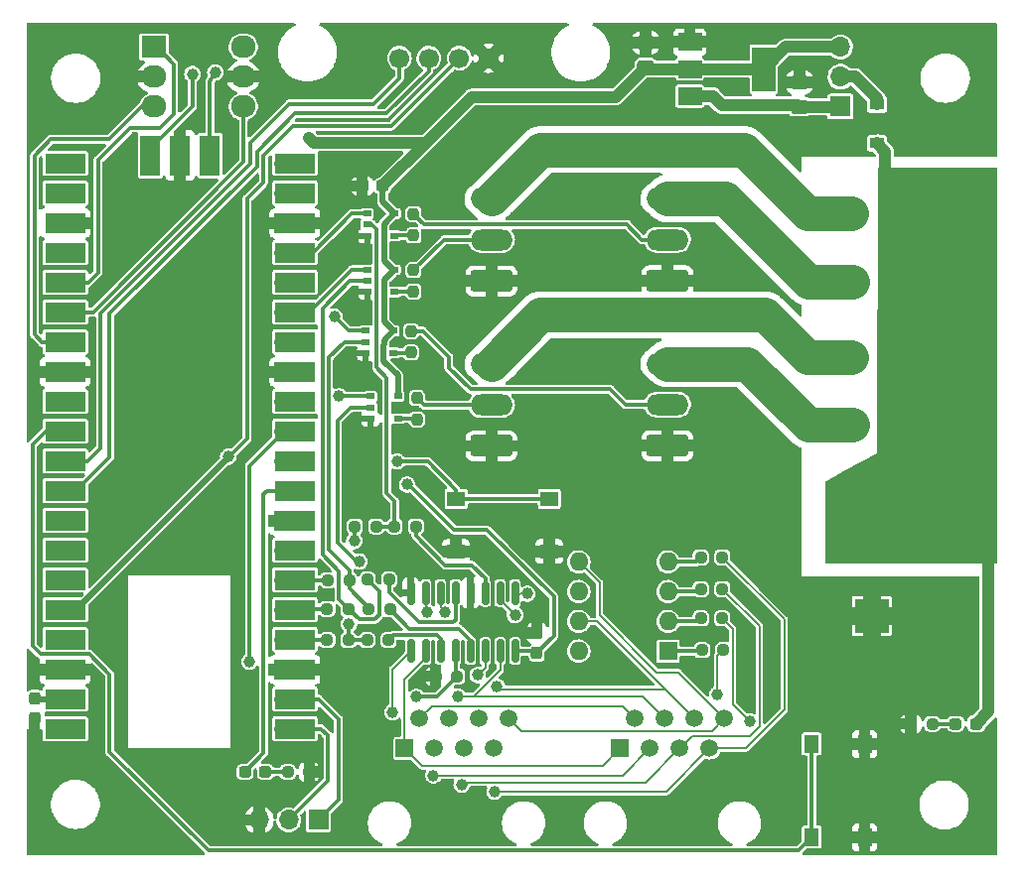
<source format=gbr>
%TF.GenerationSoftware,KiCad,Pcbnew,(6.0.5)*%
%TF.CreationDate,2022-05-05T00:02:25-04:00*%
%TF.ProjectId,Receiver_Out,52656365-6976-4657-925f-4f75742e6b69,v2*%
%TF.SameCoordinates,Original*%
%TF.FileFunction,Copper,L1,Top*%
%TF.FilePolarity,Positive*%
%FSLAX46Y46*%
G04 Gerber Fmt 4.6, Leading zero omitted, Abs format (unit mm)*
G04 Created by KiCad (PCBNEW (6.0.5)) date 2022-05-05 00:02:25*
%MOMM*%
%LPD*%
G01*
G04 APERTURE LIST*
G04 Aperture macros list*
%AMRoundRect*
0 Rectangle with rounded corners*
0 $1 Rounding radius*
0 $2 $3 $4 $5 $6 $7 $8 $9 X,Y pos of 4 corners*
0 Add a 4 corners polygon primitive as box body*
4,1,4,$2,$3,$4,$5,$6,$7,$8,$9,$2,$3,0*
0 Add four circle primitives for the rounded corners*
1,1,$1+$1,$2,$3*
1,1,$1+$1,$4,$5*
1,1,$1+$1,$6,$7*
1,1,$1+$1,$8,$9*
0 Add four rect primitives between the rounded corners*
20,1,$1+$1,$2,$3,$4,$5,0*
20,1,$1+$1,$4,$5,$6,$7,0*
20,1,$1+$1,$6,$7,$8,$9,0*
20,1,$1+$1,$8,$9,$2,$3,0*%
G04 Aperture macros list end*
%TA.AperFunction,ComponentPad*%
%ADD10RoundRect,0.250000X1.550000X-0.650000X1.550000X0.650000X-1.550000X0.650000X-1.550000X-0.650000X0*%
%TD*%
%TA.AperFunction,ComponentPad*%
%ADD11O,3.600000X1.800000*%
%TD*%
%TA.AperFunction,ComponentPad*%
%ADD12R,3.000000X3.000000*%
%TD*%
%TA.AperFunction,ComponentPad*%
%ADD13C,3.000000*%
%TD*%
%TA.AperFunction,ComponentPad*%
%ADD14C,2.475000*%
%TD*%
%TA.AperFunction,SMDPad,CuDef*%
%ADD15RoundRect,0.250000X0.475000X-0.337500X0.475000X0.337500X-0.475000X0.337500X-0.475000X-0.337500X0*%
%TD*%
%TA.AperFunction,ComponentPad*%
%ADD16R,1.700000X1.700000*%
%TD*%
%TA.AperFunction,ComponentPad*%
%ADD17O,1.700000X1.700000*%
%TD*%
%TA.AperFunction,SMDPad,CuDef*%
%ADD18RoundRect,0.237500X-0.250000X-0.237500X0.250000X-0.237500X0.250000X0.237500X-0.250000X0.237500X0*%
%TD*%
%TA.AperFunction,SMDPad,CuDef*%
%ADD19RoundRect,0.237500X-0.287500X-0.237500X0.287500X-0.237500X0.287500X0.237500X-0.287500X0.237500X0*%
%TD*%
%TA.AperFunction,ComponentPad*%
%ADD20R,1.500000X1.500000*%
%TD*%
%TA.AperFunction,ComponentPad*%
%ADD21C,1.500000*%
%TD*%
%TA.AperFunction,SMDPad,CuDef*%
%ADD22RoundRect,0.150000X-0.150000X0.825000X-0.150000X-0.825000X0.150000X-0.825000X0.150000X0.825000X0*%
%TD*%
%TA.AperFunction,SMDPad,CuDef*%
%ADD23RoundRect,0.237500X0.300000X0.237500X-0.300000X0.237500X-0.300000X-0.237500X0.300000X-0.237500X0*%
%TD*%
%TA.AperFunction,SMDPad,CuDef*%
%ADD24R,1.200000X0.900000*%
%TD*%
%TA.AperFunction,SMDPad,CuDef*%
%ADD25RoundRect,0.237500X-0.237500X0.250000X-0.237500X-0.250000X0.237500X-0.250000X0.237500X0.250000X0*%
%TD*%
%TA.AperFunction,SMDPad,CuDef*%
%ADD26R,2.000000X1.500000*%
%TD*%
%TA.AperFunction,SMDPad,CuDef*%
%ADD27R,2.000000X3.800000*%
%TD*%
%TA.AperFunction,SMDPad,CuDef*%
%ADD28R,0.700000X0.510000*%
%TD*%
%TA.AperFunction,SMDPad,CuDef*%
%ADD29RoundRect,0.237500X0.237500X-0.300000X0.237500X0.300000X-0.237500X0.300000X-0.237500X-0.300000X0*%
%TD*%
%TA.AperFunction,SMDPad,CuDef*%
%ADD30RoundRect,0.237500X0.250000X0.237500X-0.250000X0.237500X-0.250000X-0.237500X0.250000X-0.237500X0*%
%TD*%
%TA.AperFunction,ComponentPad*%
%ADD31C,1.700000*%
%TD*%
%TA.AperFunction,SMDPad,CuDef*%
%ADD32R,3.500000X1.700000*%
%TD*%
%TA.AperFunction,SMDPad,CuDef*%
%ADD33R,1.700000X3.500000*%
%TD*%
%TA.AperFunction,SMDPad,CuDef*%
%ADD34R,1.300000X1.550000*%
%TD*%
%TA.AperFunction,SMDPad,CuDef*%
%ADD35R,1.550000X1.300000*%
%TD*%
%TA.AperFunction,SMDPad,CuDef*%
%ADD36RoundRect,0.237500X0.287500X0.237500X-0.287500X0.237500X-0.287500X-0.237500X0.287500X-0.237500X0*%
%TD*%
%TA.AperFunction,ComponentPad*%
%ADD37R,2.100000X1.900000*%
%TD*%
%TA.AperFunction,ComponentPad*%
%ADD38O,2.100000X1.900000*%
%TD*%
%TA.AperFunction,SMDPad,CuDef*%
%ADD39RoundRect,0.237500X-0.237500X0.300000X-0.237500X-0.300000X0.237500X-0.300000X0.237500X0.300000X0*%
%TD*%
%TA.AperFunction,ComponentPad*%
%ADD40R,1.600000X1.600000*%
%TD*%
%TA.AperFunction,ComponentPad*%
%ADD41O,1.600000X1.600000*%
%TD*%
%TA.AperFunction,ViaPad*%
%ADD42C,1.000000*%
%TD*%
%TA.AperFunction,Conductor*%
%ADD43C,0.350000*%
%TD*%
%TA.AperFunction,Conductor*%
%ADD44C,1.000000*%
%TD*%
%TA.AperFunction,Conductor*%
%ADD45C,0.500000*%
%TD*%
%TA.AperFunction,Conductor*%
%ADD46C,3.000000*%
%TD*%
%TA.AperFunction,Conductor*%
%ADD47C,0.200000*%
%TD*%
G04 APERTURE END LIST*
D10*
%TO.P,J2,1,Pin_1*%
%TO.N,GND*%
X84743500Y-104017800D03*
D11*
%TO.P,J2,2,Pin_2*%
%TO.N,/Outputs/DOUT2*%
X84743500Y-100517800D03*
%TO.P,J2,3,Pin_3*%
%TO.N,/Outputs/VOUT2*%
X84743500Y-97017800D03*
%TD*%
D10*
%TO.P,J4,1,Pin_1*%
%TO.N,GND*%
X99743500Y-104000300D03*
D11*
%TO.P,J4,2,Pin_2*%
%TO.N,/Outputs/DOUT4*%
X99743500Y-100500300D03*
%TO.P,J4,3,Pin_3*%
%TO.N,/Outputs/VOUT4*%
X99743500Y-97000300D03*
%TD*%
D10*
%TO.P,J3,1,Pin_1*%
%TO.N,GND*%
X99743500Y-118082800D03*
D11*
%TO.P,J3,2,Pin_2*%
%TO.N,/Outputs/DOUT3*%
X99743500Y-114582800D03*
%TO.P,J3,3,Pin_3*%
%TO.N,/Outputs/VOUT3*%
X99743500Y-111082800D03*
%TD*%
D10*
%TO.P,J1,1,Pin_1*%
%TO.N,GND*%
X84743500Y-118100300D03*
D11*
%TO.P,J1,2,Pin_2*%
%TO.N,/Outputs/DOUT1*%
X84743500Y-114600300D03*
%TO.P,J1,3,Pin_3*%
%TO.N,/Outputs/VOUT1*%
X84743500Y-111100300D03*
%TD*%
D12*
%TO.P,TB1,1,P1*%
%TO.N,GND*%
X117164800Y-132615760D03*
D13*
%TO.P,TB1,2,P2*%
%TO.N,VIN1*%
X117164800Y-124365840D03*
%TD*%
D14*
%TO.P,F2,1_1,1*%
%TO.N,VIN1*%
X123567790Y-98217800D03*
%TO.P,F2,1_2,1*%
X119867790Y-98217800D03*
%TO.P,F2,2_1,2*%
%TO.N,/Outputs/VOUT2*%
X115367790Y-98217800D03*
%TO.P,F2,2_2,2*%
X111667790Y-98217800D03*
%TD*%
%TO.P,F4,1_1,1*%
%TO.N,VIN1*%
X123651000Y-104117800D03*
%TO.P,F4,1_2,1*%
X119951000Y-104117800D03*
%TO.P,F4,2_1,2*%
%TO.N,/Outputs/VOUT4*%
X115451000Y-104117800D03*
%TO.P,F4,2_2,2*%
X111751000Y-104117800D03*
%TD*%
%TO.P,F1,1_1,1*%
%TO.N,VIN1*%
X123567790Y-110517800D03*
%TO.P,F1,1_2,1*%
X119867790Y-110517800D03*
%TO.P,F1,2_1,2*%
%TO.N,/Outputs/VOUT1*%
X115367790Y-110517800D03*
%TO.P,F1,2_2,2*%
X111667790Y-110517800D03*
%TD*%
%TO.P,F3,1_1,1*%
%TO.N,VIN1*%
X123651000Y-116317800D03*
%TO.P,F3,1_2,1*%
X119951000Y-116317800D03*
%TO.P,F3,2_1,2*%
%TO.N,/Outputs/VOUT3*%
X115451000Y-116317800D03*
%TO.P,F3,2_2,2*%
X111751000Y-116317800D03*
%TD*%
D15*
%TO.P,C1,1*%
%TO.N,/PWR*%
X111001000Y-89155300D03*
%TO.P,C1,2*%
%TO.N,GND*%
X111001000Y-87080300D03*
%TD*%
D16*
%TO.P,J6,1,Pin_1*%
%TO.N,/PWR*%
X114501000Y-89142800D03*
D17*
%TO.P,J6,2,Pin_2*%
%TO.N,/VIN*%
X114501000Y-86602800D03*
%TO.P,J6,3,Pin_3*%
%TO.N,+5V*%
X114501000Y-84062800D03*
%TD*%
D15*
%TO.P,C2,1*%
%TO.N,+5V*%
X97901000Y-85770300D03*
%TO.P,C2,2*%
%TO.N,GND*%
X97901000Y-83695300D03*
%TD*%
D18*
%TO.P,R1,1*%
%TO.N,GND*%
X120488500Y-141817800D03*
%TO.P,R1,2*%
%TO.N,Net-(D2-Pad1)*%
X122313500Y-141817800D03*
%TD*%
D19*
%TO.P,D2,1,K*%
%TO.N,Net-(D2-Pad1)*%
X124326000Y-141817800D03*
%TO.P,D2,2,A*%
%TO.N,VIN1*%
X126076000Y-141817800D03*
%TD*%
D20*
%TO.P,J7,1*%
%TO.N,Serial1_P*%
X95718500Y-143917800D03*
D21*
%TO.P,J7,2*%
%TO.N,Serial1_N*%
X96988500Y-141377800D03*
%TO.P,J7,3*%
%TO.N,Serial2_P*%
X98258500Y-143917800D03*
%TO.P,J7,4*%
%TO.N,Serial3_N*%
X99528500Y-141377800D03*
%TO.P,J7,5*%
%TO.N,Serial3_P*%
X100798500Y-143917800D03*
%TO.P,J7,6*%
%TO.N,Serial2_N*%
X102068500Y-141377800D03*
%TO.P,J7,7*%
%TO.N,Serial4_P*%
X103338500Y-143917800D03*
%TO.P,J7,8*%
%TO.N,Serial4_N*%
X104608500Y-141377800D03*
%TD*%
D18*
%TO.P,R3,1*%
%TO.N,Net-(R3-Pad1)*%
X102701000Y-135517800D03*
%TO.P,R3,2*%
%TO.N,Serial1_P*%
X104526000Y-135517800D03*
%TD*%
%TO.P,R4,1*%
%TO.N,Net-(R4-Pad1)*%
X102588500Y-132817800D03*
%TO.P,R4,2*%
%TO.N,Serial2_P*%
X104413500Y-132817800D03*
%TD*%
%TO.P,R5,1*%
%TO.N,Net-(R5-Pad1)*%
X102588500Y-130317800D03*
%TO.P,R5,2*%
%TO.N,Serial3_P*%
X104413500Y-130317800D03*
%TD*%
%TO.P,R6,1*%
%TO.N,Net-(R6-Pad1)*%
X102588500Y-127617800D03*
%TO.P,R6,2*%
%TO.N,Serial4_P*%
X104413500Y-127617800D03*
%TD*%
D22*
%TO.P,U3,1,INPUT_A-*%
%TO.N,Serial4_N*%
X86751000Y-130652936D03*
%TO.P,U3,2,INPUT_A+*%
%TO.N,Serial4_P*%
X85481000Y-130652936D03*
%TO.P,U3,3,OUT_A*%
%TO.N,Net-(R14-Pad2)*%
X84211000Y-130652936D03*
%TO.P,U3,4,EN*%
%TO.N,GND*%
X82941000Y-130652936D03*
%TO.P,U3,5,OUT_C*%
%TO.N,Net-(R15-Pad2)*%
X81671000Y-130652936D03*
%TO.P,U3,6,INPUT_C+*%
%TO.N,Serial2_P*%
X80401000Y-130652936D03*
%TO.P,U3,7,INPUT_C-*%
%TO.N,Serial2_N*%
X79131000Y-130652936D03*
%TO.P,U3,8,GND*%
%TO.N,GND*%
X77861000Y-130652936D03*
%TO.P,U3,9,INPUT_D-*%
%TO.N,Serial1_N*%
X77861000Y-135602936D03*
%TO.P,U3,10,INPUT_D+*%
%TO.N,Serial1_P*%
X79131000Y-135602936D03*
%TO.P,U3,11,OUT_D*%
%TO.N,Net-(R13-Pad1)*%
X80401000Y-135602936D03*
%TO.P,U3,12,EN_2*%
%TO.N,DIFF_EN*%
X81671000Y-135602936D03*
%TO.P,U3,13,OUT_B*%
%TO.N,Net-(R12-Pad1)*%
X82941000Y-135602936D03*
%TO.P,U3,14,INPUT_B+*%
%TO.N,Serial3_P*%
X84211000Y-135602936D03*
%TO.P,U3,15,INPUT_B-*%
%TO.N,Serial3_N*%
X85481000Y-135602936D03*
%TO.P,U3,16,VCC*%
%TO.N,+3V3*%
X86751000Y-135602936D03*
%TD*%
D23*
%TO.P,C3,1*%
%TO.N,+5V*%
X75463500Y-95917800D03*
%TO.P,C3,2*%
%TO.N,GND*%
X73738500Y-95917800D03*
%TD*%
D24*
%TO.P,D1,1,K*%
%TO.N,/VIN*%
X117601000Y-88967800D03*
%TO.P,D1,2,A*%
%TO.N,VIN1*%
X117601000Y-92267800D03*
%TD*%
D25*
%TO.P,R7,1*%
%TO.N,/Outputs/DOUT1*%
X78401000Y-114005300D03*
%TO.P,R7,2*%
%TO.N,Net-(R7-Pad2)*%
X78401000Y-115830300D03*
%TD*%
%TO.P,R8,1*%
%TO.N,/Outputs/DOUT2*%
X78101000Y-103105300D03*
%TO.P,R8,2*%
%TO.N,Net-(R8-Pad2)*%
X78101000Y-104930300D03*
%TD*%
%TO.P,R10,1*%
%TO.N,/Outputs/DOUT4*%
X78101000Y-98305300D03*
%TO.P,R10,2*%
%TO.N,Net-(R10-Pad2)*%
X78101000Y-100130300D03*
%TD*%
D26*
%TO.P,U2,1,GND*%
%TO.N,GND*%
X101651000Y-83632800D03*
D27*
%TO.P,U2,2,VO*%
%TO.N,+5V*%
X107951000Y-85932800D03*
D26*
X101651000Y-85932800D03*
%TO.P,U2,3,VI*%
%TO.N,/PWR*%
X101651000Y-88232800D03*
%TD*%
D28*
%TO.P,U4,1*%
%TO.N,EN1*%
X74441000Y-113867800D03*
%TO.P,U4,2*%
%TO.N,OUT17*%
X74441000Y-114817800D03*
%TO.P,U4,3,GND*%
%TO.N,GND*%
X74441000Y-115767800D03*
%TO.P,U4,4*%
%TO.N,Net-(R7-Pad2)*%
X76761000Y-115767800D03*
%TO.P,U4,5,VCC*%
%TO.N,+5V*%
X76761000Y-113867800D03*
%TD*%
D29*
%TO.P,C4,1*%
%TO.N,+3V3*%
X88606000Y-135790436D03*
%TO.P,C4,2*%
%TO.N,GND*%
X88606000Y-134065436D03*
%TD*%
D25*
%TO.P,R9,1*%
%TO.N,/Outputs/DOUT3*%
X77901000Y-108305300D03*
%TO.P,R9,2*%
%TO.N,Net-(R9-Pad2)*%
X77901000Y-110130300D03*
%TD*%
D30*
%TO.P,R2,1*%
%TO.N,DIFF_EN*%
X81813500Y-137767800D03*
%TO.P,R2,2*%
%TO.N,GND*%
X79988500Y-137767800D03*
%TD*%
D20*
%TO.P,J8,1*%
%TO.N,Serial1_P*%
X77318500Y-143917800D03*
D21*
%TO.P,J8,2*%
%TO.N,Serial1_N*%
X78588500Y-141377800D03*
%TO.P,J8,3*%
%TO.N,Serial2_P*%
X79858500Y-143917800D03*
%TO.P,J8,4*%
%TO.N,Serial3_N*%
X81128500Y-141377800D03*
%TO.P,J8,5*%
%TO.N,Serial3_P*%
X82398500Y-143917800D03*
%TO.P,J8,6*%
%TO.N,Serial2_N*%
X83668500Y-141377800D03*
%TO.P,J8,7*%
%TO.N,Serial4_P*%
X84938500Y-143917800D03*
%TO.P,J8,8*%
%TO.N,Serial4_N*%
X86208500Y-141377800D03*
%TD*%
D31*
%TO.P,J5,1,Pin_1*%
%TO.N,/Micro/SDA*%
X76901000Y-85017800D03*
%TO.P,J5,2,Pin_2*%
%TO.N,/Micro/SCL*%
X79401000Y-85017800D03*
%TO.P,J5,3,Pin_3*%
%TO.N,+3V3*%
X82001000Y-85017800D03*
%TO.P,J5,4,Pin_4*%
%TO.N,GND*%
X84501000Y-85017800D03*
%TD*%
D17*
%TO.P,U1,1,GPIO0*%
%TO.N,Net-(J9-Pad2)*%
X67091000Y-142247800D03*
D32*
X67991000Y-142247800D03*
%TO.P,U1,2,GPIO1*%
%TO.N,Net-(J9-Pad1)*%
X67991000Y-139707800D03*
D17*
X67091000Y-139707800D03*
D16*
%TO.P,U1,3,GND*%
%TO.N,GND*%
X67091000Y-137167800D03*
D32*
X67991000Y-137167800D03*
%TO.P,U1,4,GPIO2*%
%TO.N,Net-(R16-Pad1)*%
X67991000Y-134627800D03*
D17*
X67091000Y-134627800D03*
D32*
%TO.P,U1,5,GPIO3*%
%TO.N,Net-(R17-Pad1)*%
X67991000Y-132087800D03*
D17*
X67091000Y-132087800D03*
D32*
%TO.P,U1,6,GPIO4*%
%TO.N,Net-(R18-Pad1)*%
X67991000Y-129547800D03*
D17*
X67091000Y-129547800D03*
%TO.P,U1,7,GPIO5*%
%TO.N,Net-(R19-Pad1)*%
X67091000Y-127007800D03*
D32*
X67991000Y-127007800D03*
%TO.P,U1,8,GND*%
%TO.N,GND*%
X67991000Y-124467800D03*
D16*
X67091000Y-124467800D03*
D17*
%TO.P,U1,9,GPIO6*%
%TO.N,Net-(D4-Pad2)*%
X67091000Y-121927800D03*
D32*
X67991000Y-121927800D03*
%TO.P,U1,10,GPIO7*%
%TO.N,Net-(SW3-Pad2)*%
X67991000Y-119387800D03*
D17*
X67091000Y-119387800D03*
D32*
%TO.P,U1,11,GPIO8*%
%TO.N,DIFF_EN*%
X67991000Y-116847800D03*
D17*
X67091000Y-116847800D03*
%TO.P,U1,12,GPIO9*%
%TO.N,unconnected-(U1-Pad12)*%
X67091000Y-114307800D03*
D32*
X67991000Y-114307800D03*
%TO.P,U1,13,GND*%
%TO.N,GND*%
X67991000Y-111767800D03*
D16*
X67091000Y-111767800D03*
D17*
%TO.P,U1,14,GPIO10*%
%TO.N,EN1*%
X67091000Y-109227800D03*
D32*
X67991000Y-109227800D03*
D17*
%TO.P,U1,15,GPIO11*%
%TO.N,EN2*%
X67091000Y-106687800D03*
D32*
X67991000Y-106687800D03*
D17*
%TO.P,U1,16,GPIO12*%
%TO.N,EN3*%
X67091000Y-104147800D03*
D32*
X67991000Y-104147800D03*
D17*
%TO.P,U1,17,GPIO13*%
%TO.N,EN4*%
X67091000Y-101607800D03*
D32*
X67991000Y-101607800D03*
%TO.P,U1,18,GND*%
%TO.N,GND*%
X67991000Y-99067800D03*
D16*
X67091000Y-99067800D03*
D17*
%TO.P,U1,19,GPIO14*%
%TO.N,unconnected-(U1-Pad19)*%
X67091000Y-96527800D03*
D32*
X67991000Y-96527800D03*
%TO.P,U1,20,GPIO15*%
%TO.N,unconnected-(U1-Pad20)*%
X67991000Y-93987800D03*
D17*
X67091000Y-93987800D03*
D32*
%TO.P,U1,21,GPIO16*%
%TO.N,unconnected-(U1-Pad21)*%
X48411000Y-93987800D03*
D17*
X49311000Y-93987800D03*
D32*
%TO.P,U1,22,GPIO17*%
%TO.N,unconnected-(U1-Pad22)*%
X48411000Y-96527800D03*
D17*
X49311000Y-96527800D03*
D16*
%TO.P,U1,23,GND*%
%TO.N,GND*%
X49311000Y-99067800D03*
D32*
X48411000Y-99067800D03*
%TO.P,U1,24,GPIO18*%
%TO.N,unconnected-(U1-Pad24)*%
X48411000Y-101607800D03*
D17*
X49311000Y-101607800D03*
%TO.P,U1,25,GPIO19*%
%TO.N,Net-(SW1-Pad1)*%
X49311000Y-104147800D03*
D32*
X48411000Y-104147800D03*
%TO.P,U1,26,GPIO20*%
%TO.N,Net-(SW1-Pad2)*%
X48411000Y-106687800D03*
D17*
X49311000Y-106687800D03*
%TO.P,U1,27,GPIO21*%
%TO.N,Net-(SW1-Pad4)*%
X49311000Y-109227800D03*
D32*
X48411000Y-109227800D03*
%TO.P,U1,28,GND*%
%TO.N,GND*%
X48411000Y-111767800D03*
D16*
X49311000Y-111767800D03*
D32*
%TO.P,U1,29,GPIO22*%
%TO.N,unconnected-(U1-Pad29)*%
X48411000Y-114307800D03*
D17*
X49311000Y-114307800D03*
D32*
%TO.P,U1,30,RUN*%
%TO.N,Net-(SW4-Pad1)*%
X48411000Y-116847800D03*
D17*
X49311000Y-116847800D03*
D32*
%TO.P,U1,31,GPIO26_ADC0*%
%TO.N,/Micro/SDA*%
X48411000Y-119387800D03*
D17*
X49311000Y-119387800D03*
D32*
%TO.P,U1,32,GPIO27_ADC1*%
%TO.N,/Micro/SCL*%
X48411000Y-121927800D03*
D17*
X49311000Y-121927800D03*
D32*
%TO.P,U1,33,AGND*%
%TO.N,unconnected-(U1-Pad33)*%
X48411000Y-124467800D03*
D16*
X49311000Y-124467800D03*
D32*
%TO.P,U1,34,GPIO28_ADC2*%
%TO.N,unconnected-(U1-Pad34)*%
X48411000Y-127007800D03*
D17*
X49311000Y-127007800D03*
%TO.P,U1,35,ADC_VREF*%
%TO.N,unconnected-(U1-Pad35)*%
X49311000Y-129547800D03*
D32*
X48411000Y-129547800D03*
D17*
%TO.P,U1,36,3V3*%
%TO.N,+3V3*%
X49311000Y-132087800D03*
D32*
X48411000Y-132087800D03*
%TO.P,U1,37,3V3_EN*%
%TO.N,unconnected-(U1-Pad37)*%
X48411000Y-134627800D03*
D17*
X49311000Y-134627800D03*
D16*
%TO.P,U1,38,GND*%
%TO.N,GND*%
X49311000Y-137167800D03*
D32*
X48411000Y-137167800D03*
%TO.P,U1,39,VSYS*%
%TO.N,+5V*%
X48411000Y-139707800D03*
D17*
X49311000Y-139707800D03*
%TO.P,U1,40,VBUS*%
%TO.N,unconnected-(U1-Pad40)*%
X49311000Y-142247800D03*
D32*
X48411000Y-142247800D03*
D17*
%TO.P,U1,41,SWCLK*%
%TO.N,/Micro/SWDCLK*%
X60741000Y-94217800D03*
D33*
X60741000Y-93317800D03*
%TO.P,U1,42,GND*%
%TO.N,GND*%
X58201000Y-93317800D03*
D16*
X58201000Y-94217800D03*
D33*
%TO.P,U1,43,SWDIO*%
%TO.N,/Micro/SWDIO*%
X55661000Y-93317800D03*
D17*
X55661000Y-94217800D03*
%TD*%
D18*
%TO.P,R17,1*%
%TO.N,Net-(R17-Pad1)*%
X70738500Y-132017800D03*
%TO.P,R17,2*%
%TO.N,OUT18*%
X72563500Y-132017800D03*
%TD*%
D34*
%TO.P,SW4,1,1*%
%TO.N,Net-(SW4-Pad1)*%
X112051000Y-143542800D03*
X112051000Y-151492800D03*
%TO.P,SW4,2,2*%
%TO.N,GND*%
X116551000Y-151492800D03*
X116551000Y-143542800D03*
%TD*%
D18*
%TO.P,R14,1*%
%TO.N,OUT20*%
X76488500Y-124967800D03*
%TO.P,R14,2*%
%TO.N,Net-(R14-Pad2)*%
X78313500Y-124967800D03*
%TD*%
%TO.P,R15,1*%
%TO.N,OUT18*%
X74188500Y-129517800D03*
%TO.P,R15,2*%
%TO.N,Net-(R15-Pad2)*%
X76013500Y-129517800D03*
%TD*%
D35*
%TO.P,SW3,1,1*%
%TO.N,GND*%
X81726000Y-127117800D03*
X89676000Y-127117800D03*
%TO.P,SW3,2,2*%
%TO.N,Net-(SW3-Pad2)*%
X89676000Y-122617800D03*
X81726000Y-122617800D03*
%TD*%
D30*
%TO.P,R12,1*%
%TO.N,Net-(R12-Pad1)*%
X76113500Y-132067800D03*
%TO.P,R12,2*%
%TO.N,OUT19*%
X74288500Y-132067800D03*
%TD*%
D18*
%TO.P,R19,1*%
%TO.N,Net-(R19-Pad1)*%
X73088500Y-124967800D03*
%TO.P,R19,2*%
%TO.N,OUT20*%
X74913500Y-124967800D03*
%TD*%
D28*
%TO.P,U6,1*%
%TO.N,EN3*%
X74041000Y-108267800D03*
%TO.P,U6,2*%
%TO.N,OUT19*%
X74041000Y-109217800D03*
%TO.P,U6,3,GND*%
%TO.N,GND*%
X74041000Y-110167800D03*
%TO.P,U6,4*%
%TO.N,Net-(R9-Pad2)*%
X76361000Y-110167800D03*
%TO.P,U6,5,VCC*%
%TO.N,+5V*%
X76361000Y-108267800D03*
%TD*%
D36*
%TO.P,D4,1,K*%
%TO.N,Net-(D4-Pad1)*%
X65476000Y-145917800D03*
%TO.P,D4,2,A*%
%TO.N,Net-(D4-Pad2)*%
X63726000Y-145917800D03*
%TD*%
D18*
%TO.P,R11,1*%
%TO.N,Net-(D4-Pad1)*%
X67388500Y-145917800D03*
%TO.P,R11,2*%
%TO.N,GND*%
X69213500Y-145917800D03*
%TD*%
D30*
%TO.P,R13,1*%
%TO.N,Net-(R13-Pad1)*%
X75963500Y-134667800D03*
%TO.P,R13,2*%
%TO.N,OUT17*%
X74138500Y-134667800D03*
%TD*%
D37*
%TO.P,SW1,1,1*%
%TO.N,Net-(SW1-Pad1)*%
X55968500Y-84055300D03*
D38*
%TO.P,SW1,2,2*%
%TO.N,Net-(SW1-Pad2)*%
X63588500Y-89135300D03*
%TO.P,SW1,4,4*%
%TO.N,Net-(SW1-Pad4)*%
X55968500Y-89135300D03*
%TO.P,SW1,8,8*%
%TO.N,unconnected-(SW1-Pad8)*%
X63588500Y-84055300D03*
%TO.P,SW1,C,C*%
%TO.N,GND*%
X63588500Y-86595300D03*
X55968500Y-86595300D03*
%TD*%
D18*
%TO.P,R18,1*%
%TO.N,Net-(R18-Pad1)*%
X70788500Y-129567800D03*
%TO.P,R18,2*%
%TO.N,OUT19*%
X72613500Y-129567800D03*
%TD*%
D28*
%TO.P,U7,1*%
%TO.N,EN4*%
X74141000Y-98267800D03*
%TO.P,U7,2*%
%TO.N,OUT20*%
X74141000Y-99217800D03*
%TO.P,U7,3,GND*%
%TO.N,GND*%
X74141000Y-100167800D03*
%TO.P,U7,4*%
%TO.N,Net-(R10-Pad2)*%
X76461000Y-100167800D03*
%TO.P,U7,5,VCC*%
%TO.N,+5V*%
X76461000Y-98267800D03*
%TD*%
D39*
%TO.P,C5,1*%
%TO.N,+5V*%
X45801000Y-139655300D03*
%TO.P,C5,2*%
%TO.N,GND*%
X45801000Y-141380300D03*
%TD*%
D16*
%TO.P,J9,1,Pin_1*%
%TO.N,Net-(J9-Pad1)*%
X70001000Y-150017800D03*
D17*
%TO.P,J9,2,Pin_2*%
%TO.N,Net-(J9-Pad2)*%
X67461000Y-150017800D03*
%TO.P,J9,3,Pin_3*%
%TO.N,GND*%
X64921000Y-150017800D03*
%TD*%
D28*
%TO.P,U5,1*%
%TO.N,EN2*%
X74141000Y-103067800D03*
%TO.P,U5,2*%
%TO.N,OUT18*%
X74141000Y-104017800D03*
%TO.P,U5,3,GND*%
%TO.N,GND*%
X74141000Y-104967800D03*
%TO.P,U5,4*%
%TO.N,Net-(R8-Pad2)*%
X76461000Y-104967800D03*
%TO.P,U5,5,VCC*%
%TO.N,+5V*%
X76461000Y-103067800D03*
%TD*%
D18*
%TO.P,R16,1*%
%TO.N,Net-(R16-Pad1)*%
X70738500Y-134667800D03*
%TO.P,R16,2*%
%TO.N,OUT17*%
X72563500Y-134667800D03*
%TD*%
D40*
%TO.P,SW2,1*%
%TO.N,Net-(R3-Pad1)*%
X99801000Y-135617800D03*
D41*
%TO.P,SW2,2*%
%TO.N,Net-(R4-Pad1)*%
X99801000Y-133077800D03*
%TO.P,SW2,3*%
%TO.N,Net-(R5-Pad1)*%
X99801000Y-130537800D03*
%TO.P,SW2,4*%
%TO.N,Net-(R6-Pad1)*%
X99801000Y-127997800D03*
%TO.P,SW2,5*%
%TO.N,Serial4_N*%
X92181000Y-127997800D03*
%TO.P,SW2,6*%
%TO.N,Serial3_N*%
X92181000Y-130537800D03*
%TO.P,SW2,7*%
%TO.N,Serial2_N*%
X92181000Y-133077800D03*
%TO.P,SW2,8*%
%TO.N,Serial1_N*%
X92181000Y-135617800D03*
%TD*%
D42*
%TO.N,GND*%
X75201000Y-126517800D03*
X72751000Y-122217800D03*
X79901000Y-122217800D03*
X72401000Y-105667800D03*
X72801000Y-116467800D03*
X72201000Y-110767800D03*
X94401000Y-98117800D03*
X53301000Y-94417800D03*
X102701000Y-150217800D03*
X108701000Y-133617800D03*
X73901000Y-106567800D03*
X97201000Y-89817800D03*
X73851000Y-112117800D03*
X104201000Y-83532800D03*
X101881000Y-125837800D03*
X105701000Y-83432800D03*
X79701000Y-150417800D03*
X51701000Y-127417800D03*
X114601000Y-151517800D03*
X77701000Y-128367800D03*
X83401000Y-124117800D03*
X118701000Y-151617800D03*
X89551000Y-124917800D03*
X117401000Y-82817800D03*
X120401000Y-143717800D03*
X59601000Y-96217800D03*
X127101000Y-82817800D03*
X55801000Y-128017800D03*
X73801000Y-94217800D03*
X86151000Y-133767800D03*
X111901000Y-130017800D03*
X54801000Y-145017800D03*
X74401000Y-122117800D03*
X94001000Y-136217800D03*
X62501000Y-93417800D03*
X104401000Y-145717800D03*
X124801000Y-136717800D03*
X83751000Y-127117800D03*
X71901000Y-95917800D03*
X82901000Y-133217800D03*
X53201000Y-83317800D03*
X62701000Y-121717800D03*
X106501000Y-115117800D03*
X109401000Y-118317800D03*
X96201000Y-138068790D03*
X99601000Y-82732800D03*
X106301000Y-139017800D03*
X90401000Y-95717800D03*
X95601000Y-83632800D03*
X53601000Y-117417800D03*
X74601000Y-142517800D03*
X111201000Y-141217800D03*
X62201000Y-128317800D03*
X120501000Y-139917800D03*
X114301000Y-92117800D03*
X108801000Y-139117800D03*
X118301000Y-141817800D03*
X63501000Y-140517800D03*
X68201000Y-147417800D03*
X74351000Y-137367800D03*
X95281000Y-131807800D03*
X53301000Y-102217800D03*
X86401000Y-137617800D03*
X97901000Y-150217800D03*
X72231000Y-101687800D03*
X113301000Y-130017800D03*
X88651000Y-132317800D03*
X53001000Y-135417800D03*
X110201000Y-85517800D03*
X53601000Y-107317800D03*
X126801000Y-92617800D03*
X91801000Y-123517800D03*
X107901000Y-83017800D03*
X94301000Y-114817800D03*
X89701000Y-89817800D03*
X114501000Y-143517800D03*
X74451000Y-117767800D03*
X120101000Y-92717800D03*
X111401000Y-92217800D03*
X124601000Y-130417800D03*
X62101000Y-116417800D03*
X98001000Y-131817800D03*
X102001000Y-137317800D03*
X116501000Y-141217800D03*
X84101000Y-150317800D03*
X94301000Y-112217800D03*
X62701000Y-98717800D03*
X78551000Y-137917800D03*
X62001000Y-147217800D03*
X110201000Y-127017800D03*
X46001000Y-90417800D03*
X111701000Y-85517800D03*
X79901000Y-125367800D03*
X77801000Y-117667800D03*
X118601000Y-143617800D03*
X110201000Y-129917800D03*
X110201000Y-128617800D03*
X62101000Y-145017800D03*
X69201000Y-144117800D03*
X90201000Y-109717800D03*
X83601000Y-93417800D03*
X126801000Y-90017800D03*
X65101000Y-116417800D03*
X73976500Y-101566563D03*
X89506000Y-137662800D03*
%TO.N,+5V*%
X69201000Y-91817800D03*
%TO.N,OUT17*%
X73501000Y-127967800D03*
X72601000Y-133317800D03*
%TO.N,Serial1_P*%
X104001000Y-139317800D03*
%TO.N,Serial1_N*%
X76301000Y-140817800D03*
%TO.N,Serial2_P*%
X80796500Y-132267800D03*
X106801000Y-141617800D03*
X79801000Y-146217800D03*
%TO.N,Serial3_P*%
X82201000Y-147017300D03*
X83558657Y-137654615D03*
%TO.N,Serial4_P*%
X86751000Y-132527936D03*
X85001000Y-147617800D03*
%TO.N,Serial4_N*%
X87801000Y-130717800D03*
%TO.N,EN1*%
X71751000Y-113867800D03*
%TO.N,EN3*%
X71351000Y-107067800D03*
%TO.N,+3V3*%
X62301000Y-119017800D03*
X77551000Y-121397800D03*
%TO.N,Net-(SW3-Pad2)*%
X76701000Y-119417800D03*
%TO.N,/Micro/SWDCLK*%
X61201000Y-86217800D03*
%TO.N,/Micro/SWDIO*%
X59251000Y-86367800D03*
%TO.N,DIFF_EN*%
X64101000Y-136517800D03*
X78351000Y-139517800D03*
%TO.N,Serial3_N*%
X81851000Y-139467800D03*
%TO.N,Serial2_N*%
X85216332Y-138633132D03*
X79251000Y-132267800D03*
%TO.N,Net-(R19-Pad1)*%
X73051000Y-126217800D03*
%TD*%
D43*
%TO.N,EN3*%
X72551000Y-108267800D02*
X71351000Y-107067800D01*
X74041000Y-108267800D02*
X72551000Y-108267800D01*
%TO.N,EN1*%
X74441000Y-113867800D02*
X71751000Y-113867800D01*
%TO.N,OUT19*%
X72613500Y-128730300D02*
X72613500Y-129567800D01*
X70876499Y-126993299D02*
X72613500Y-128730300D01*
X72201000Y-109217800D02*
X70876499Y-110542301D01*
X70876499Y-110542301D02*
X70876499Y-126993299D01*
X74041000Y-109217800D02*
X72201000Y-109217800D01*
%TO.N,OUT17*%
X73251000Y-127967800D02*
X73501000Y-127967800D01*
X71601000Y-115917800D02*
X71601000Y-126317800D01*
X72701000Y-114817800D02*
X71601000Y-115917800D01*
X74441000Y-114817800D02*
X72701000Y-114817800D01*
X71601000Y-126317800D02*
X73251000Y-127967800D01*
D44*
%TO.N,+5V*%
X109821000Y-84062800D02*
X107951000Y-85932800D01*
X97901000Y-85770300D02*
X95353500Y-88317800D01*
D45*
X76461000Y-98267800D02*
X75575511Y-99153289D01*
X75575511Y-102277311D02*
X76366000Y-103067800D01*
X75561489Y-109477311D02*
X75561489Y-110872311D01*
X75601000Y-103927800D02*
X75601000Y-107507800D01*
D44*
X107951000Y-85932800D02*
X101651000Y-85932800D01*
D45*
X75463500Y-95917800D02*
X75463500Y-97270300D01*
D44*
X79132250Y-92249050D02*
X75463500Y-95917800D01*
D45*
X49311000Y-139707800D02*
X45853500Y-139707800D01*
X76761000Y-112071822D02*
X76761000Y-113867800D01*
X75463500Y-97270300D02*
X76461000Y-98267800D01*
D44*
X79132250Y-92249050D02*
X69632250Y-92249050D01*
D45*
X75601000Y-107507800D02*
X76361000Y-108267800D01*
D44*
X95353500Y-88317800D02*
X83063500Y-88317800D01*
D45*
X75575511Y-109463289D02*
X75561489Y-109477311D01*
D44*
X101651000Y-85932800D02*
X98063500Y-85932800D01*
D45*
X76366000Y-103067800D02*
X76461000Y-103067800D01*
X45853500Y-139707800D02*
X45801000Y-139655300D01*
X75561489Y-110872311D02*
X76761000Y-112071822D01*
X76361000Y-108267800D02*
X75575511Y-109053289D01*
D44*
X114501000Y-84062800D02*
X109821000Y-84062800D01*
D45*
X75575511Y-99153289D02*
X75575511Y-102277311D01*
X76461000Y-103067800D02*
X75601000Y-103927800D01*
D44*
X69632250Y-92249050D02*
X69201000Y-91817800D01*
D45*
X75575511Y-109053289D02*
X75575511Y-109463289D01*
D44*
X83063500Y-88317800D02*
X79132250Y-92249050D01*
%TO.N,VIN1*%
X124601000Y-124317800D02*
X124552960Y-124365840D01*
X127101000Y-140792800D02*
X127101000Y-126717800D01*
X126076000Y-141817800D02*
X127101000Y-140792800D01*
X127101000Y-126717800D02*
X124701000Y-124317800D01*
X118301000Y-96651010D02*
X119867790Y-98217800D01*
X124552960Y-124365840D02*
X117164800Y-124365840D01*
X118301000Y-92967800D02*
X118301000Y-96651010D01*
X117601000Y-92267800D02*
X118301000Y-92967800D01*
X124701000Y-124317800D02*
X124601000Y-124317800D01*
D43*
%TO.N,OUT20*%
X75801000Y-122117800D02*
X76488500Y-122805300D01*
X74951000Y-99623778D02*
X74951000Y-109190587D01*
X74913500Y-124967800D02*
X76488500Y-124967800D01*
X76488500Y-122805300D02*
X76488500Y-124967800D01*
X74936978Y-109204609D02*
X74936978Y-111403778D01*
X74936978Y-111403778D02*
X75801000Y-112267800D01*
X74951000Y-109190587D02*
X74936978Y-109204609D01*
X74545022Y-99217800D02*
X74951000Y-99623778D01*
X75801000Y-112267800D02*
X75801000Y-122117800D01*
X74141000Y-99217800D02*
X74545022Y-99217800D01*
%TO.N,OUT19*%
X74288500Y-131955300D02*
X72613500Y-130280300D01*
X74288500Y-132067800D02*
X74288500Y-131955300D01*
X72613500Y-130280300D02*
X72613500Y-129567800D01*
%TO.N,OUT18*%
X70326989Y-106355079D02*
X70326989Y-127393789D01*
X75151480Y-132557846D02*
X74792006Y-132917320D01*
X73463020Y-132917320D02*
X72563500Y-132017800D01*
X74188500Y-129517800D02*
X75151480Y-130480780D01*
X74792006Y-132917320D02*
X73463020Y-132917320D01*
X72664268Y-104017800D02*
X70326989Y-106355079D01*
X75151480Y-130480780D02*
X75151480Y-132557846D01*
X70326989Y-127393789D02*
X71751480Y-128818280D01*
X71751480Y-131205780D02*
X72563500Y-132017800D01*
X74141000Y-104017800D02*
X72664268Y-104017800D01*
X71751480Y-128818280D02*
X71751480Y-131205780D01*
%TO.N,OUT17*%
X72563500Y-134667800D02*
X72563500Y-133355300D01*
X72563500Y-133355300D02*
X72601000Y-133317800D01*
X72563500Y-134667800D02*
X74138500Y-134667800D01*
%TO.N,Net-(D2-Pad1)*%
X122313500Y-141817800D02*
X124326000Y-141817800D01*
D46*
%TO.N,/Outputs/VOUT1*%
X111667790Y-110517800D02*
X108067310Y-106917320D01*
X115367790Y-110517800D02*
X111667790Y-110517800D01*
X88926480Y-106917320D02*
X84743500Y-111100300D01*
X108067310Y-106917320D02*
X88926480Y-106917320D01*
%TO.N,/Outputs/VOUT2*%
X106267790Y-92817800D02*
X88943500Y-92817800D01*
X88943500Y-92817800D02*
X84743500Y-97017800D01*
X115367790Y-98217800D02*
X111667790Y-98217800D01*
X111667790Y-98217800D02*
X106267790Y-92817800D01*
%TO.N,/Outputs/VOUT3*%
X106516000Y-111082800D02*
X99743500Y-111082800D01*
X115451000Y-116317800D02*
X111751000Y-116317800D01*
X111751000Y-116317800D02*
X106516000Y-111082800D01*
%TO.N,/Outputs/VOUT4*%
X111751000Y-104117800D02*
X104633500Y-97000300D01*
X104633500Y-97000300D02*
X99743500Y-97000300D01*
X115451000Y-104117800D02*
X111751000Y-104117800D01*
D43*
%TO.N,/Outputs/DOUT1*%
X84743500Y-114600300D02*
X78996000Y-114600300D01*
X78401000Y-114005300D02*
X78996000Y-114600300D01*
%TO.N,/Outputs/DOUT2*%
X80688500Y-100517800D02*
X78101000Y-103105300D01*
X84743500Y-100517800D02*
X80688500Y-100517800D01*
%TO.N,/Outputs/DOUT3*%
X81101000Y-110517800D02*
X78888500Y-108305300D01*
X81101000Y-111417800D02*
X81101000Y-110517800D01*
X94858020Y-113274820D02*
X82958020Y-113274820D01*
X78888500Y-108305300D02*
X77901000Y-108305300D01*
X99743500Y-114582800D02*
X96166000Y-114582800D01*
X82958020Y-113274820D02*
X81101000Y-111417800D01*
X96166000Y-114582800D02*
X94858020Y-113274820D01*
%TO.N,/Outputs/DOUT4*%
X79013500Y-99217800D02*
X96301000Y-99217800D01*
X96301000Y-99217800D02*
X97583500Y-100500300D01*
X97583500Y-100500300D02*
X99743500Y-100500300D01*
X78101000Y-98305300D02*
X79013500Y-99217800D01*
D44*
%TO.N,/PWR*%
X114488500Y-89155300D02*
X114501000Y-89142800D01*
X110863500Y-89017800D02*
X111001000Y-89155300D01*
X104386000Y-89017800D02*
X110863500Y-89017800D01*
X101651000Y-88232800D02*
X103601000Y-88232800D01*
X111001000Y-89155300D02*
X114488500Y-89155300D01*
X103601000Y-88232800D02*
X104386000Y-89017800D01*
D47*
%TO.N,Serial1_P*%
X78818500Y-145417800D02*
X77318500Y-143917800D01*
X77318500Y-143917800D02*
X77318500Y-138019634D01*
X94218500Y-145417800D02*
X78818500Y-145417800D01*
X104526000Y-135517800D02*
X104001000Y-136042800D01*
X77318500Y-138019634D02*
X79131000Y-136207134D01*
X95718500Y-143917800D02*
X94218500Y-145417800D01*
X104001000Y-136042800D02*
X104001000Y-139317800D01*
X79131000Y-136207134D02*
X79131000Y-135602936D01*
%TO.N,Serial1_N*%
X78588500Y-141377800D02*
X79648999Y-140317301D01*
X95928001Y-140317301D02*
X96988500Y-141377800D01*
X77861000Y-135602936D02*
X76301000Y-137162936D01*
X76301000Y-137162936D02*
X76301000Y-140817800D01*
X79648999Y-140317301D02*
X95928001Y-140317301D01*
%TO.N,Serial2_P*%
X80401000Y-130652936D02*
X80401000Y-131872300D01*
X95958500Y-146217800D02*
X79801000Y-146217800D01*
X104413500Y-132817800D02*
X105313020Y-133717320D01*
X80401000Y-131872300D02*
X80796500Y-132267800D01*
X105313020Y-133717320D02*
X105313020Y-140129820D01*
X105313020Y-140129820D02*
X106801000Y-141617800D01*
X98258500Y-143917800D02*
X95958500Y-146217800D01*
%TO.N,Serial3_P*%
X84211000Y-137002272D02*
X83558657Y-137654615D01*
X82401000Y-146817300D02*
X82201000Y-147017300D01*
X97899000Y-146817300D02*
X82401000Y-146817300D01*
X100798500Y-143917800D02*
X97899000Y-146817300D01*
X107600501Y-142048965D02*
X106781177Y-142868289D01*
X107600501Y-133504801D02*
X107600501Y-142048965D01*
X106781177Y-142868289D02*
X101900511Y-142868289D01*
X104413500Y-130317800D02*
X107600501Y-133504801D01*
X101900511Y-142868289D02*
X100851000Y-143917800D01*
X84211000Y-135602936D02*
X84211000Y-137002272D01*
X100851000Y-143917800D02*
X100798500Y-143917800D01*
%TO.N,Serial4_P*%
X109700511Y-132904811D02*
X109700511Y-140618289D01*
X99638500Y-147617800D02*
X85001000Y-147617800D01*
X85481000Y-131257936D02*
X86751000Y-132527936D01*
X103338500Y-143917800D02*
X99638500Y-147617800D01*
X109700511Y-140618289D02*
X106401000Y-143917800D01*
X106401000Y-143917800D02*
X103338500Y-143917800D01*
X85481000Y-130652936D02*
X85481000Y-131257936D01*
X104413500Y-127617800D02*
X109700511Y-132904811D01*
%TO.N,Serial4_N*%
X87299479Y-142468779D02*
X86208500Y-141377800D01*
X93961000Y-129777800D02*
X93961000Y-132557800D01*
X87081000Y-130852936D02*
X87216136Y-130717800D01*
X103517521Y-142468779D02*
X87299479Y-142468779D01*
X93961000Y-132557800D02*
X98821000Y-137417800D01*
X98821000Y-137417800D02*
X100648500Y-137417800D01*
X92181000Y-127997800D02*
X93961000Y-129777800D01*
X104608500Y-141377800D02*
X103517521Y-142468779D01*
X87216136Y-130717800D02*
X87801000Y-130717800D01*
X100648500Y-137417800D02*
X104608500Y-141377800D01*
D43*
%TO.N,Net-(R7-Pad2)*%
X78338500Y-115767800D02*
X78401000Y-115830300D01*
X76761000Y-115767800D02*
X78338500Y-115767800D01*
%TO.N,Net-(R8-Pad2)*%
X78101000Y-104930300D02*
X76498500Y-104930300D01*
X76498500Y-104930300D02*
X76461000Y-104967800D01*
%TO.N,Net-(R9-Pad2)*%
X77863500Y-110167800D02*
X77901000Y-110130300D01*
X76361000Y-110167800D02*
X77863500Y-110167800D01*
D44*
%TO.N,/VIN*%
X115736000Y-86602800D02*
X117601000Y-88467800D01*
X117601000Y-88467800D02*
X117601000Y-88967800D01*
X114501000Y-86602800D02*
X115736000Y-86602800D01*
D43*
%TO.N,Net-(D4-Pad1)*%
X67388500Y-145917800D02*
X65476000Y-145917800D01*
%TO.N,EN2*%
X74141000Y-103067800D02*
X72837143Y-103067800D01*
X72837143Y-103067800D02*
X69217143Y-106687800D01*
X69217143Y-106687800D02*
X67091000Y-106687800D01*
%TO.N,EN4*%
X72851000Y-98267800D02*
X69511000Y-101607800D01*
X69511000Y-101607800D02*
X67091000Y-101607800D01*
X74141000Y-98267800D02*
X72851000Y-98267800D01*
%TO.N,+3V3*%
X77681000Y-121397800D02*
X81551000Y-125267800D01*
X65300022Y-95618778D02*
X65300022Y-93329756D01*
X88418500Y-135602936D02*
X88606000Y-135790436D01*
X62351489Y-119047311D02*
X62321978Y-119017800D01*
X77551000Y-121397800D02*
X77681000Y-121397800D01*
D45*
X49311000Y-132087800D02*
X62351489Y-119047311D01*
D43*
X90051000Y-130967800D02*
X90051000Y-134345436D01*
X84351000Y-125267800D02*
X90051000Y-130967800D01*
X81551000Y-125267800D02*
X84351000Y-125267800D01*
X62321978Y-119017800D02*
X62301000Y-119017800D01*
X86751000Y-135602936D02*
X88418500Y-135602936D01*
X65300022Y-93329756D02*
X67811978Y-90817800D01*
X67811978Y-90817800D02*
X76201000Y-90817800D01*
X63901000Y-117497800D02*
X63901000Y-97017800D01*
X76201000Y-90817800D02*
X82001000Y-85017800D01*
X90051000Y-134345436D02*
X88606000Y-135790436D01*
X63901000Y-97017800D02*
X65300022Y-95618778D01*
X62351489Y-119047311D02*
X63901000Y-117497800D01*
%TO.N,Net-(R3-Pad1)*%
X102601000Y-135617800D02*
X102701000Y-135517800D01*
X99801000Y-135617800D02*
X102601000Y-135617800D01*
%TO.N,Net-(R4-Pad1)*%
X99801000Y-133077800D02*
X102328500Y-133077800D01*
X102328500Y-133077800D02*
X102588500Y-132817800D01*
%TO.N,Net-(R5-Pad1)*%
X102368500Y-130537800D02*
X102588500Y-130317800D01*
X99801000Y-130537800D02*
X102368500Y-130537800D01*
%TO.N,Net-(SW3-Pad2)*%
X76701000Y-119417800D02*
X79301000Y-119417800D01*
X81726000Y-121842800D02*
X81726000Y-122617800D01*
X79301000Y-119417800D02*
X81726000Y-121842800D01*
X81726000Y-122617800D02*
X89676000Y-122617800D01*
%TO.N,Net-(SW4-Pad1)*%
X112051000Y-143542800D02*
X112051000Y-151492800D01*
X112051000Y-151492800D02*
X110926000Y-152617800D01*
X52201000Y-137608778D02*
X50444533Y-135852311D01*
X52201000Y-144217800D02*
X52201000Y-137608778D01*
X46771000Y-116847800D02*
X49311000Y-116847800D01*
X45601000Y-118017800D02*
X46771000Y-116847800D01*
X46286489Y-135852311D02*
X45601000Y-135166822D01*
X60601000Y-152617800D02*
X52201000Y-144217800D01*
X50444533Y-135852311D02*
X46286489Y-135852311D01*
X110926000Y-152617800D02*
X60601000Y-152617800D01*
X45601000Y-135166822D02*
X45601000Y-118017800D01*
%TO.N,Net-(D4-Pad2)*%
X65591000Y-121927800D02*
X65301000Y-122217800D01*
X65301000Y-144342800D02*
X63726000Y-145917800D01*
X67091000Y-121927800D02*
X65591000Y-121927800D01*
X65301000Y-122217800D02*
X65301000Y-144342800D01*
%TO.N,Net-(J9-Pad1)*%
X71701000Y-141417800D02*
X71701000Y-148317800D01*
X67091000Y-139707800D02*
X69991000Y-139707800D01*
X69991000Y-139707800D02*
X71701000Y-141417800D01*
X71701000Y-148317800D02*
X70001000Y-150017800D01*
%TO.N,/Micro/SWDCLK*%
X60741000Y-86977800D02*
X60741000Y-94217800D01*
X61201000Y-86217800D02*
X60741000Y-86977800D01*
%TO.N,/Micro/SWDIO*%
X59251000Y-89117800D02*
X59251000Y-86367800D01*
X55661000Y-92707800D02*
X59251000Y-89117800D01*
X55661000Y-94217800D02*
X55661000Y-92707800D01*
%TO.N,Net-(J9-Pad2)*%
X70801000Y-146677800D02*
X70801000Y-142817800D01*
X67461000Y-150017800D02*
X70801000Y-146677800D01*
X70801000Y-142817800D02*
X70231000Y-142247800D01*
X70231000Y-142247800D02*
X67091000Y-142247800D01*
%TO.N,DIFF_EN*%
X80063500Y-139517800D02*
X78351000Y-139517800D01*
X81671000Y-135602936D02*
X81671000Y-137625300D01*
X81671000Y-137625300D02*
X81813500Y-137767800D01*
X81813500Y-137767800D02*
X80063500Y-139517800D01*
X67091000Y-116847800D02*
X64101000Y-119837800D01*
X64101000Y-119837800D02*
X64101000Y-136517800D01*
D47*
%TO.N,Serial3_N*%
X85481000Y-137237800D02*
X83251000Y-139467800D01*
X85481000Y-135602936D02*
X85481000Y-137237800D01*
X83251000Y-139467800D02*
X81851000Y-139467800D01*
X99528500Y-141377800D02*
X97618500Y-139467800D01*
X97618500Y-139467800D02*
X81851000Y-139467800D01*
%TO.N,Serial2_N*%
X85451490Y-138868290D02*
X85216332Y-138633132D01*
X99558990Y-138868290D02*
X85451490Y-138868290D01*
X93768500Y-133077800D02*
X99904750Y-139214050D01*
X99904750Y-139214050D02*
X100108001Y-139417301D01*
X79131000Y-132147800D02*
X79251000Y-132267800D01*
X102068500Y-141377800D02*
X100108001Y-139417301D01*
X99904750Y-139214050D02*
X99558990Y-138868290D01*
X79131000Y-130652936D02*
X79131000Y-132147800D01*
X92181000Y-133077800D02*
X93768500Y-133077800D01*
X79131000Y-130652936D02*
X79131000Y-129737800D01*
D43*
%TO.N,Net-(SW1-Pad4)*%
X52201000Y-91917800D02*
X47201000Y-91917800D01*
X45801000Y-108617800D02*
X46411000Y-109227800D01*
X47201000Y-91917800D02*
X45801000Y-93317800D01*
X45801000Y-93317800D02*
X45801000Y-108617800D01*
X54983500Y-89135300D02*
X52201000Y-91917800D01*
X46411000Y-109227800D02*
X49311000Y-109227800D01*
X55968500Y-89135300D02*
X54983500Y-89135300D01*
%TO.N,Net-(SW1-Pad2)*%
X63588500Y-89135300D02*
X63588500Y-93876048D01*
X63588500Y-93876048D02*
X50776748Y-106687800D01*
X50776748Y-106687800D02*
X49311000Y-106687800D01*
%TO.N,Net-(SW1-Pad1)*%
X56188500Y-84055300D02*
X57651000Y-85517800D01*
X53951000Y-90967800D02*
X51201000Y-93717800D01*
X51201000Y-103317800D02*
X50371000Y-104147800D01*
X57651000Y-89817800D02*
X56501000Y-90967800D01*
X55968500Y-84055300D02*
X56188500Y-84055300D01*
X51201000Y-93717800D02*
X51201000Y-103317800D01*
X56501000Y-90967800D02*
X53951000Y-90967800D01*
X57651000Y-85517800D02*
X57651000Y-89817800D01*
X50371000Y-104147800D02*
X49311000Y-104147800D01*
%TO.N,Net-(R6-Pad1)*%
X102208500Y-127997800D02*
X102588500Y-127617800D01*
X99801000Y-127997800D02*
X102208500Y-127997800D01*
%TO.N,/Micro/SDA*%
X64200999Y-94040675D02*
X64201000Y-92217800D01*
X64201000Y-92217800D02*
X67501000Y-88917800D01*
X49311000Y-119387800D02*
X50331000Y-119387800D01*
X67501000Y-88917800D02*
X74701000Y-88917800D01*
X51401000Y-106840674D02*
X64200999Y-94040675D01*
X51401000Y-118317800D02*
X51401000Y-106840674D01*
X74701000Y-88917800D02*
X76901000Y-86717800D01*
X50331000Y-119387800D02*
X51401000Y-118317800D01*
X76901000Y-86717800D02*
X76901000Y-85017800D01*
%TO.N,/Micro/SCL*%
X75801000Y-89717800D02*
X79401000Y-86117800D01*
X79401000Y-86117800D02*
X79401000Y-85017800D01*
X52201000Y-119037800D02*
X52201000Y-106817800D01*
X49311000Y-121927800D02*
X52201000Y-119037800D01*
X68001000Y-89717800D02*
X75801000Y-89717800D01*
X64750511Y-94268289D02*
X64750511Y-92968289D01*
X64750511Y-92968289D02*
X68001000Y-89717800D01*
X52201000Y-106817800D02*
X64750511Y-94268289D01*
%TO.N,Net-(R10-Pad2)*%
X76498500Y-100130300D02*
X76461000Y-100167800D01*
X78101000Y-100130300D02*
X76498500Y-100130300D01*
%TO.N,Net-(R12-Pad1)*%
X81925012Y-133691812D02*
X82941000Y-134707800D01*
X82941000Y-134707800D02*
X82941000Y-135602936D01*
X76113500Y-132067800D02*
X77737512Y-133691812D01*
X77737512Y-133691812D02*
X81925012Y-133691812D01*
%TO.N,Net-(R13-Pad1)*%
X75963500Y-134667800D02*
X76389978Y-134241322D01*
X80401000Y-134567800D02*
X80401000Y-135602936D01*
X80074522Y-134241322D02*
X80401000Y-134567800D01*
X76389978Y-134241322D02*
X80074522Y-134241322D01*
%TO.N,Net-(R14-Pad2)*%
X78313500Y-125780300D02*
X78313500Y-124967800D01*
X83051000Y-128267800D02*
X80801000Y-128267800D01*
X84211000Y-130652936D02*
X84211000Y-129427800D01*
X80801000Y-128267800D02*
X78313500Y-125780300D01*
X84211000Y-129427800D02*
X83051000Y-128267800D01*
%TO.N,Net-(R15-Pad2)*%
X81671000Y-130652936D02*
X81671000Y-132934532D01*
X81671000Y-132934532D02*
X81463231Y-133142301D01*
X76013500Y-130614774D02*
X76013500Y-129517800D01*
X78541027Y-133142301D02*
X76013500Y-130614774D01*
X81463231Y-133142301D02*
X78541027Y-133142301D01*
%TO.N,Net-(R16-Pad1)*%
X70738500Y-134667800D02*
X67131000Y-134667800D01*
X67131000Y-134667800D02*
X67091000Y-134627800D01*
%TO.N,Net-(R17-Pad1)*%
X70738500Y-132017800D02*
X67161000Y-132017800D01*
X67161000Y-132017800D02*
X67091000Y-132087800D01*
%TO.N,Net-(R18-Pad1)*%
X67111000Y-129567800D02*
X67091000Y-129547800D01*
X70788500Y-129567800D02*
X67111000Y-129567800D01*
%TO.N,Net-(R19-Pad1)*%
X73088500Y-126180300D02*
X73051000Y-126217800D01*
X73088500Y-124967800D02*
X73088500Y-126180300D01*
%TD*%
%TA.AperFunction,Conductor*%
%TO.N,GND*%
G36*
X67994377Y-82038302D02*
G01*
X68040870Y-82091958D01*
X68050974Y-82162232D01*
X68021480Y-82226812D01*
X67979904Y-82258308D01*
X67847579Y-82320575D01*
X67847572Y-82320579D01*
X67843993Y-82322263D01*
X67578337Y-82490853D01*
X67335906Y-82691410D01*
X67333192Y-82694300D01*
X67333191Y-82694301D01*
X67322520Y-82705665D01*
X67120522Y-82920770D01*
X67118195Y-82923972D01*
X67118194Y-82923974D01*
X66966474Y-83132800D01*
X66935584Y-83175316D01*
X66910183Y-83221520D01*
X66792946Y-83434773D01*
X66784006Y-83451034D01*
X66668181Y-83743575D01*
X66667197Y-83747409D01*
X66667194Y-83747417D01*
X66631035Y-83888248D01*
X66589934Y-84048327D01*
X66589438Y-84052255D01*
X66589437Y-84052259D01*
X66578331Y-84140172D01*
X66550500Y-84360482D01*
X66550500Y-84675118D01*
X66568664Y-84818903D01*
X66589306Y-84982300D01*
X66589934Y-84987273D01*
X66604247Y-85043019D01*
X66667194Y-85288183D01*
X66667197Y-85288191D01*
X66668181Y-85292025D01*
X66669638Y-85295705D01*
X66669639Y-85295708D01*
X66714254Y-85408392D01*
X66784006Y-85584566D01*
X66785907Y-85588025D01*
X66785909Y-85588028D01*
X66839798Y-85686051D01*
X66935584Y-85860284D01*
X66937912Y-85863488D01*
X66937915Y-85863493D01*
X67116832Y-86109751D01*
X67120522Y-86114830D01*
X67295060Y-86300694D01*
X67332892Y-86340980D01*
X67335906Y-86344190D01*
X67338957Y-86346714D01*
X67338958Y-86346715D01*
X67457122Y-86444469D01*
X67578337Y-86544747D01*
X67723196Y-86636677D01*
X67835185Y-86707747D01*
X67843993Y-86713337D01*
X67847572Y-86715021D01*
X67847579Y-86715025D01*
X68125095Y-86845614D01*
X68125099Y-86845616D01*
X68128685Y-86847303D01*
X68427921Y-86944531D01*
X68736985Y-87003488D01*
X68830489Y-87009371D01*
X68970422Y-87018175D01*
X68970438Y-87018176D01*
X68972417Y-87018300D01*
X69129583Y-87018300D01*
X69131562Y-87018176D01*
X69131578Y-87018175D01*
X69271511Y-87009371D01*
X69365015Y-87003488D01*
X69674079Y-86944531D01*
X69973315Y-86847303D01*
X69976901Y-86845616D01*
X69976905Y-86845614D01*
X70254421Y-86715025D01*
X70254428Y-86715021D01*
X70258007Y-86713337D01*
X70266816Y-86707747D01*
X70378804Y-86636677D01*
X70523663Y-86544747D01*
X70644878Y-86444469D01*
X70763042Y-86346715D01*
X70763043Y-86346714D01*
X70766094Y-86344190D01*
X70769109Y-86340980D01*
X70806940Y-86300694D01*
X70981478Y-86114830D01*
X70985168Y-86109751D01*
X71164085Y-85863493D01*
X71164088Y-85863488D01*
X71166416Y-85860284D01*
X71262202Y-85686051D01*
X71316091Y-85588028D01*
X71316093Y-85588025D01*
X71317994Y-85584566D01*
X71387746Y-85408392D01*
X71432361Y-85295708D01*
X71432362Y-85295705D01*
X71433819Y-85292025D01*
X71434803Y-85288191D01*
X71434806Y-85288183D01*
X71497753Y-85043019D01*
X71512066Y-84987273D01*
X71512695Y-84982300D01*
X71533336Y-84818903D01*
X71551500Y-84675118D01*
X71551500Y-84360482D01*
X71523669Y-84140172D01*
X71512563Y-84052259D01*
X71512562Y-84052255D01*
X71512066Y-84048327D01*
X71470965Y-83888248D01*
X71460622Y-83847963D01*
X84042442Y-83847963D01*
X84044249Y-83853942D01*
X84488188Y-84297881D01*
X84502132Y-84305495D01*
X84503965Y-84305364D01*
X84510580Y-84301113D01*
X84952581Y-83859112D01*
X84959341Y-83846732D01*
X84955599Y-83841733D01*
X84937894Y-83833477D01*
X84927590Y-83829727D01*
X84725599Y-83775604D01*
X84714804Y-83773701D01*
X84506475Y-83755474D01*
X84495525Y-83755474D01*
X84287196Y-83773701D01*
X84276401Y-83775604D01*
X84074410Y-83829727D01*
X84064106Y-83833477D01*
X84053026Y-83838644D01*
X84042442Y-83847963D01*
X71460622Y-83847963D01*
X71434806Y-83747417D01*
X71434803Y-83747409D01*
X71433819Y-83743575D01*
X71317994Y-83451034D01*
X71309055Y-83434773D01*
X71191817Y-83221520D01*
X71166416Y-83175316D01*
X71135527Y-83132800D01*
X70983806Y-82923974D01*
X70983805Y-82923972D01*
X70981478Y-82920770D01*
X70779480Y-82705665D01*
X70768809Y-82694301D01*
X70768808Y-82694300D01*
X70766094Y-82691410D01*
X70523663Y-82490853D01*
X70258007Y-82322263D01*
X70254428Y-82320579D01*
X70254421Y-82320575D01*
X70122096Y-82258308D01*
X70068975Y-82211205D01*
X70049752Y-82142861D01*
X70070531Y-82074973D01*
X70124715Y-82029096D01*
X70175744Y-82018300D01*
X91226256Y-82018300D01*
X91294377Y-82038302D01*
X91340870Y-82091958D01*
X91350974Y-82162232D01*
X91321480Y-82226812D01*
X91279904Y-82258308D01*
X91147579Y-82320575D01*
X91147572Y-82320579D01*
X91143993Y-82322263D01*
X90878337Y-82490853D01*
X90635906Y-82691410D01*
X90633192Y-82694300D01*
X90633191Y-82694301D01*
X90622520Y-82705665D01*
X90420522Y-82920770D01*
X90418195Y-82923972D01*
X90418194Y-82923974D01*
X90266474Y-83132800D01*
X90235584Y-83175316D01*
X90210183Y-83221520D01*
X90092946Y-83434773D01*
X90084006Y-83451034D01*
X89968181Y-83743575D01*
X89967197Y-83747409D01*
X89967194Y-83747417D01*
X89931035Y-83888248D01*
X89889934Y-84048327D01*
X89889438Y-84052255D01*
X89889437Y-84052259D01*
X89878331Y-84140172D01*
X89850500Y-84360482D01*
X89850500Y-84675118D01*
X89868664Y-84818903D01*
X89889306Y-84982300D01*
X89889934Y-84987273D01*
X89904247Y-85043019D01*
X89967194Y-85288183D01*
X89967197Y-85288191D01*
X89968181Y-85292025D01*
X89969638Y-85295705D01*
X89969639Y-85295708D01*
X90014254Y-85408392D01*
X90084006Y-85584566D01*
X90085907Y-85588025D01*
X90085909Y-85588028D01*
X90139798Y-85686051D01*
X90235584Y-85860284D01*
X90237912Y-85863488D01*
X90237915Y-85863493D01*
X90416832Y-86109751D01*
X90420522Y-86114830D01*
X90595060Y-86300694D01*
X90632892Y-86340980D01*
X90635906Y-86344190D01*
X90638957Y-86346714D01*
X90638958Y-86346715D01*
X90757122Y-86444469D01*
X90878337Y-86544747D01*
X91023196Y-86636677D01*
X91135185Y-86707747D01*
X91143993Y-86713337D01*
X91147572Y-86715021D01*
X91147579Y-86715025D01*
X91425095Y-86845614D01*
X91425099Y-86845616D01*
X91428685Y-86847303D01*
X91727921Y-86944531D01*
X92036985Y-87003488D01*
X92130489Y-87009371D01*
X92270422Y-87018175D01*
X92270438Y-87018176D01*
X92272417Y-87018300D01*
X92429583Y-87018300D01*
X92431562Y-87018176D01*
X92431578Y-87018175D01*
X92571511Y-87009371D01*
X92665015Y-87003488D01*
X92974079Y-86944531D01*
X93273315Y-86847303D01*
X93276901Y-86845616D01*
X93276905Y-86845614D01*
X93554421Y-86715025D01*
X93554428Y-86715021D01*
X93558007Y-86713337D01*
X93566816Y-86707747D01*
X93678804Y-86636677D01*
X93823663Y-86544747D01*
X93944878Y-86444469D01*
X94063042Y-86346715D01*
X94063043Y-86346714D01*
X94066094Y-86344190D01*
X94069109Y-86340980D01*
X94106940Y-86300694D01*
X94281478Y-86114830D01*
X94285168Y-86109751D01*
X94464085Y-85863493D01*
X94464088Y-85863488D01*
X94466416Y-85860284D01*
X94562202Y-85686051D01*
X94616091Y-85588028D01*
X94616093Y-85588025D01*
X94617994Y-85584566D01*
X94687746Y-85408392D01*
X94732361Y-85295708D01*
X94732362Y-85295705D01*
X94733819Y-85292025D01*
X94734803Y-85288191D01*
X94734806Y-85288183D01*
X94797753Y-85043019D01*
X94812066Y-84987273D01*
X94812695Y-84982300D01*
X94833336Y-84818903D01*
X94851500Y-84675118D01*
X94851500Y-84360482D01*
X94832133Y-84207170D01*
X96791452Y-84207170D01*
X96815107Y-84288590D01*
X96821352Y-84303021D01*
X96897911Y-84432478D01*
X96907551Y-84444904D01*
X97013896Y-84551249D01*
X97026322Y-84560889D01*
X97155779Y-84637448D01*
X97170210Y-84643693D01*
X97316065Y-84686069D01*
X97328667Y-84688370D01*
X97357084Y-84690607D01*
X97362014Y-84690800D01*
X97382885Y-84690800D01*
X97398124Y-84686325D01*
X97399329Y-84684935D01*
X97401000Y-84677252D01*
X97401000Y-84672684D01*
X98401000Y-84672684D01*
X98405475Y-84687923D01*
X98406865Y-84689128D01*
X98414548Y-84690799D01*
X98439984Y-84690799D01*
X98444920Y-84690605D01*
X98473336Y-84688370D01*
X98485931Y-84686070D01*
X98631790Y-84643693D01*
X98646221Y-84637448D01*
X98775678Y-84560889D01*
X98788104Y-84551249D01*
X98894449Y-84444904D01*
X98904089Y-84432478D01*
X98980648Y-84303021D01*
X98986893Y-84288590D01*
X99008943Y-84212694D01*
X99008903Y-84198595D01*
X99001634Y-84195300D01*
X98419115Y-84195300D01*
X98403876Y-84199775D01*
X98402671Y-84201165D01*
X98401000Y-84208848D01*
X98401000Y-84672684D01*
X97401000Y-84672684D01*
X97401000Y-84213415D01*
X97396525Y-84198176D01*
X97395135Y-84196971D01*
X97387452Y-84195300D01*
X96806118Y-84195300D01*
X96792587Y-84199273D01*
X96791452Y-84207170D01*
X94832133Y-84207170D01*
X94823669Y-84140172D01*
X94812563Y-84052259D01*
X94812562Y-84052255D01*
X94812066Y-84048327D01*
X94770965Y-83888248D01*
X94734806Y-83747417D01*
X94734803Y-83747409D01*
X94733819Y-83743575D01*
X94617994Y-83451034D01*
X94609055Y-83434773D01*
X94491817Y-83221520D01*
X94467840Y-83177906D01*
X96793057Y-83177906D01*
X96793097Y-83192005D01*
X96800366Y-83195300D01*
X97382885Y-83195300D01*
X97398124Y-83190825D01*
X97399329Y-83189435D01*
X97401000Y-83181752D01*
X97401000Y-83177185D01*
X98401000Y-83177185D01*
X98405475Y-83192424D01*
X98406865Y-83193629D01*
X98414548Y-83195300D01*
X98995882Y-83195300D01*
X99009413Y-83191327D01*
X99010548Y-83183430D01*
X98990575Y-83114685D01*
X100243000Y-83114685D01*
X100247475Y-83129924D01*
X100248865Y-83131129D01*
X100256548Y-83132800D01*
X101132885Y-83132800D01*
X101148124Y-83128325D01*
X101149329Y-83126935D01*
X101151000Y-83119252D01*
X101151000Y-83114685D01*
X102151000Y-83114685D01*
X102155475Y-83129924D01*
X102156865Y-83131129D01*
X102164548Y-83132800D01*
X103040885Y-83132800D01*
X103056124Y-83128325D01*
X103057329Y-83126935D01*
X103059000Y-83119252D01*
X103059000Y-82855641D01*
X103058225Y-82845798D01*
X103045419Y-82764943D01*
X103039366Y-82746313D01*
X102989699Y-82648835D01*
X102978177Y-82632977D01*
X102900823Y-82555623D01*
X102884965Y-82544101D01*
X102787487Y-82494434D01*
X102768857Y-82488381D01*
X102688002Y-82475575D01*
X102678159Y-82474800D01*
X102169115Y-82474800D01*
X102153876Y-82479275D01*
X102152671Y-82480665D01*
X102151000Y-82488348D01*
X102151000Y-83114685D01*
X101151000Y-83114685D01*
X101151000Y-82492915D01*
X101146525Y-82477676D01*
X101145135Y-82476471D01*
X101137452Y-82474800D01*
X100623841Y-82474800D01*
X100613998Y-82475575D01*
X100533143Y-82488381D01*
X100514513Y-82494434D01*
X100417035Y-82544101D01*
X100401177Y-82555623D01*
X100323823Y-82632977D01*
X100312301Y-82648835D01*
X100262634Y-82746313D01*
X100256581Y-82764943D01*
X100243775Y-82845798D01*
X100243000Y-82855641D01*
X100243000Y-83114685D01*
X98990575Y-83114685D01*
X98986893Y-83102010D01*
X98980648Y-83087579D01*
X98904089Y-82958122D01*
X98894449Y-82945696D01*
X98788104Y-82839351D01*
X98775678Y-82829711D01*
X98646221Y-82753152D01*
X98631790Y-82746907D01*
X98485935Y-82704531D01*
X98473333Y-82702230D01*
X98444916Y-82699993D01*
X98439986Y-82699800D01*
X98419115Y-82699800D01*
X98403876Y-82704275D01*
X98402671Y-82705665D01*
X98401000Y-82713348D01*
X98401000Y-83177185D01*
X97401000Y-83177185D01*
X97401000Y-82717916D01*
X97396525Y-82702677D01*
X97395135Y-82701472D01*
X97387452Y-82699801D01*
X97362017Y-82699801D01*
X97357080Y-82699995D01*
X97328664Y-82702230D01*
X97316069Y-82704530D01*
X97170210Y-82746907D01*
X97155779Y-82753152D01*
X97026322Y-82829711D01*
X97013896Y-82839351D01*
X96907551Y-82945696D01*
X96897911Y-82958122D01*
X96821352Y-83087579D01*
X96815107Y-83102010D01*
X96793057Y-83177906D01*
X94467840Y-83177906D01*
X94466416Y-83175316D01*
X94435527Y-83132800D01*
X94283806Y-82923974D01*
X94283805Y-82923972D01*
X94281478Y-82920770D01*
X94079480Y-82705665D01*
X94068809Y-82694301D01*
X94068808Y-82694300D01*
X94066094Y-82691410D01*
X93823663Y-82490853D01*
X93558007Y-82322263D01*
X93554428Y-82320579D01*
X93554421Y-82320575D01*
X93422096Y-82258308D01*
X93368975Y-82211205D01*
X93349752Y-82142861D01*
X93370531Y-82074973D01*
X93424715Y-82029096D01*
X93475744Y-82018300D01*
X127749500Y-82018300D01*
X127817621Y-82038302D01*
X127864114Y-82091958D01*
X127875500Y-82144300D01*
X127875500Y-93291800D01*
X127855498Y-93359921D01*
X127801842Y-93406414D01*
X127749500Y-93417800D01*
X119177500Y-93417800D01*
X119109379Y-93397798D01*
X119062886Y-93344142D01*
X119051500Y-93291800D01*
X119051500Y-93034254D01*
X119052933Y-93015304D01*
X119055048Y-93001404D01*
X119055048Y-93001400D01*
X119056148Y-92994170D01*
X119051915Y-92942125D01*
X119051500Y-92931911D01*
X119051500Y-92923978D01*
X119048246Y-92896064D01*
X119047813Y-92891689D01*
X119042554Y-92827036D01*
X119041961Y-92819741D01*
X119039706Y-92812779D01*
X119038548Y-92806984D01*
X119037191Y-92801242D01*
X119036343Y-92793972D01*
X119011694Y-92726064D01*
X119010277Y-92721936D01*
X118990283Y-92660217D01*
X118990282Y-92660215D01*
X118988027Y-92653254D01*
X118984232Y-92647000D01*
X118981769Y-92641621D01*
X118979127Y-92636345D01*
X118976631Y-92629469D01*
X118937030Y-92569067D01*
X118934685Y-92565350D01*
X118897238Y-92503640D01*
X118893530Y-92499441D01*
X118893526Y-92499436D01*
X118889915Y-92495348D01*
X118889940Y-92495326D01*
X118887197Y-92492235D01*
X118884692Y-92489239D01*
X118880677Y-92483115D01*
X118825047Y-92430416D01*
X118822606Y-92428039D01*
X118488405Y-92093838D01*
X118454379Y-92031526D01*
X118451500Y-92004743D01*
X118451500Y-91793126D01*
X118436966Y-91720060D01*
X118381601Y-91637199D01*
X118298740Y-91581834D01*
X118225674Y-91567300D01*
X117902756Y-91567300D01*
X117849408Y-91555448D01*
X117839507Y-91550821D01*
X117668169Y-91515182D01*
X117493228Y-91519916D01*
X117362115Y-91554680D01*
X117330389Y-91563092D01*
X117298097Y-91567300D01*
X116976326Y-91567300D01*
X116903260Y-91581834D01*
X116820399Y-91637199D01*
X116765034Y-91720060D01*
X116750500Y-91793126D01*
X116750500Y-92742474D01*
X116765034Y-92815540D01*
X116820399Y-92898401D01*
X116830714Y-92905293D01*
X116871472Y-92932526D01*
X116903260Y-92953766D01*
X116976326Y-92968300D01*
X117187943Y-92968300D01*
X117256064Y-92988302D01*
X117277038Y-93005205D01*
X117474538Y-93202705D01*
X117508564Y-93265017D01*
X117503499Y-93335832D01*
X117460952Y-93392668D01*
X117394432Y-93417479D01*
X117385443Y-93417800D01*
X111201000Y-93417800D01*
X111201000Y-94617686D01*
X111180998Y-94685807D01*
X111127342Y-94732300D01*
X111057068Y-94742404D01*
X110992488Y-94712910D01*
X110985905Y-94706781D01*
X107703147Y-91424023D01*
X107701072Y-91421899D01*
X107620666Y-91337611D01*
X107620663Y-91337608D01*
X107617591Y-91334388D01*
X107596774Y-91317977D01*
X107545696Y-91277710D01*
X107541122Y-91273926D01*
X107475366Y-91216867D01*
X107471999Y-91213945D01*
X107437252Y-91191510D01*
X107427596Y-91184609D01*
X107398604Y-91161753D01*
X107398599Y-91161750D01*
X107395110Y-91158999D01*
X107391264Y-91156765D01*
X107391261Y-91156763D01*
X107315956Y-91113023D01*
X107310893Y-91109920D01*
X107237749Y-91062691D01*
X107237748Y-91062691D01*
X107234001Y-91060271D01*
X107229947Y-91058402D01*
X107196440Y-91042955D01*
X107185904Y-91037483D01*
X107153977Y-91018938D01*
X107153976Y-91018938D01*
X107150136Y-91016707D01*
X107132395Y-91009521D01*
X107065297Y-90982343D01*
X107059850Y-90979985D01*
X106980777Y-90943532D01*
X106980766Y-90943528D01*
X106976723Y-90941664D01*
X106937096Y-90929813D01*
X106925897Y-90925881D01*
X106891691Y-90912026D01*
X106891690Y-90912026D01*
X106887558Y-90910352D01*
X106809204Y-90890889D01*
X106798737Y-90888289D01*
X106793009Y-90886722D01*
X106741021Y-90871174D01*
X106705300Y-90860491D01*
X106700903Y-90859830D01*
X106700899Y-90859829D01*
X106664388Y-90854340D01*
X106652746Y-90852024D01*
X106633289Y-90847191D01*
X106612613Y-90842055D01*
X106576233Y-90838327D01*
X106521568Y-90832726D01*
X106515680Y-90831982D01*
X106429554Y-90819034D01*
X106429549Y-90819034D01*
X106425148Y-90818372D01*
X106420692Y-90818337D01*
X106420691Y-90818337D01*
X106416256Y-90818302D01*
X106383778Y-90818048D01*
X106377421Y-90817696D01*
X106377416Y-90817793D01*
X106374210Y-90817629D01*
X106371000Y-90817300D01*
X106289077Y-90817300D01*
X106288088Y-90817296D01*
X106284140Y-90817265D01*
X106253059Y-90817021D01*
X106146317Y-90816183D01*
X106141857Y-90816148D01*
X106137440Y-90816741D01*
X106132992Y-90817021D01*
X106132975Y-90816758D01*
X106124853Y-90817300D01*
X88972876Y-90817300D01*
X88969907Y-90817265D01*
X88968775Y-90817238D01*
X88849023Y-90814416D01*
X88758091Y-90825179D01*
X88752192Y-90825735D01*
X88660907Y-90832199D01*
X88620467Y-90840906D01*
X88608777Y-90842852D01*
X88585228Y-90845639D01*
X88572112Y-90847191D01*
X88572110Y-90847191D01*
X88567686Y-90847715D01*
X88563386Y-90848855D01*
X88563376Y-90848857D01*
X88479209Y-90871174D01*
X88473436Y-90872560D01*
X88388300Y-90890889D01*
X88388298Y-90890889D01*
X88383953Y-90891825D01*
X88379778Y-90893365D01*
X88379779Y-90893365D01*
X88345145Y-90906142D01*
X88333827Y-90909722D01*
X88298147Y-90919182D01*
X88298145Y-90919183D01*
X88293848Y-90920322D01*
X88209550Y-90956018D01*
X88204050Y-90958195D01*
X88118163Y-90989880D01*
X88081763Y-91009521D01*
X88071061Y-91014660D01*
X88037072Y-91029052D01*
X88037068Y-91029054D01*
X88032973Y-91030788D01*
X87979983Y-91062691D01*
X87954557Y-91077999D01*
X87949398Y-91080941D01*
X87872772Y-91122285D01*
X87872767Y-91122288D01*
X87868840Y-91124407D01*
X87865249Y-91127059D01*
X87865248Y-91127060D01*
X87835561Y-91148987D01*
X87825695Y-91155579D01*
X87790264Y-91176911D01*
X87741185Y-91216867D01*
X87719290Y-91234692D01*
X87714600Y-91238330D01*
X87663771Y-91275873D01*
X87640960Y-91292722D01*
X87637789Y-91295843D01*
X87637785Y-91295847D01*
X87611481Y-91321742D01*
X87606738Y-91325989D01*
X87606802Y-91326060D01*
X87604413Y-91328217D01*
X87601913Y-91330252D01*
X87543991Y-91388174D01*
X87543289Y-91388871D01*
X87446302Y-91484347D01*
X87439070Y-91491466D01*
X87436369Y-91495005D01*
X87433421Y-91498349D01*
X87433223Y-91498175D01*
X87427861Y-91504304D01*
X83277901Y-95654265D01*
X83276447Y-95655940D01*
X83276441Y-95655947D01*
X83172047Y-95776251D01*
X83147248Y-95798191D01*
X82962768Y-95922391D01*
X82790795Y-96086445D01*
X82648921Y-96277130D01*
X82541205Y-96488993D01*
X82539624Y-96494084D01*
X82539623Y-96494087D01*
X82490872Y-96651092D01*
X82470725Y-96715976D01*
X82470024Y-96721265D01*
X82441816Y-96934089D01*
X82439496Y-96951589D01*
X82439696Y-96956918D01*
X82439696Y-96956919D01*
X82440020Y-96965556D01*
X82448413Y-97189095D01*
X82497219Y-97421704D01*
X82499177Y-97426663D01*
X82499178Y-97426665D01*
X82579411Y-97629825D01*
X82584520Y-97642763D01*
X82587287Y-97647322D01*
X82587288Y-97647325D01*
X82654733Y-97758470D01*
X82707819Y-97845953D01*
X82711316Y-97849983D01*
X82849938Y-98009731D01*
X82863590Y-98025464D01*
X82867716Y-98028847D01*
X82867720Y-98028851D01*
X82931703Y-98081313D01*
X83047380Y-98176162D01*
X83052016Y-98178801D01*
X83052019Y-98178803D01*
X83135751Y-98226466D01*
X83169870Y-98254893D01*
X83266536Y-98369891D01*
X83303218Y-98413530D01*
X83306535Y-98416501D01*
X83306536Y-98416502D01*
X83510927Y-98599569D01*
X83510931Y-98599572D01*
X83514248Y-98602543D01*
X83517954Y-98605019D01*
X83527707Y-98611536D01*
X83573233Y-98666014D01*
X83582080Y-98736457D01*
X83551438Y-98800501D01*
X83491036Y-98837811D01*
X83457703Y-98842300D01*
X79221227Y-98842300D01*
X79153106Y-98822298D01*
X79132132Y-98805395D01*
X78813405Y-98486668D01*
X78779379Y-98424356D01*
X78776500Y-98397573D01*
X78776499Y-98005934D01*
X78776499Y-98002968D01*
X78773601Y-97972300D01*
X78771055Y-97965049D01*
X78733083Y-97856921D01*
X78733082Y-97856919D01*
X78729961Y-97848032D01*
X78723855Y-97839764D01*
X78657303Y-97749660D01*
X78651711Y-97742089D01*
X78579257Y-97688574D01*
X78553345Y-97669435D01*
X78553343Y-97669434D01*
X78545768Y-97663839D01*
X78536881Y-97660718D01*
X78536879Y-97660717D01*
X78428748Y-97622744D01*
X78428746Y-97622743D01*
X78421500Y-97620199D01*
X78413856Y-97619476D01*
X78413854Y-97619476D01*
X78405879Y-97618722D01*
X78390833Y-97617300D01*
X78101147Y-97617300D01*
X77811168Y-97617301D01*
X77808218Y-97617580D01*
X77808213Y-97617580D01*
X77788150Y-97619476D01*
X77788149Y-97619476D01*
X77780500Y-97620199D01*
X77773252Y-97622744D01*
X77773249Y-97622745D01*
X77665121Y-97660717D01*
X77665119Y-97660718D01*
X77656232Y-97663839D01*
X77648657Y-97669434D01*
X77648655Y-97669435D01*
X77622743Y-97688574D01*
X77550289Y-97742089D01*
X77544697Y-97749660D01*
X77478146Y-97839764D01*
X77472039Y-97848032D01*
X77468918Y-97856919D01*
X77468917Y-97856921D01*
X77430945Y-97965049D01*
X77428399Y-97972300D01*
X77427676Y-97979944D01*
X77427676Y-97979946D01*
X77427011Y-97986984D01*
X77425500Y-98002967D01*
X77425501Y-98607632D01*
X77428399Y-98638300D01*
X77430944Y-98645548D01*
X77430945Y-98645551D01*
X77456022Y-98716958D01*
X77472039Y-98762568D01*
X77477634Y-98770143D01*
X77477635Y-98770145D01*
X77513169Y-98818254D01*
X77550289Y-98868511D01*
X77557860Y-98874103D01*
X77648655Y-98941165D01*
X77648657Y-98941166D01*
X77656232Y-98946761D01*
X77665119Y-98949882D01*
X77665121Y-98949883D01*
X77773252Y-98987856D01*
X77773254Y-98987857D01*
X77780500Y-98990401D01*
X77788144Y-98991124D01*
X77788146Y-98991124D01*
X77796121Y-98991878D01*
X77811167Y-98993300D01*
X77835170Y-98993300D01*
X78205772Y-98993299D01*
X78273892Y-99013301D01*
X78294867Y-99030204D01*
X78492494Y-99227831D01*
X78526520Y-99290143D01*
X78521455Y-99360958D01*
X78478908Y-99417794D01*
X78412388Y-99442605D01*
X78396772Y-99442426D01*
X78396758Y-99442719D01*
X78393781Y-99442579D01*
X78390833Y-99442300D01*
X78101147Y-99442300D01*
X77811168Y-99442301D01*
X77808218Y-99442580D01*
X77808213Y-99442580D01*
X77788150Y-99444476D01*
X77788149Y-99444476D01*
X77780500Y-99445199D01*
X77773252Y-99447744D01*
X77773249Y-99447745D01*
X77665121Y-99485717D01*
X77665119Y-99485718D01*
X77656232Y-99488839D01*
X77648657Y-99494434D01*
X77648655Y-99494435D01*
X77567462Y-99554405D01*
X77550289Y-99567089D01*
X77472039Y-99673032D01*
X77468918Y-99681920D01*
X77465828Y-99687756D01*
X77416277Y-99738601D01*
X77354472Y-99754800D01*
X76973649Y-99754800D01*
X76903646Y-99733564D01*
X76899551Y-99730828D01*
X76899548Y-99730827D01*
X76889231Y-99723933D01*
X76877062Y-99721512D01*
X76877061Y-99721512D01*
X76836816Y-99713507D01*
X76830748Y-99712300D01*
X76152011Y-99712300D01*
X76083890Y-99692298D01*
X76037397Y-99638642D01*
X76026011Y-99586300D01*
X76026011Y-99392082D01*
X76046013Y-99323961D01*
X76062916Y-99302987D01*
X76605698Y-98760205D01*
X76668010Y-98726179D01*
X76694793Y-98723300D01*
X76830748Y-98723300D01*
X76836816Y-98722093D01*
X76877061Y-98714088D01*
X76877062Y-98714088D01*
X76889231Y-98711667D01*
X76955552Y-98667352D01*
X76999867Y-98601031D01*
X77006810Y-98566129D01*
X77010293Y-98548616D01*
X77011500Y-98542548D01*
X77011500Y-97993052D01*
X77006205Y-97966430D01*
X77002288Y-97946739D01*
X77002288Y-97946738D01*
X76999867Y-97934569D01*
X76955552Y-97868248D01*
X76889231Y-97823933D01*
X76877062Y-97821512D01*
X76877061Y-97821512D01*
X76836816Y-97813507D01*
X76830748Y-97812300D01*
X76694793Y-97812300D01*
X76626672Y-97792298D01*
X76605698Y-97775395D01*
X75950905Y-97120602D01*
X75916879Y-97058290D01*
X75914000Y-97031507D01*
X75914000Y-96651092D01*
X75934002Y-96582971D01*
X75971833Y-96548203D01*
X75970768Y-96546761D01*
X76069140Y-96474103D01*
X76076711Y-96468511D01*
X76119252Y-96410915D01*
X76149365Y-96370145D01*
X76149366Y-96370143D01*
X76154961Y-96362568D01*
X76162837Y-96340143D01*
X76196056Y-96245548D01*
X76196057Y-96245546D01*
X76198601Y-96238300D01*
X76201112Y-96211736D01*
X76227436Y-96145800D01*
X76237458Y-96134498D01*
X79573745Y-92798212D01*
X79591467Y-92783471D01*
X79598901Y-92778362D01*
X79639851Y-92732401D01*
X79644831Y-92727126D01*
X79657642Y-92714315D01*
X79657646Y-92714310D01*
X83316752Y-89055205D01*
X83379064Y-89021179D01*
X83405847Y-89018300D01*
X95324859Y-89018300D01*
X95333429Y-89018592D01*
X95382854Y-89021962D01*
X95382858Y-89021962D01*
X95390430Y-89022478D01*
X95397906Y-89021173D01*
X95397909Y-89021173D01*
X95452632Y-89011622D01*
X95459158Y-89010659D01*
X95499596Y-89005765D01*
X95521820Y-89003076D01*
X95528927Y-89000391D01*
X95532220Y-88999582D01*
X95546691Y-88995623D01*
X95549967Y-88994634D01*
X95557454Y-88993327D01*
X95580297Y-88983300D01*
X95615260Y-88967953D01*
X95621366Y-88965461D01*
X95673318Y-88945830D01*
X95673320Y-88945829D01*
X95680423Y-88943145D01*
X95686678Y-88938846D01*
X95689703Y-88937265D01*
X95702799Y-88929975D01*
X95705743Y-88928234D01*
X95712702Y-88925179D01*
X95732389Y-88910073D01*
X95762773Y-88886758D01*
X95768109Y-88882881D01*
X95813886Y-88851419D01*
X95813892Y-88851414D01*
X95820151Y-88847112D01*
X95861109Y-88801142D01*
X95866089Y-88795867D01*
X97991752Y-86670205D01*
X98054064Y-86636179D01*
X98080847Y-86633300D01*
X100333320Y-86633300D01*
X100401441Y-86653302D01*
X100447934Y-86706958D01*
X100456899Y-86734718D01*
X100462133Y-86761031D01*
X100469026Y-86771347D01*
X100469671Y-86772312D01*
X100506448Y-86827352D01*
X100572769Y-86871667D01*
X100584938Y-86874088D01*
X100584939Y-86874088D01*
X100623349Y-86881728D01*
X100631252Y-86883300D01*
X102670748Y-86883300D01*
X102678651Y-86881728D01*
X102717061Y-86874088D01*
X102717062Y-86874088D01*
X102729231Y-86871667D01*
X102795552Y-86827352D01*
X102832329Y-86772312D01*
X102832974Y-86771347D01*
X102839867Y-86761031D01*
X102845101Y-86734718D01*
X102878009Y-86671808D01*
X102939704Y-86636677D01*
X102968680Y-86633300D01*
X106624500Y-86633300D01*
X106692621Y-86653302D01*
X106739114Y-86706958D01*
X106750500Y-86759300D01*
X106750500Y-87852548D01*
X106762133Y-87911031D01*
X106769026Y-87921347D01*
X106777326Y-87933769D01*
X106806448Y-87977352D01*
X106816761Y-87984243D01*
X106862451Y-88014773D01*
X106862452Y-88014774D01*
X106872769Y-88021667D01*
X106884940Y-88024088D01*
X106886879Y-88024891D01*
X106942160Y-88069439D01*
X106964581Y-88136802D01*
X106947023Y-88205594D01*
X106895061Y-88253972D01*
X106838661Y-88267300D01*
X104749059Y-88267300D01*
X104680938Y-88247298D01*
X104659964Y-88230396D01*
X104178675Y-87749108D01*
X104166288Y-87734694D01*
X104157958Y-87723375D01*
X104153617Y-87717476D01*
X104113813Y-87683660D01*
X104106297Y-87676730D01*
X104100697Y-87671130D01*
X104078649Y-87653686D01*
X104075273Y-87650917D01*
X104025825Y-87608908D01*
X104025822Y-87608906D01*
X104020245Y-87604168D01*
X104013726Y-87600840D01*
X104008816Y-87597565D01*
X104003796Y-87594464D01*
X103998051Y-87589919D01*
X103932651Y-87559353D01*
X103928705Y-87557425D01*
X103870903Y-87527910D01*
X103864384Y-87524581D01*
X103857275Y-87522842D01*
X103851740Y-87520783D01*
X103846132Y-87518917D01*
X103839507Y-87515821D01*
X103832347Y-87514332D01*
X103832345Y-87514331D01*
X103768807Y-87501115D01*
X103764518Y-87500144D01*
X103747903Y-87496079D01*
X103694394Y-87482985D01*
X103688794Y-87482638D01*
X103688790Y-87482637D01*
X103683352Y-87482300D01*
X103683354Y-87482268D01*
X103679224Y-87482021D01*
X103675344Y-87481675D01*
X103668169Y-87480182D01*
X103660848Y-87480380D01*
X103660847Y-87480380D01*
X103591600Y-87482254D01*
X103588192Y-87482300D01*
X103008814Y-87482300D01*
X102940693Y-87462298D01*
X102892405Y-87404517D01*
X102889387Y-87397230D01*
X102886966Y-87385060D01*
X102831601Y-87302199D01*
X102748740Y-87246834D01*
X102675674Y-87232300D01*
X100626326Y-87232300D01*
X100553260Y-87246834D01*
X100470399Y-87302199D01*
X100415034Y-87385060D01*
X100400500Y-87458126D01*
X100400500Y-89007474D01*
X100415034Y-89080540D01*
X100421928Y-89090857D01*
X100421928Y-89090858D01*
X100443037Y-89122450D01*
X100470399Y-89163401D01*
X100553260Y-89218766D01*
X100626326Y-89233300D01*
X102675674Y-89233300D01*
X102748740Y-89218766D01*
X102831601Y-89163401D01*
X102855786Y-89127205D01*
X102880073Y-89090857D01*
X102880074Y-89090855D01*
X102886966Y-89080540D01*
X102889387Y-89068369D01*
X102892405Y-89061083D01*
X102936952Y-89005802D01*
X103008814Y-88983300D01*
X103237942Y-88983300D01*
X103306063Y-89003302D01*
X103327038Y-89020205D01*
X103568574Y-89261742D01*
X103808329Y-89501497D01*
X103820714Y-89515909D01*
X103833383Y-89533124D01*
X103870877Y-89564978D01*
X103873181Y-89566935D01*
X103880697Y-89573865D01*
X103886303Y-89579471D01*
X103889164Y-89581734D01*
X103889169Y-89581739D01*
X103908354Y-89596917D01*
X103911755Y-89599706D01*
X103950621Y-89632725D01*
X103966755Y-89646432D01*
X103973278Y-89649763D01*
X103978216Y-89653056D01*
X103983210Y-89656140D01*
X103988949Y-89660681D01*
X103995576Y-89663778D01*
X103995582Y-89663782D01*
X104054363Y-89691254D01*
X104058304Y-89693180D01*
X104122616Y-89726019D01*
X104129727Y-89727759D01*
X104135269Y-89729820D01*
X104140862Y-89731681D01*
X104147493Y-89734780D01*
X104154655Y-89736270D01*
X104154656Y-89736270D01*
X104218209Y-89749489D01*
X104222493Y-89750459D01*
X104292606Y-89767615D01*
X104298206Y-89767962D01*
X104298210Y-89767963D01*
X104303648Y-89768300D01*
X104303646Y-89768332D01*
X104307759Y-89768579D01*
X104311666Y-89768928D01*
X104318831Y-89770418D01*
X104395400Y-89768346D01*
X104398808Y-89768300D01*
X110043936Y-89768300D01*
X110112057Y-89788302D01*
X110144762Y-89818735D01*
X110156052Y-89833798D01*
X110168454Y-89850346D01*
X110175638Y-89855730D01*
X110275994Y-89930944D01*
X110275997Y-89930946D01*
X110283176Y-89936326D01*
X110370549Y-89969080D01*
X110410025Y-89983879D01*
X110410027Y-89983879D01*
X110417420Y-89986651D01*
X110425270Y-89987504D01*
X110425271Y-89987504D01*
X110445614Y-89989714D01*
X110478623Y-89993300D01*
X111000923Y-89993300D01*
X111523376Y-89993299D01*
X111526770Y-89992930D01*
X111526776Y-89992930D01*
X111576722Y-89987505D01*
X111576726Y-89987504D01*
X111584580Y-89986651D01*
X111718824Y-89936326D01*
X111726005Y-89930944D01*
X111733883Y-89926631D01*
X111734513Y-89927781D01*
X111792471Y-89906126D01*
X111801531Y-89905800D01*
X113275911Y-89905800D01*
X113344032Y-89925802D01*
X113390525Y-89979458D01*
X113400500Y-90016468D01*
X113400500Y-90017474D01*
X113415034Y-90090540D01*
X113470399Y-90173401D01*
X113553260Y-90228766D01*
X113626326Y-90243300D01*
X115375674Y-90243300D01*
X115448740Y-90228766D01*
X115531601Y-90173401D01*
X115586966Y-90090540D01*
X115601500Y-90017474D01*
X115601500Y-88268126D01*
X115586966Y-88195060D01*
X115567734Y-88166276D01*
X115538493Y-88122514D01*
X115531601Y-88112199D01*
X115467099Y-88069101D01*
X115459058Y-88063728D01*
X115459057Y-88063728D01*
X115448740Y-88056834D01*
X115375674Y-88042300D01*
X113626326Y-88042300D01*
X113553260Y-88056834D01*
X113542943Y-88063728D01*
X113542942Y-88063728D01*
X113534901Y-88069101D01*
X113470399Y-88112199D01*
X113463507Y-88122514D01*
X113434267Y-88166276D01*
X113415034Y-88195060D01*
X113400500Y-88268126D01*
X113400500Y-88278800D01*
X113380498Y-88346921D01*
X113326842Y-88393414D01*
X113274500Y-88404800D01*
X111801531Y-88404800D01*
X111733410Y-88384798D01*
X111726027Y-88379668D01*
X111726005Y-88379656D01*
X111718824Y-88374274D01*
X111710419Y-88371123D01*
X111591975Y-88326721D01*
X111591973Y-88326721D01*
X111584580Y-88323949D01*
X111576730Y-88323096D01*
X111569041Y-88321268D01*
X111569454Y-88319531D01*
X111512931Y-88296041D01*
X111472508Y-88237675D01*
X111470058Y-88166721D01*
X111506357Y-88105706D01*
X111569474Y-88074074D01*
X111585938Y-88071068D01*
X111731790Y-88028693D01*
X111746221Y-88022448D01*
X111875678Y-87945889D01*
X111888104Y-87936249D01*
X111994449Y-87829904D01*
X112004089Y-87817478D01*
X112080648Y-87688021D01*
X112086893Y-87673590D01*
X112108943Y-87597694D01*
X112108903Y-87583595D01*
X112101634Y-87580300D01*
X109906118Y-87580300D01*
X109892587Y-87584273D01*
X109891452Y-87592170D01*
X109915107Y-87673590D01*
X109921352Y-87688021D01*
X109997911Y-87817478D01*
X110007551Y-87829904D01*
X110113896Y-87936249D01*
X110126322Y-87945889D01*
X110255776Y-88022446D01*
X110263209Y-88025663D01*
X110317783Y-88071075D01*
X110339142Y-88138782D01*
X110320505Y-88207289D01*
X110267789Y-88254845D01*
X110213167Y-88267300D01*
X109063339Y-88267300D01*
X108995218Y-88247298D01*
X108948725Y-88193642D01*
X108938621Y-88123368D01*
X108968115Y-88058788D01*
X109015121Y-88024891D01*
X109017060Y-88024088D01*
X109029231Y-88021667D01*
X109039548Y-88014774D01*
X109039549Y-88014773D01*
X109085239Y-87984243D01*
X109095552Y-87977352D01*
X109124674Y-87933769D01*
X109132974Y-87921347D01*
X109139867Y-87911031D01*
X109151500Y-87852548D01*
X109151500Y-86562906D01*
X109893057Y-86562906D01*
X109893097Y-86577005D01*
X109900366Y-86580300D01*
X110482885Y-86580300D01*
X110498124Y-86575825D01*
X110499329Y-86574435D01*
X110501000Y-86566752D01*
X110501000Y-86562185D01*
X111501000Y-86562185D01*
X111505475Y-86577424D01*
X111506865Y-86578629D01*
X111514548Y-86580300D01*
X112095882Y-86580300D01*
X112109413Y-86576327D01*
X112109766Y-86573869D01*
X113396164Y-86573869D01*
X113409392Y-86775694D01*
X113424890Y-86836717D01*
X113457434Y-86964859D01*
X113459178Y-86971728D01*
X113543856Y-87155407D01*
X113547189Y-87160123D01*
X113654888Y-87312514D01*
X113660588Y-87320580D01*
X113664730Y-87324615D01*
X113735712Y-87393762D01*
X113805466Y-87461713D01*
X113810270Y-87464923D01*
X113836276Y-87482300D01*
X113973637Y-87574082D01*
X113978940Y-87576360D01*
X113978943Y-87576362D01*
X114152476Y-87650917D01*
X114159470Y-87653922D01*
X114356740Y-87698560D01*
X114362509Y-87698787D01*
X114362512Y-87698787D01*
X114438683Y-87701779D01*
X114558842Y-87706500D01*
X114650386Y-87693227D01*
X114753286Y-87678308D01*
X114753291Y-87678307D01*
X114759007Y-87677478D01*
X114764479Y-87675620D01*
X114764481Y-87675620D01*
X114945067Y-87614319D01*
X114945069Y-87614318D01*
X114950531Y-87612464D01*
X115076448Y-87541948D01*
X115121964Y-87516458D01*
X115121965Y-87516457D01*
X115127001Y-87513637D01*
X115143225Y-87500144D01*
X115282505Y-87384305D01*
X115283804Y-87385867D01*
X115338171Y-87356179D01*
X115364954Y-87353300D01*
X115372943Y-87353300D01*
X115441064Y-87373302D01*
X115462038Y-87390205D01*
X116713595Y-88641762D01*
X116747621Y-88704074D01*
X116750500Y-88730857D01*
X116750500Y-89442474D01*
X116765034Y-89515540D01*
X116820399Y-89598401D01*
X116830714Y-89605293D01*
X116892284Y-89646432D01*
X116903260Y-89653766D01*
X116976326Y-89668300D01*
X117306006Y-89668300D01*
X117342530Y-89673710D01*
X117467193Y-89711467D01*
X117641862Y-89722303D01*
X117649078Y-89721063D01*
X117649080Y-89721063D01*
X117807125Y-89693906D01*
X117807127Y-89693905D01*
X117814340Y-89692666D01*
X117847964Y-89678359D01*
X117897297Y-89668300D01*
X118225674Y-89668300D01*
X118298740Y-89653766D01*
X118309717Y-89646432D01*
X118371286Y-89605293D01*
X118381601Y-89598401D01*
X118436966Y-89515540D01*
X118451500Y-89442474D01*
X118451500Y-88493126D01*
X118436966Y-88420060D01*
X118413405Y-88384798D01*
X118388496Y-88347518D01*
X118388495Y-88347517D01*
X118381601Y-88337199D01*
X118371281Y-88330304D01*
X118362507Y-88321530D01*
X118364647Y-88319390D01*
X118331383Y-88279590D01*
X118328473Y-88272291D01*
X118326910Y-88267985D01*
X118311700Y-88226082D01*
X118310277Y-88221936D01*
X118290283Y-88160217D01*
X118290282Y-88160215D01*
X118288027Y-88153254D01*
X118284232Y-88147000D01*
X118281769Y-88141621D01*
X118279127Y-88136345D01*
X118276631Y-88129469D01*
X118237046Y-88069091D01*
X118234705Y-88065381D01*
X118200152Y-88008439D01*
X118200147Y-88008432D01*
X118197239Y-88003640D01*
X118189915Y-87995348D01*
X118189940Y-87995326D01*
X118187194Y-87992231D01*
X118184691Y-87989237D01*
X118180677Y-87983115D01*
X118125047Y-87930416D01*
X118122606Y-87928039D01*
X117044567Y-86850000D01*
X121329747Y-86850000D01*
X121330306Y-86854244D01*
X121330306Y-86854248D01*
X121342035Y-86943340D01*
X121367129Y-87133949D01*
X121442702Y-87410198D01*
X121444386Y-87414146D01*
X121546660Y-87653922D01*
X121555068Y-87673635D01*
X121702146Y-87919385D01*
X121704830Y-87922736D01*
X121704832Y-87922738D01*
X121762986Y-87995326D01*
X121881215Y-88142900D01*
X121998260Y-88253972D01*
X122042592Y-88296041D01*
X122088962Y-88340045D01*
X122321543Y-88507171D01*
X122574653Y-88641186D01*
X122843610Y-88739610D01*
X123123436Y-88800622D01*
X123162901Y-88803728D01*
X123345597Y-88818107D01*
X123345604Y-88818107D01*
X123348053Y-88818300D01*
X123502992Y-88818300D01*
X123505128Y-88818154D01*
X123505139Y-88818154D01*
X123712460Y-88804020D01*
X123712466Y-88804019D01*
X123716737Y-88803728D01*
X123720932Y-88802859D01*
X123720934Y-88802859D01*
X123856961Y-88774689D01*
X123997186Y-88745650D01*
X124267158Y-88650048D01*
X124394345Y-88584402D01*
X124517851Y-88520656D01*
X124517852Y-88520656D01*
X124521658Y-88518691D01*
X124525159Y-88516230D01*
X124525163Y-88516228D01*
X124752471Y-88356473D01*
X124752477Y-88356468D01*
X124755976Y-88354009D01*
X124870811Y-88247298D01*
X124962633Y-88161972D01*
X124962636Y-88161969D01*
X124965776Y-88159051D01*
X124975165Y-88147581D01*
X125122121Y-87968035D01*
X125147177Y-87937423D01*
X125296820Y-87693227D01*
X125303369Y-87678308D01*
X125410214Y-87434910D01*
X125410215Y-87434906D01*
X125411938Y-87430982D01*
X125490400Y-87155539D01*
X125522409Y-86930632D01*
X125530149Y-86876248D01*
X125530149Y-86876246D01*
X125530754Y-86871996D01*
X125531986Y-86636677D01*
X125532231Y-86589886D01*
X125532231Y-86589880D01*
X125532253Y-86585600D01*
X125531556Y-86580300D01*
X125515301Y-86456831D01*
X125494871Y-86301651D01*
X125488983Y-86280126D01*
X125457628Y-86165513D01*
X125419298Y-86025402D01*
X125371149Y-85912518D01*
X125308618Y-85765917D01*
X125308616Y-85765913D01*
X125306932Y-85761965D01*
X125159854Y-85516215D01*
X125148443Y-85501971D01*
X125067260Y-85400639D01*
X124980785Y-85292700D01*
X124780692Y-85102818D01*
X124776147Y-85098505D01*
X124776144Y-85098503D01*
X124773038Y-85095555D01*
X124540457Y-84928429D01*
X124287347Y-84794414D01*
X124088097Y-84721499D01*
X124022421Y-84697465D01*
X124022419Y-84697464D01*
X124018390Y-84695990D01*
X123738564Y-84634978D01*
X123695389Y-84631580D01*
X123516403Y-84617493D01*
X123516396Y-84617493D01*
X123513947Y-84617300D01*
X123359008Y-84617300D01*
X123356872Y-84617446D01*
X123356861Y-84617446D01*
X123149540Y-84631580D01*
X123149534Y-84631581D01*
X123145263Y-84631872D01*
X123141068Y-84632741D01*
X123141066Y-84632741D01*
X123118337Y-84637448D01*
X122864814Y-84689950D01*
X122594842Y-84785552D01*
X122340342Y-84916909D01*
X122336841Y-84919370D01*
X122336837Y-84919372D01*
X122109529Y-85079127D01*
X122109523Y-85079132D01*
X122106024Y-85081591D01*
X122032566Y-85149852D01*
X121923005Y-85251663D01*
X121896224Y-85276549D01*
X121893510Y-85279865D01*
X121893507Y-85279868D01*
X121790020Y-85406304D01*
X121714823Y-85498177D01*
X121650434Y-85603251D01*
X121570013Y-85734487D01*
X121565180Y-85742373D01*
X121563453Y-85746307D01*
X121563452Y-85746309D01*
X121452454Y-85999170D01*
X121450062Y-86004618D01*
X121371600Y-86280061D01*
X121351521Y-86421146D01*
X121332080Y-86557747D01*
X121331246Y-86563604D01*
X121330594Y-86688156D01*
X121329771Y-86845434D01*
X121329747Y-86850000D01*
X117044567Y-86850000D01*
X116313678Y-86119111D01*
X116301291Y-86104698D01*
X116292959Y-86093375D01*
X116292955Y-86093371D01*
X116288617Y-86087476D01*
X116248800Y-86053649D01*
X116241296Y-86046729D01*
X116235697Y-86041130D01*
X116213649Y-86023686D01*
X116210273Y-86020917D01*
X116160825Y-85978908D01*
X116160822Y-85978906D01*
X116155245Y-85974168D01*
X116148726Y-85970840D01*
X116143816Y-85967565D01*
X116138796Y-85964464D01*
X116133051Y-85959919D01*
X116067651Y-85929353D01*
X116063705Y-85927425D01*
X115999384Y-85894581D01*
X115992275Y-85892842D01*
X115986740Y-85890783D01*
X115981132Y-85888917D01*
X115974507Y-85885821D01*
X115967347Y-85884332D01*
X115967345Y-85884331D01*
X115903807Y-85871115D01*
X115899518Y-85870144D01*
X115882903Y-85866079D01*
X115829394Y-85852985D01*
X115823794Y-85852638D01*
X115823790Y-85852637D01*
X115818352Y-85852300D01*
X115818354Y-85852268D01*
X115814224Y-85852021D01*
X115810344Y-85851675D01*
X115803169Y-85850182D01*
X115795848Y-85850380D01*
X115795847Y-85850380D01*
X115726600Y-85852254D01*
X115723192Y-85852300D01*
X115359787Y-85852300D01*
X115291666Y-85832298D01*
X115274258Y-85818825D01*
X115178053Y-85729894D01*
X115178051Y-85729892D01*
X115173812Y-85725974D01*
X115146374Y-85708662D01*
X115007637Y-85621125D01*
X115002757Y-85618046D01*
X114814898Y-85543098D01*
X114616526Y-85503639D01*
X114610752Y-85503563D01*
X114610748Y-85503563D01*
X114508257Y-85502222D01*
X114414286Y-85500992D01*
X114408589Y-85501971D01*
X114408588Y-85501971D01*
X114220646Y-85534265D01*
X114220645Y-85534265D01*
X114214949Y-85535244D01*
X114025193Y-85605249D01*
X114020232Y-85608201D01*
X114020231Y-85608201D01*
X113921616Y-85666871D01*
X113851371Y-85708662D01*
X113699305Y-85842020D01*
X113574089Y-86000857D01*
X113479914Y-86179853D01*
X113419937Y-86373013D01*
X113396164Y-86573869D01*
X112109766Y-86573869D01*
X112110548Y-86568430D01*
X112086893Y-86487010D01*
X112080648Y-86472579D01*
X112004089Y-86343122D01*
X111994449Y-86330696D01*
X111888104Y-86224351D01*
X111875678Y-86214711D01*
X111746221Y-86138152D01*
X111731790Y-86131907D01*
X111585935Y-86089531D01*
X111573333Y-86087230D01*
X111544916Y-86084993D01*
X111539986Y-86084800D01*
X111519115Y-86084800D01*
X111503876Y-86089275D01*
X111502671Y-86090665D01*
X111501000Y-86098348D01*
X111501000Y-86562185D01*
X110501000Y-86562185D01*
X110501000Y-86102916D01*
X110496525Y-86087677D01*
X110495135Y-86086472D01*
X110487452Y-86084801D01*
X110462017Y-86084801D01*
X110457080Y-86084995D01*
X110428664Y-86087230D01*
X110416069Y-86089530D01*
X110270210Y-86131907D01*
X110255779Y-86138152D01*
X110126322Y-86214711D01*
X110113896Y-86224351D01*
X110007551Y-86330696D01*
X109997911Y-86343122D01*
X109921352Y-86472579D01*
X109915107Y-86487010D01*
X109893057Y-86562906D01*
X109151500Y-86562906D01*
X109151500Y-85775146D01*
X109171502Y-85707025D01*
X109188405Y-85686051D01*
X110074251Y-84800205D01*
X110136563Y-84766179D01*
X110163346Y-84763300D01*
X113657383Y-84763300D01*
X113725504Y-84783302D01*
X113741427Y-84796364D01*
X113741677Y-84796070D01*
X113886557Y-84919372D01*
X113898564Y-84929591D01*
X114078398Y-85030097D01*
X114173238Y-85060913D01*
X114268471Y-85091856D01*
X114268475Y-85091857D01*
X114274329Y-85093759D01*
X114478894Y-85118151D01*
X114485029Y-85117679D01*
X114485031Y-85117679D01*
X114541039Y-85113369D01*
X114684300Y-85102346D01*
X114690230Y-85100690D01*
X114690232Y-85100690D01*
X114814104Y-85066104D01*
X114882725Y-85046945D01*
X114888214Y-85044172D01*
X114888220Y-85044170D01*
X115061116Y-84956833D01*
X115066610Y-84954058D01*
X115228951Y-84827224D01*
X115236134Y-84818903D01*
X115359540Y-84675934D01*
X115359540Y-84675933D01*
X115363564Y-84671272D01*
X115391868Y-84621449D01*
X115430908Y-84552725D01*
X115465323Y-84492144D01*
X115530351Y-84296663D01*
X115556171Y-84092274D01*
X115556583Y-84062800D01*
X115536480Y-83857770D01*
X115476935Y-83660549D01*
X115380218Y-83478649D01*
X115296998Y-83376611D01*
X115253906Y-83323775D01*
X115253903Y-83323772D01*
X115250011Y-83319000D01*
X115232793Y-83304756D01*
X115096025Y-83191611D01*
X115096021Y-83191609D01*
X115091275Y-83187682D01*
X114954091Y-83113507D01*
X114915474Y-83092627D01*
X114910055Y-83089697D01*
X114713254Y-83028777D01*
X114707129Y-83028133D01*
X114707128Y-83028133D01*
X114514498Y-83007887D01*
X114514496Y-83007887D01*
X114508369Y-83007243D01*
X114421529Y-83015146D01*
X114309342Y-83025355D01*
X114309339Y-83025356D01*
X114303203Y-83025914D01*
X114105572Y-83084080D01*
X113923002Y-83179526D01*
X113918201Y-83183386D01*
X113918198Y-83183388D01*
X113821876Y-83260833D01*
X113762447Y-83308615D01*
X113757030Y-83315071D01*
X113755167Y-83317291D01*
X113696057Y-83356618D01*
X113658645Y-83362300D01*
X109849637Y-83362300D01*
X109841066Y-83362008D01*
X109784070Y-83358122D01*
X109776594Y-83359427D01*
X109776590Y-83359427D01*
X109721868Y-83368978D01*
X109715342Y-83369941D01*
X109674904Y-83374835D01*
X109652680Y-83377524D01*
X109645573Y-83380209D01*
X109642280Y-83381018D01*
X109627809Y-83384977D01*
X109624533Y-83385966D01*
X109617046Y-83387273D01*
X109610088Y-83390328D01*
X109610086Y-83390328D01*
X109559242Y-83412646D01*
X109553137Y-83415138D01*
X109542126Y-83419299D01*
X109494077Y-83437455D01*
X109487824Y-83441753D01*
X109484793Y-83443337D01*
X109471716Y-83450617D01*
X109468757Y-83452367D01*
X109461797Y-83455422D01*
X109455770Y-83460047D01*
X109455766Y-83460049D01*
X109411700Y-83493862D01*
X109406381Y-83497727D01*
X109354349Y-83533488D01*
X109349292Y-83539164D01*
X109313400Y-83579448D01*
X109308419Y-83584724D01*
X109093518Y-83799625D01*
X109031206Y-83833651D01*
X108982982Y-83834081D01*
X108982979Y-83834114D01*
X108982672Y-83834084D01*
X108979842Y-83834109D01*
X108970748Y-83832300D01*
X106931252Y-83832300D01*
X106925184Y-83833507D01*
X106884939Y-83841512D01*
X106884938Y-83841512D01*
X106872769Y-83843933D01*
X106806448Y-83888248D01*
X106762133Y-83954569D01*
X106759712Y-83966738D01*
X106759712Y-83966739D01*
X106756547Y-83982653D01*
X106750500Y-84013052D01*
X106750500Y-85106300D01*
X106730498Y-85174421D01*
X106676842Y-85220914D01*
X106624500Y-85232300D01*
X102968680Y-85232300D01*
X102900559Y-85212298D01*
X102854066Y-85158642D01*
X102845101Y-85130882D01*
X102842288Y-85116739D01*
X102842288Y-85116738D01*
X102839867Y-85104569D01*
X102832174Y-85093055D01*
X102802443Y-85048561D01*
X102795552Y-85038248D01*
X102785239Y-85031357D01*
X102785236Y-85031354D01*
X102739971Y-85001108D01*
X102694444Y-84946631D01*
X102685597Y-84876188D01*
X102716238Y-84812144D01*
X102771036Y-84776511D01*
X102787489Y-84771165D01*
X102884965Y-84721499D01*
X102900823Y-84709977D01*
X102978177Y-84632623D01*
X102989699Y-84616765D01*
X103039366Y-84519287D01*
X103045419Y-84500657D01*
X103058225Y-84419802D01*
X103059000Y-84409959D01*
X103059000Y-84150915D01*
X103054525Y-84135676D01*
X103053135Y-84134471D01*
X103045452Y-84132800D01*
X100261115Y-84132800D01*
X100245876Y-84137275D01*
X100244671Y-84138665D01*
X100243000Y-84146348D01*
X100243000Y-84409959D01*
X100243775Y-84419802D01*
X100256581Y-84500657D01*
X100262634Y-84519287D01*
X100312301Y-84616765D01*
X100323823Y-84632623D01*
X100401177Y-84709977D01*
X100417035Y-84721499D01*
X100514511Y-84771165D01*
X100530964Y-84776511D01*
X100589569Y-84816586D01*
X100617205Y-84881983D01*
X100605097Y-84951939D01*
X100562029Y-85001108D01*
X100516764Y-85031354D01*
X100516761Y-85031357D01*
X100506448Y-85038248D01*
X100499557Y-85048561D01*
X100469827Y-85093055D01*
X100462133Y-85104569D01*
X100459712Y-85116738D01*
X100459712Y-85116739D01*
X100456899Y-85130882D01*
X100423991Y-85193792D01*
X100362296Y-85228923D01*
X100333320Y-85232300D01*
X98851581Y-85232300D01*
X98783460Y-85212298D01*
X98750230Y-85181160D01*
X98703742Y-85118221D01*
X98698150Y-85110650D01*
X98672705Y-85091856D01*
X98596757Y-85035759D01*
X98596754Y-85035758D01*
X98589184Y-85030166D01*
X98461369Y-84985281D01*
X98453723Y-84984558D01*
X98453722Y-84984558D01*
X98447752Y-84983994D01*
X98429834Y-84982300D01*
X97372166Y-84982300D01*
X97354248Y-84983994D01*
X97348278Y-84984558D01*
X97348277Y-84984558D01*
X97340631Y-84985281D01*
X97212816Y-85030166D01*
X97205246Y-85035758D01*
X97205243Y-85035759D01*
X97129295Y-85091856D01*
X97103850Y-85110650D01*
X97098258Y-85118221D01*
X97028959Y-85212043D01*
X97028958Y-85212046D01*
X97023366Y-85219616D01*
X96978481Y-85347431D01*
X96975500Y-85378966D01*
X96975500Y-85652954D01*
X96955498Y-85721075D01*
X96938595Y-85742049D01*
X95100248Y-87580395D01*
X95037936Y-87614421D01*
X95011153Y-87617300D01*
X83092141Y-87617300D01*
X83083571Y-87617008D01*
X83034146Y-87613638D01*
X83034142Y-87613638D01*
X83026570Y-87613122D01*
X83019094Y-87614427D01*
X83019091Y-87614427D01*
X82964368Y-87623978D01*
X82957842Y-87624941D01*
X82917404Y-87629835D01*
X82895180Y-87632524D01*
X82888073Y-87635209D01*
X82884780Y-87636018D01*
X82870286Y-87639983D01*
X82867026Y-87640967D01*
X82859546Y-87642273D01*
X82801718Y-87667657D01*
X82795637Y-87670138D01*
X82743687Y-87689768D01*
X82743685Y-87689769D01*
X82736577Y-87692455D01*
X82730313Y-87696760D01*
X82727272Y-87698350D01*
X82714165Y-87705645D01*
X82711251Y-87707368D01*
X82704297Y-87710421D01*
X82672665Y-87734694D01*
X82654206Y-87748858D01*
X82648882Y-87752726D01*
X82596849Y-87788488D01*
X82591797Y-87794158D01*
X82591796Y-87794159D01*
X82555892Y-87834457D01*
X82550911Y-87839733D01*
X78878998Y-91511645D01*
X78816686Y-91545671D01*
X78789903Y-91548550D01*
X69974597Y-91548550D01*
X69906476Y-91528548D01*
X69885502Y-91511645D01*
X69782252Y-91408395D01*
X69748226Y-91346083D01*
X69753291Y-91275268D01*
X69795838Y-91218432D01*
X69862358Y-91193621D01*
X69871347Y-91193300D01*
X76147504Y-91193300D01*
X76170801Y-91195779D01*
X76172886Y-91195877D01*
X76183066Y-91198069D01*
X76215984Y-91194173D01*
X76221821Y-91193829D01*
X76221813Y-91193728D01*
X76226992Y-91193300D01*
X76232193Y-91193300D01*
X76237321Y-91192446D01*
X76237327Y-91192446D01*
X76250987Y-91190172D01*
X76256863Y-91189335D01*
X76265717Y-91188287D01*
X76307210Y-91183376D01*
X76315377Y-91179454D01*
X76324313Y-91177967D01*
X76333475Y-91173023D01*
X76333479Y-91173022D01*
X76368929Y-91153894D01*
X76374220Y-91151198D01*
X76412749Y-91132697D01*
X76412750Y-91132696D01*
X76419900Y-91129263D01*
X76424131Y-91125706D01*
X76426063Y-91123774D01*
X76427937Y-91122055D01*
X76428074Y-91121981D01*
X76428174Y-91122091D01*
X76428654Y-91121668D01*
X76434329Y-91118606D01*
X76442359Y-91109920D01*
X76470540Y-91079433D01*
X76473970Y-91075867D01*
X81360970Y-86188868D01*
X84042659Y-86188868D01*
X84046401Y-86193867D01*
X84064106Y-86202123D01*
X84074410Y-86205873D01*
X84276401Y-86259996D01*
X84287196Y-86261899D01*
X84495525Y-86280126D01*
X84506475Y-86280126D01*
X84714804Y-86261899D01*
X84725599Y-86259996D01*
X84927590Y-86205873D01*
X84937894Y-86202123D01*
X84948974Y-86196956D01*
X84959558Y-86187637D01*
X84957751Y-86181658D01*
X84513812Y-85737719D01*
X84499868Y-85730105D01*
X84498035Y-85730236D01*
X84491420Y-85734487D01*
X84049419Y-86176488D01*
X84042659Y-86188868D01*
X81360970Y-86188868D01*
X81513492Y-86036346D01*
X81575804Y-86002320D01*
X81641523Y-86005608D01*
X81768471Y-86046856D01*
X81768475Y-86046857D01*
X81774329Y-86048759D01*
X81978894Y-86073151D01*
X81985029Y-86072679D01*
X81985031Y-86072679D01*
X82041039Y-86068369D01*
X82184300Y-86057346D01*
X82190230Y-86055690D01*
X82190232Y-86055690D01*
X82314775Y-86020917D01*
X82382725Y-86001945D01*
X82388214Y-85999172D01*
X82388220Y-85999170D01*
X82528288Y-85928416D01*
X82566610Y-85909058D01*
X82575843Y-85901845D01*
X82664859Y-85832298D01*
X82728951Y-85782224D01*
X82749621Y-85758278D01*
X82859540Y-85630934D01*
X82859540Y-85630933D01*
X82863564Y-85626272D01*
X82884387Y-85589618D01*
X82933229Y-85503639D01*
X82965323Y-85447144D01*
X83025693Y-85265666D01*
X83066173Y-85207343D01*
X83131761Y-85180163D01*
X83201632Y-85192758D01*
X83253601Y-85241128D01*
X83266957Y-85272828D01*
X83312927Y-85444390D01*
X83316677Y-85454694D01*
X83321844Y-85465774D01*
X83331163Y-85476358D01*
X83337142Y-85474551D01*
X83781081Y-85030612D01*
X83787459Y-85018932D01*
X85213305Y-85018932D01*
X85213436Y-85020765D01*
X85217687Y-85027380D01*
X85659688Y-85469381D01*
X85672068Y-85476141D01*
X85677067Y-85472399D01*
X85685323Y-85454694D01*
X85689073Y-85444390D01*
X85743196Y-85242399D01*
X85745099Y-85231604D01*
X85763326Y-85023275D01*
X85763326Y-85012325D01*
X85745099Y-84803996D01*
X85743196Y-84793201D01*
X85689073Y-84591210D01*
X85685323Y-84580906D01*
X85680156Y-84569826D01*
X85670837Y-84559242D01*
X85664858Y-84561049D01*
X85220919Y-85004988D01*
X85213305Y-85018932D01*
X83787459Y-85018932D01*
X83788695Y-85016668D01*
X83788564Y-85014835D01*
X83784313Y-85008220D01*
X83342312Y-84566219D01*
X83329932Y-84559459D01*
X83324933Y-84563201D01*
X83316677Y-84580906D01*
X83312927Y-84591209D01*
X83265973Y-84766447D01*
X83229022Y-84827070D01*
X83165161Y-84858091D01*
X83094667Y-84849663D01*
X83039919Y-84804460D01*
X83023644Y-84770255D01*
X83001667Y-84697465D01*
X82976935Y-84615549D01*
X82880218Y-84433649D01*
X82773680Y-84303021D01*
X82753906Y-84278775D01*
X82753903Y-84278772D01*
X82750011Y-84274000D01*
X82732786Y-84259750D01*
X82596025Y-84146611D01*
X82596021Y-84146609D01*
X82591275Y-84142682D01*
X82410055Y-84044697D01*
X82213254Y-83983777D01*
X82207129Y-83983133D01*
X82207128Y-83983133D01*
X82014498Y-83962887D01*
X82014496Y-83962887D01*
X82008369Y-83962243D01*
X81921529Y-83970146D01*
X81809342Y-83980355D01*
X81809339Y-83980356D01*
X81803203Y-83980914D01*
X81605572Y-84039080D01*
X81600107Y-84041937D01*
X81594828Y-84044697D01*
X81423002Y-84134526D01*
X81418201Y-84138386D01*
X81418198Y-84138388D01*
X81325780Y-84212694D01*
X81262447Y-84263615D01*
X81130024Y-84421430D01*
X81127056Y-84426828D01*
X81127053Y-84426833D01*
X81057844Y-84552725D01*
X81030776Y-84601962D01*
X80968484Y-84798332D01*
X80967798Y-84804449D01*
X80967797Y-84804453D01*
X80947514Y-84985281D01*
X80945520Y-85003062D01*
X80947876Y-85031116D01*
X80960476Y-85181160D01*
X80962759Y-85208353D01*
X81011682Y-85378966D01*
X81012866Y-85383096D01*
X81012415Y-85454091D01*
X80980842Y-85506921D01*
X76082368Y-90405395D01*
X76020056Y-90439421D01*
X75993273Y-90442300D01*
X68111728Y-90442300D01*
X68043607Y-90422298D01*
X67997114Y-90368642D01*
X67987010Y-90298368D01*
X68016504Y-90233788D01*
X68022633Y-90227205D01*
X68119633Y-90130205D01*
X68181945Y-90096179D01*
X68208728Y-90093300D01*
X75747504Y-90093300D01*
X75770801Y-90095779D01*
X75772886Y-90095877D01*
X75783066Y-90098069D01*
X75815984Y-90094173D01*
X75821821Y-90093829D01*
X75821813Y-90093728D01*
X75826992Y-90093300D01*
X75832193Y-90093300D01*
X75837321Y-90092446D01*
X75837327Y-90092446D01*
X75850987Y-90090172D01*
X75856863Y-90089335D01*
X75861952Y-90088733D01*
X75907210Y-90083376D01*
X75915377Y-90079454D01*
X75924313Y-90077967D01*
X75933475Y-90073023D01*
X75933479Y-90073022D01*
X75968929Y-90053894D01*
X75974220Y-90051198D01*
X76012749Y-90032697D01*
X76012750Y-90032696D01*
X76019900Y-90029263D01*
X76024131Y-90025706D01*
X76026063Y-90023774D01*
X76027937Y-90022055D01*
X76028074Y-90021981D01*
X76028174Y-90022091D01*
X76028654Y-90021668D01*
X76034329Y-90018606D01*
X76057723Y-89993299D01*
X76070540Y-89979433D01*
X76073970Y-89975867D01*
X79628692Y-86421146D01*
X79646909Y-86406433D01*
X79648460Y-86405022D01*
X79657210Y-86399372D01*
X79663658Y-86391192D01*
X79663661Y-86391190D01*
X79677734Y-86373339D01*
X79681621Y-86368965D01*
X79681543Y-86368899D01*
X79684898Y-86364940D01*
X79688576Y-86361262D01*
X79691595Y-86357038D01*
X79691602Y-86357029D01*
X79699679Y-86345726D01*
X79703243Y-86340980D01*
X79728154Y-86309380D01*
X79734603Y-86301200D01*
X79737605Y-86292652D01*
X79742872Y-86285281D01*
X79757396Y-86236717D01*
X79759231Y-86231070D01*
X79773395Y-86190736D01*
X79773395Y-86190735D01*
X79776023Y-86183252D01*
X79776500Y-86177745D01*
X79776500Y-86175038D01*
X79776611Y-86172468D01*
X79776659Y-86172306D01*
X79776804Y-86172312D01*
X79776843Y-86171692D01*
X79778691Y-86165513D01*
X79776597Y-86112219D01*
X79776500Y-86107273D01*
X79776500Y-86082606D01*
X79796502Y-86014485D01*
X79845689Y-85970140D01*
X79928288Y-85928416D01*
X79966610Y-85909058D01*
X79975843Y-85901845D01*
X80064859Y-85832298D01*
X80128951Y-85782224D01*
X80149621Y-85758278D01*
X80259540Y-85630934D01*
X80259540Y-85630933D01*
X80263564Y-85626272D01*
X80284387Y-85589618D01*
X80333229Y-85503639D01*
X80365323Y-85447144D01*
X80430351Y-85251663D01*
X80456171Y-85047274D01*
X80456492Y-85024324D01*
X80456534Y-85021322D01*
X80456534Y-85021318D01*
X80456583Y-85017800D01*
X80436480Y-84812770D01*
X80376935Y-84615549D01*
X80280218Y-84433649D01*
X80173680Y-84303021D01*
X80153906Y-84278775D01*
X80153903Y-84278772D01*
X80150011Y-84274000D01*
X80132786Y-84259750D01*
X79996025Y-84146611D01*
X79996021Y-84146609D01*
X79991275Y-84142682D01*
X79810055Y-84044697D01*
X79613254Y-83983777D01*
X79607129Y-83983133D01*
X79607128Y-83983133D01*
X79414498Y-83962887D01*
X79414496Y-83962887D01*
X79408369Y-83962243D01*
X79321529Y-83970146D01*
X79209342Y-83980355D01*
X79209339Y-83980356D01*
X79203203Y-83980914D01*
X79005572Y-84039080D01*
X79000107Y-84041937D01*
X78994828Y-84044697D01*
X78823002Y-84134526D01*
X78818201Y-84138386D01*
X78818198Y-84138388D01*
X78725780Y-84212694D01*
X78662447Y-84263615D01*
X78530024Y-84421430D01*
X78527056Y-84426828D01*
X78527053Y-84426833D01*
X78457844Y-84552725D01*
X78430776Y-84601962D01*
X78368484Y-84798332D01*
X78367798Y-84804449D01*
X78367797Y-84804453D01*
X78347514Y-84985281D01*
X78345520Y-85003062D01*
X78347876Y-85031116D01*
X78360476Y-85181160D01*
X78362759Y-85208353D01*
X78364458Y-85214278D01*
X78416188Y-85394681D01*
X78419544Y-85406386D01*
X78422359Y-85411863D01*
X78422360Y-85411866D01*
X78497403Y-85557884D01*
X78513712Y-85589618D01*
X78641677Y-85751070D01*
X78646370Y-85755064D01*
X78646371Y-85755065D01*
X78782730Y-85871115D01*
X78798564Y-85884591D01*
X78848539Y-85912521D01*
X78898242Y-85963212D01*
X78912651Y-86032731D01*
X78887187Y-86099004D01*
X78876161Y-86111602D01*
X75682368Y-89305395D01*
X75620056Y-89339421D01*
X75593273Y-89342300D01*
X75111727Y-89342300D01*
X75043606Y-89322298D01*
X74997113Y-89268642D01*
X74987009Y-89198368D01*
X75016503Y-89133788D01*
X75022632Y-89127205D01*
X77128689Y-87021148D01*
X77146920Y-87006423D01*
X77148460Y-87005022D01*
X77157210Y-86999372D01*
X77177736Y-86973335D01*
X77181617Y-86968968D01*
X77181539Y-86968902D01*
X77184893Y-86964944D01*
X77188575Y-86961262D01*
X77199661Y-86945748D01*
X77203217Y-86941012D01*
X77207347Y-86935773D01*
X77234603Y-86901200D01*
X77237605Y-86892651D01*
X77242872Y-86885281D01*
X77257396Y-86836717D01*
X77259231Y-86831070D01*
X77273395Y-86790736D01*
X77273395Y-86790735D01*
X77276023Y-86783252D01*
X77276500Y-86777745D01*
X77276500Y-86775038D01*
X77276611Y-86772468D01*
X77276659Y-86772306D01*
X77276804Y-86772312D01*
X77276843Y-86771692D01*
X77278691Y-86765513D01*
X77276597Y-86712219D01*
X77276500Y-86707273D01*
X77276500Y-86082606D01*
X77296502Y-86014485D01*
X77345689Y-85970140D01*
X77428288Y-85928416D01*
X77466610Y-85909058D01*
X77475843Y-85901845D01*
X77564859Y-85832298D01*
X77628951Y-85782224D01*
X77649621Y-85758278D01*
X77759540Y-85630934D01*
X77759540Y-85630933D01*
X77763564Y-85626272D01*
X77784387Y-85589618D01*
X77833229Y-85503639D01*
X77865323Y-85447144D01*
X77930351Y-85251663D01*
X77956171Y-85047274D01*
X77956492Y-85024324D01*
X77956534Y-85021322D01*
X77956534Y-85021318D01*
X77956583Y-85017800D01*
X77936480Y-84812770D01*
X77876935Y-84615549D01*
X77780218Y-84433649D01*
X77673680Y-84303021D01*
X77653906Y-84278775D01*
X77653903Y-84278772D01*
X77650011Y-84274000D01*
X77632786Y-84259750D01*
X77496025Y-84146611D01*
X77496021Y-84146609D01*
X77491275Y-84142682D01*
X77310055Y-84044697D01*
X77113254Y-83983777D01*
X77107129Y-83983133D01*
X77107128Y-83983133D01*
X76914498Y-83962887D01*
X76914496Y-83962887D01*
X76908369Y-83962243D01*
X76821529Y-83970146D01*
X76709342Y-83980355D01*
X76709339Y-83980356D01*
X76703203Y-83980914D01*
X76505572Y-84039080D01*
X76500107Y-84041937D01*
X76494828Y-84044697D01*
X76323002Y-84134526D01*
X76318201Y-84138386D01*
X76318198Y-84138388D01*
X76225780Y-84212694D01*
X76162447Y-84263615D01*
X76030024Y-84421430D01*
X76027056Y-84426828D01*
X76027053Y-84426833D01*
X75957844Y-84552725D01*
X75930776Y-84601962D01*
X75868484Y-84798332D01*
X75867798Y-84804449D01*
X75867797Y-84804453D01*
X75847514Y-84985281D01*
X75845520Y-85003062D01*
X75847876Y-85031116D01*
X75860476Y-85181160D01*
X75862759Y-85208353D01*
X75864458Y-85214278D01*
X75916188Y-85394681D01*
X75919544Y-85406386D01*
X75922359Y-85411863D01*
X75922360Y-85411866D01*
X75997403Y-85557884D01*
X76013712Y-85589618D01*
X76141677Y-85751070D01*
X76146370Y-85755064D01*
X76146371Y-85755065D01*
X76282730Y-85871115D01*
X76298564Y-85884591D01*
X76403861Y-85943439D01*
X76460970Y-85975357D01*
X76510676Y-86026051D01*
X76525500Y-86085345D01*
X76525500Y-86510073D01*
X76505498Y-86578194D01*
X76488595Y-86599168D01*
X74582368Y-88505395D01*
X74520056Y-88539421D01*
X74493273Y-88542300D01*
X67554496Y-88542300D01*
X67531199Y-88539821D01*
X67529114Y-88539723D01*
X67518934Y-88537531D01*
X67486871Y-88541326D01*
X67486016Y-88541427D01*
X67480179Y-88541771D01*
X67480187Y-88541872D01*
X67475011Y-88542300D01*
X67469807Y-88542300D01*
X67457496Y-88544349D01*
X67451011Y-88545428D01*
X67445134Y-88546265D01*
X67394791Y-88552224D01*
X67386625Y-88556145D01*
X67377687Y-88557633D01*
X67368524Y-88562577D01*
X67333067Y-88581708D01*
X67327778Y-88584402D01*
X67289247Y-88602904D01*
X67289241Y-88602908D01*
X67282100Y-88606337D01*
X67277869Y-88609894D01*
X67275940Y-88611823D01*
X67274063Y-88613545D01*
X67273926Y-88613619D01*
X67273826Y-88613509D01*
X67273346Y-88613932D01*
X67267671Y-88616994D01*
X67260602Y-88624641D01*
X67260601Y-88624642D01*
X67231460Y-88656167D01*
X67228030Y-88659733D01*
X64179095Y-91708668D01*
X64116783Y-91742694D01*
X64045968Y-91737629D01*
X63989132Y-91695082D01*
X63964321Y-91628562D01*
X63964000Y-91619573D01*
X63964000Y-90348445D01*
X63984002Y-90280324D01*
X64037658Y-90233831D01*
X64055788Y-90227180D01*
X64102569Y-90213986D01*
X64107747Y-90211433D01*
X64107751Y-90211431D01*
X64287031Y-90123019D01*
X64292210Y-90120465D01*
X64461633Y-89993951D01*
X64582505Y-89863192D01*
X64601243Y-89842922D01*
X64601245Y-89842920D01*
X64605163Y-89838681D01*
X64617748Y-89818735D01*
X64714916Y-89664734D01*
X64714916Y-89664733D01*
X64717995Y-89659854D01*
X64796348Y-89463460D01*
X64797473Y-89457803D01*
X64797475Y-89457797D01*
X64836472Y-89261742D01*
X64836472Y-89261740D01*
X64837599Y-89256075D01*
X64837853Y-89236717D01*
X64840152Y-89061083D01*
X64840367Y-89044646D01*
X64834693Y-89011622D01*
X64805538Y-88841950D01*
X64805538Y-88841949D01*
X64804559Y-88836253D01*
X64731373Y-88637875D01*
X64674512Y-88542300D01*
X64626216Y-88461121D01*
X64626214Y-88461118D01*
X64623262Y-88456156D01*
X64483845Y-88297181D01*
X64317792Y-88166276D01*
X64312681Y-88163587D01*
X64312678Y-88163585D01*
X64172675Y-88089926D01*
X64121703Y-88040507D01*
X64105540Y-87971374D01*
X64129319Y-87904478D01*
X64179592Y-87863536D01*
X64346470Y-87788363D01*
X64355756Y-87783194D01*
X64538075Y-87660450D01*
X64546370Y-87653781D01*
X64705400Y-87502072D01*
X64712441Y-87494114D01*
X64843641Y-87317775D01*
X64849245Y-87308738D01*
X64948857Y-87112816D01*
X64949902Y-87110243D01*
X64950083Y-87098501D01*
X64943351Y-87095300D01*
X62243980Y-87095300D01*
X62230449Y-87099273D01*
X62229644Y-87104870D01*
X62265768Y-87196342D01*
X62270490Y-87205854D01*
X62384516Y-87393762D01*
X62390780Y-87402352D01*
X62534827Y-87568352D01*
X62542458Y-87575772D01*
X62712411Y-87715126D01*
X62721178Y-87721150D01*
X62912182Y-87829876D01*
X62921849Y-87834343D01*
X62991686Y-87859692D01*
X63048895Y-87901736D01*
X63074291Y-87968035D01*
X63059811Y-88037539D01*
X63004425Y-88091137D01*
X62906270Y-88139542D01*
X62884790Y-88150135D01*
X62880162Y-88153591D01*
X62726970Y-88267985D01*
X62715367Y-88276649D01*
X62646555Y-88351090D01*
X62596906Y-88404800D01*
X62571837Y-88431919D01*
X62568756Y-88436802D01*
X62489398Y-88562577D01*
X62459005Y-88610746D01*
X62380652Y-88807140D01*
X62379527Y-88812797D01*
X62379525Y-88812803D01*
X62340528Y-89008858D01*
X62339401Y-89014525D01*
X62339325Y-89020300D01*
X62339325Y-89020304D01*
X62338931Y-89050428D01*
X62336633Y-89225954D01*
X62337612Y-89231651D01*
X62337612Y-89231652D01*
X62368836Y-89413364D01*
X62372441Y-89434347D01*
X62445627Y-89632725D01*
X62448579Y-89637686D01*
X62448579Y-89637687D01*
X62527428Y-89770220D01*
X62553738Y-89814444D01*
X62693155Y-89973419D01*
X62859208Y-90104324D01*
X62864319Y-90107013D01*
X62864322Y-90107015D01*
X62959138Y-90156900D01*
X63046336Y-90202777D01*
X63107833Y-90221872D01*
X63124364Y-90227005D01*
X63183489Y-90266308D01*
X63211980Y-90331337D01*
X63213000Y-90347338D01*
X63213000Y-93668321D01*
X63192998Y-93736442D01*
X63176095Y-93757416D01*
X62006595Y-94926916D01*
X61944283Y-94960942D01*
X61873468Y-94955877D01*
X61816632Y-94913330D01*
X61791821Y-94846810D01*
X61791500Y-94837821D01*
X61791500Y-94292173D01*
X61792494Y-94276381D01*
X61795728Y-94250778D01*
X61796171Y-94247274D01*
X61796583Y-94217800D01*
X61792101Y-94172088D01*
X61791500Y-94159794D01*
X61791500Y-91548052D01*
X61787620Y-91528548D01*
X61782288Y-91501739D01*
X61782288Y-91501738D01*
X61779867Y-91489569D01*
X61735552Y-91423248D01*
X61669231Y-91378933D01*
X61657062Y-91376512D01*
X61657061Y-91376512D01*
X61616816Y-91368507D01*
X61610748Y-91367300D01*
X61242500Y-91367300D01*
X61174379Y-91347298D01*
X61127886Y-91293642D01*
X61116500Y-91241300D01*
X61116500Y-87117751D01*
X61134707Y-87052509D01*
X61179311Y-86978814D01*
X61231696Y-86930894D01*
X61271237Y-86919524D01*
X61274760Y-86919579D01*
X61282165Y-86917883D01*
X61282166Y-86917883D01*
X61357161Y-86900707D01*
X61440029Y-86881728D01*
X61591498Y-86805547D01*
X61698787Y-86713913D01*
X61714651Y-86700364D01*
X61714652Y-86700363D01*
X61720423Y-86695434D01*
X61819361Y-86557747D01*
X61828077Y-86536066D01*
X61879766Y-86407487D01*
X61879767Y-86407485D01*
X61882601Y-86400434D01*
X61897940Y-86292652D01*
X61905909Y-86236662D01*
X61905909Y-86236659D01*
X61906490Y-86232578D01*
X61906645Y-86217800D01*
X61905341Y-86207020D01*
X61900318Y-86165513D01*
X61891434Y-86092099D01*
X62226917Y-86092099D01*
X62233649Y-86095300D01*
X64933020Y-86095300D01*
X64946551Y-86091327D01*
X64947356Y-86085730D01*
X64911232Y-85994258D01*
X64906510Y-85984746D01*
X64792484Y-85796838D01*
X64786220Y-85788248D01*
X64642173Y-85622248D01*
X64634542Y-85614828D01*
X64464589Y-85475474D01*
X64455822Y-85469450D01*
X64264818Y-85360724D01*
X64255151Y-85356257D01*
X64185314Y-85330908D01*
X64128105Y-85288864D01*
X64102709Y-85222565D01*
X64117189Y-85153061D01*
X64172575Y-85099463D01*
X64287031Y-85043019D01*
X64292210Y-85040465D01*
X64438886Y-84930937D01*
X64457009Y-84917404D01*
X64457010Y-84917403D01*
X64461633Y-84913951D01*
X64573939Y-84792459D01*
X64601243Y-84762922D01*
X64601245Y-84762920D01*
X64605163Y-84758681D01*
X64617715Y-84738788D01*
X64714916Y-84584734D01*
X64714916Y-84584733D01*
X64717995Y-84579854D01*
X64796348Y-84383460D01*
X64797473Y-84377803D01*
X64797475Y-84377797D01*
X64836472Y-84181742D01*
X64836472Y-84181740D01*
X64837599Y-84176075D01*
X64837929Y-84150915D01*
X64839355Y-84041937D01*
X64840367Y-83964646D01*
X64839388Y-83958948D01*
X64805538Y-83761950D01*
X64805538Y-83761949D01*
X64804559Y-83756253D01*
X64731373Y-83557875D01*
X64694480Y-83495863D01*
X64626216Y-83381121D01*
X64626215Y-83381120D01*
X64623262Y-83376156D01*
X64483845Y-83217181D01*
X64317792Y-83086276D01*
X64312681Y-83083587D01*
X64312678Y-83083585D01*
X64208505Y-83028777D01*
X64130664Y-82987823D01*
X63928727Y-82925120D01*
X63913570Y-82923326D01*
X63760732Y-82905236D01*
X63760725Y-82905236D01*
X63757045Y-82904800D01*
X63434859Y-82904800D01*
X63277940Y-82919219D01*
X63272378Y-82920788D01*
X63272376Y-82920788D01*
X63216275Y-82936610D01*
X63074431Y-82976614D01*
X63069253Y-82979167D01*
X63069249Y-82979169D01*
X62894008Y-83065589D01*
X62884790Y-83070135D01*
X62806864Y-83128325D01*
X62735317Y-83181752D01*
X62715367Y-83196649D01*
X62692377Y-83221520D01*
X62607505Y-83313334D01*
X62571837Y-83351919D01*
X62568756Y-83356802D01*
X62517868Y-83437455D01*
X62459005Y-83530746D01*
X62380652Y-83727140D01*
X62379527Y-83732797D01*
X62379525Y-83732803D01*
X62340528Y-83928858D01*
X62339401Y-83934525D01*
X62339325Y-83940300D01*
X62339325Y-83940304D01*
X62338756Y-83983777D01*
X62336633Y-84145954D01*
X62337612Y-84151651D01*
X62337612Y-84151652D01*
X62359456Y-84278775D01*
X62372441Y-84354347D01*
X62445627Y-84552725D01*
X62448579Y-84557686D01*
X62448579Y-84557687D01*
X62546037Y-84721499D01*
X62553738Y-84734444D01*
X62693155Y-84893419D01*
X62859208Y-85024324D01*
X62864319Y-85027013D01*
X62864322Y-85027015D01*
X63004325Y-85100674D01*
X63055297Y-85150093D01*
X63071460Y-85219226D01*
X63047681Y-85286122D01*
X62997408Y-85327064D01*
X62830530Y-85402237D01*
X62821244Y-85407406D01*
X62638925Y-85530150D01*
X62630630Y-85536819D01*
X62471600Y-85688528D01*
X62464559Y-85696486D01*
X62333359Y-85872825D01*
X62327755Y-85881862D01*
X62228143Y-86077784D01*
X62227098Y-86080357D01*
X62226917Y-86092099D01*
X61891434Y-86092099D01*
X61886276Y-86049480D01*
X61826345Y-85890877D01*
X61776825Y-85818825D01*
X61734614Y-85757408D01*
X61734613Y-85757407D01*
X61730312Y-85751149D01*
X61720462Y-85742373D01*
X61609392Y-85643412D01*
X61609388Y-85643410D01*
X61603721Y-85638360D01*
X61565355Y-85618046D01*
X61508660Y-85588028D01*
X61453881Y-85559024D01*
X61289441Y-85517719D01*
X61281843Y-85517679D01*
X61281841Y-85517679D01*
X61204668Y-85517275D01*
X61119895Y-85516831D01*
X61112508Y-85518605D01*
X61112504Y-85518605D01*
X60990036Y-85548008D01*
X60955032Y-85556412D01*
X60948288Y-85559893D01*
X60948285Y-85559894D01*
X60829653Y-85621125D01*
X60804369Y-85634175D01*
X60798647Y-85639167D01*
X60798645Y-85639168D01*
X60744902Y-85686051D01*
X60676604Y-85745631D01*
X60662347Y-85765917D01*
X60587211Y-85872825D01*
X60579113Y-85884347D01*
X60517524Y-86042313D01*
X60516532Y-86049846D01*
X60516532Y-86049847D01*
X60496785Y-86199847D01*
X60495394Y-86210411D01*
X60513999Y-86378935D01*
X60529446Y-86421146D01*
X60549939Y-86477145D01*
X60554565Y-86547990D01*
X60539406Y-86585689D01*
X60435901Y-86756696D01*
X60427059Y-86769457D01*
X60420526Y-86777745D01*
X60407397Y-86794400D01*
X60403946Y-86804227D01*
X60390144Y-86843528D01*
X60388307Y-86848431D01*
X60369025Y-86896799D01*
X60368632Y-86904737D01*
X60368604Y-86904868D01*
X60365977Y-86912348D01*
X60365500Y-86917855D01*
X60365500Y-86964859D01*
X60365346Y-86971091D01*
X60362842Y-87021655D01*
X60365057Y-87029347D01*
X60365500Y-87037012D01*
X60365500Y-91241300D01*
X60345498Y-91309421D01*
X60291842Y-91355914D01*
X60239500Y-91367300D01*
X59871252Y-91367300D01*
X59865184Y-91368507D01*
X59824939Y-91376512D01*
X59824938Y-91376512D01*
X59812769Y-91378933D01*
X59746448Y-91423248D01*
X59702133Y-91489569D01*
X59699712Y-91501739D01*
X59694963Y-91513205D01*
X59693067Y-91512420D01*
X59667454Y-91561383D01*
X59605758Y-91596514D01*
X59534864Y-91592713D01*
X59477278Y-91551187D01*
X59452334Y-91493601D01*
X59445419Y-91449944D01*
X59439366Y-91431313D01*
X59389699Y-91333835D01*
X59378177Y-91317977D01*
X59300823Y-91240623D01*
X59284965Y-91229101D01*
X59187487Y-91179434D01*
X59168857Y-91173381D01*
X59088002Y-91160575D01*
X59078159Y-91159800D01*
X58719115Y-91159800D01*
X58703876Y-91164275D01*
X58702671Y-91165665D01*
X58701000Y-91173348D01*
X58701000Y-95457685D01*
X58705475Y-95472924D01*
X58706865Y-95474129D01*
X58714548Y-95475800D01*
X59078159Y-95475800D01*
X59088002Y-95475025D01*
X59168857Y-95462219D01*
X59187487Y-95456166D01*
X59284965Y-95406499D01*
X59300823Y-95394977D01*
X59378177Y-95317623D01*
X59389699Y-95301765D01*
X59439366Y-95204287D01*
X59445419Y-95185656D01*
X59452334Y-95141999D01*
X59482746Y-95077845D01*
X59543014Y-95040318D01*
X59614004Y-95041332D01*
X59673176Y-95080564D01*
X59693561Y-95122976D01*
X59694963Y-95122395D01*
X59699712Y-95133861D01*
X59702133Y-95146031D01*
X59746448Y-95212352D01*
X59756761Y-95219243D01*
X59799417Y-95247745D01*
X59812769Y-95256667D01*
X59824938Y-95259088D01*
X59824939Y-95259088D01*
X59865184Y-95267093D01*
X59871252Y-95268300D01*
X60670723Y-95268300D01*
X60685642Y-95269186D01*
X60718894Y-95273151D01*
X60725029Y-95272679D01*
X60725031Y-95272679D01*
X60777117Y-95268671D01*
X60786784Y-95268300D01*
X61361021Y-95268300D01*
X61429142Y-95288302D01*
X61475635Y-95341958D01*
X61485739Y-95412232D01*
X61456245Y-95476812D01*
X61450116Y-95483395D01*
X50658116Y-106275395D01*
X50595804Y-106309421D01*
X50569021Y-106312300D01*
X50487500Y-106312300D01*
X50419379Y-106292298D01*
X50372886Y-106238642D01*
X50361500Y-106186300D01*
X50361500Y-105818052D01*
X50349867Y-105759569D01*
X50305552Y-105693248D01*
X50239231Y-105648933D01*
X50227062Y-105646512D01*
X50227061Y-105646512D01*
X50186816Y-105638507D01*
X50180748Y-105637300D01*
X49373089Y-105637300D01*
X49359919Y-105636610D01*
X49324498Y-105632887D01*
X49324496Y-105632887D01*
X49318369Y-105632243D01*
X49270382Y-105636610D01*
X49268503Y-105636781D01*
X49257084Y-105637300D01*
X46641252Y-105637300D01*
X46635184Y-105638507D01*
X46594939Y-105646512D01*
X46594938Y-105646512D01*
X46582769Y-105648933D01*
X46516448Y-105693248D01*
X46472133Y-105759569D01*
X46460500Y-105818052D01*
X46460500Y-107557548D01*
X46472133Y-107616031D01*
X46516448Y-107682352D01*
X46526761Y-107689243D01*
X46557597Y-107709847D01*
X46582769Y-107726667D01*
X46594938Y-107729088D01*
X46594939Y-107729088D01*
X46632188Y-107736497D01*
X46641252Y-107738300D01*
X49240723Y-107738300D01*
X49255642Y-107739186D01*
X49288894Y-107743151D01*
X49295029Y-107742679D01*
X49295031Y-107742679D01*
X49347117Y-107738671D01*
X49356784Y-107738300D01*
X50180748Y-107738300D01*
X50189812Y-107736497D01*
X50227061Y-107729088D01*
X50227062Y-107729088D01*
X50239231Y-107726667D01*
X50264404Y-107709847D01*
X50295239Y-107689243D01*
X50305552Y-107682352D01*
X50349867Y-107616031D01*
X50361500Y-107557548D01*
X50361500Y-107189300D01*
X50381502Y-107121179D01*
X50435158Y-107074686D01*
X50487500Y-107063300D01*
X50723252Y-107063300D01*
X50746549Y-107065779D01*
X50748634Y-107065877D01*
X50758814Y-107068069D01*
X50791732Y-107064173D01*
X50797569Y-107063829D01*
X50797561Y-107063728D01*
X50802740Y-107063300D01*
X50807941Y-107063300D01*
X50813069Y-107062446D01*
X50813075Y-107062446D01*
X50826735Y-107060172D01*
X50832611Y-107059335D01*
X50882958Y-107053376D01*
X50883393Y-107057055D01*
X50935356Y-107057209D01*
X50994968Y-107095770D01*
X51024270Y-107160437D01*
X51025500Y-107178000D01*
X51025500Y-118110073D01*
X51005498Y-118178194D01*
X50988595Y-118199168D01*
X50576595Y-118611168D01*
X50514283Y-118645194D01*
X50443468Y-118640129D01*
X50386632Y-118597582D01*
X50361821Y-118531062D01*
X50361621Y-118525471D01*
X50361500Y-118524239D01*
X50361500Y-118518052D01*
X50358148Y-118501200D01*
X50352288Y-118471739D01*
X50352288Y-118471738D01*
X50349867Y-118459569D01*
X50305552Y-118393248D01*
X50239231Y-118348933D01*
X50227062Y-118346512D01*
X50227061Y-118346512D01*
X50186816Y-118338507D01*
X50180748Y-118337300D01*
X49373089Y-118337300D01*
X49359919Y-118336610D01*
X49324498Y-118332887D01*
X49324496Y-118332887D01*
X49318369Y-118332243D01*
X49273536Y-118336323D01*
X49268503Y-118336781D01*
X49257084Y-118337300D01*
X46641252Y-118337300D01*
X46635184Y-118338507D01*
X46594939Y-118346512D01*
X46594938Y-118346512D01*
X46582769Y-118348933D01*
X46516448Y-118393248D01*
X46472133Y-118459569D01*
X46469712Y-118471738D01*
X46469712Y-118471739D01*
X46463852Y-118501200D01*
X46460500Y-118518052D01*
X46460500Y-120257548D01*
X46472133Y-120316031D01*
X46516448Y-120382352D01*
X46582769Y-120426667D01*
X46594938Y-120429088D01*
X46594939Y-120429088D01*
X46632907Y-120436640D01*
X46641252Y-120438300D01*
X49240723Y-120438300D01*
X49255642Y-120439186D01*
X49288894Y-120443151D01*
X49295029Y-120442679D01*
X49295031Y-120442679D01*
X49347117Y-120438671D01*
X49356784Y-120438300D01*
X49965273Y-120438300D01*
X50033394Y-120458302D01*
X50079887Y-120511958D01*
X50089991Y-120582232D01*
X50060497Y-120646812D01*
X50054368Y-120653395D01*
X49867368Y-120840395D01*
X49805056Y-120874421D01*
X49778273Y-120877300D01*
X49373089Y-120877300D01*
X49359919Y-120876610D01*
X49324498Y-120872887D01*
X49324496Y-120872887D01*
X49318369Y-120872243D01*
X49273536Y-120876323D01*
X49268503Y-120876781D01*
X49257084Y-120877300D01*
X46641252Y-120877300D01*
X46635184Y-120878507D01*
X46594939Y-120886512D01*
X46594938Y-120886512D01*
X46582769Y-120888933D01*
X46516448Y-120933248D01*
X46472133Y-120999569D01*
X46460500Y-121058052D01*
X46460500Y-122797548D01*
X46472133Y-122856031D01*
X46516448Y-122922352D01*
X46582769Y-122966667D01*
X46594938Y-122969088D01*
X46594939Y-122969088D01*
X46618815Y-122973837D01*
X46641252Y-122978300D01*
X49240723Y-122978300D01*
X49255642Y-122979186D01*
X49288894Y-122983151D01*
X49295029Y-122982679D01*
X49295031Y-122982679D01*
X49347117Y-122978671D01*
X49356784Y-122978300D01*
X50180748Y-122978300D01*
X50203185Y-122973837D01*
X50227061Y-122969088D01*
X50227062Y-122969088D01*
X50239231Y-122966667D01*
X50305552Y-122922352D01*
X50349867Y-122856031D01*
X50361500Y-122797548D01*
X50361500Y-122002173D01*
X50362494Y-121986381D01*
X50364804Y-121968095D01*
X50366171Y-121957274D01*
X50366390Y-121941606D01*
X50366534Y-121931322D01*
X50366534Y-121931318D01*
X50366583Y-121927800D01*
X50362101Y-121882088D01*
X50361500Y-121869794D01*
X50361500Y-121460527D01*
X50381502Y-121392406D01*
X50398405Y-121371432D01*
X52428689Y-119341148D01*
X52446920Y-119326423D01*
X52448460Y-119325022D01*
X52457210Y-119319372D01*
X52477736Y-119293335D01*
X52481617Y-119288968D01*
X52481539Y-119288902D01*
X52484893Y-119284944D01*
X52488575Y-119281262D01*
X52499661Y-119265748D01*
X52503217Y-119261012D01*
X52510914Y-119251249D01*
X52534603Y-119221200D01*
X52537605Y-119212651D01*
X52542872Y-119205281D01*
X52557394Y-119156722D01*
X52559227Y-119151081D01*
X52573395Y-119110736D01*
X52573395Y-119110735D01*
X52576023Y-119103252D01*
X52576500Y-119097745D01*
X52576500Y-119095038D01*
X52576611Y-119092466D01*
X52576659Y-119092306D01*
X52576803Y-119092312D01*
X52576842Y-119091694D01*
X52578690Y-119085514D01*
X52576597Y-119032245D01*
X52576500Y-119027299D01*
X52576500Y-107025527D01*
X52596502Y-106957406D01*
X52613405Y-106936432D01*
X64709427Y-94840411D01*
X64771739Y-94806385D01*
X64842554Y-94811450D01*
X64899390Y-94853997D01*
X64924201Y-94920517D01*
X64924522Y-94929506D01*
X64924522Y-95411051D01*
X64904520Y-95479172D01*
X64887617Y-95500146D01*
X63673311Y-96714452D01*
X63655080Y-96729177D01*
X63653540Y-96730578D01*
X63644790Y-96736228D01*
X63638343Y-96744406D01*
X63624264Y-96762265D01*
X63620383Y-96766632D01*
X63620461Y-96766698D01*
X63617107Y-96770656D01*
X63613425Y-96774338D01*
X63602339Y-96789852D01*
X63598788Y-96794581D01*
X63567397Y-96834400D01*
X63564395Y-96842949D01*
X63559128Y-96850319D01*
X63556144Y-96860298D01*
X63544608Y-96898870D01*
X63542774Y-96904514D01*
X63528604Y-96944865D01*
X63528603Y-96944871D01*
X63525977Y-96952348D01*
X63525500Y-96957855D01*
X63525500Y-96960562D01*
X63525389Y-96963135D01*
X63525341Y-96963294D01*
X63525197Y-96963288D01*
X63525158Y-96963908D01*
X63523310Y-96970087D01*
X63523719Y-96980492D01*
X63525403Y-97023355D01*
X63525500Y-97028302D01*
X63525500Y-117290073D01*
X63505498Y-117358194D01*
X63488595Y-117379168D01*
X62568313Y-118299450D01*
X62506001Y-118333476D01*
X62448523Y-118332559D01*
X62396812Y-118319570D01*
X62396808Y-118319570D01*
X62389441Y-118317719D01*
X62381842Y-118317679D01*
X62381840Y-118317679D01*
X62305719Y-118317281D01*
X62219895Y-118316831D01*
X62212508Y-118318605D01*
X62212504Y-118318605D01*
X62081902Y-118349961D01*
X62055032Y-118356412D01*
X62048288Y-118359893D01*
X62048285Y-118359894D01*
X61911117Y-118430692D01*
X61904369Y-118434175D01*
X61898647Y-118439167D01*
X61898645Y-118439168D01*
X61875259Y-118459569D01*
X61776604Y-118545631D01*
X61772237Y-118551845D01*
X61707166Y-118644432D01*
X61679113Y-118684347D01*
X61617524Y-118842313D01*
X61616532Y-118849846D01*
X61616532Y-118849847D01*
X61598267Y-118988590D01*
X61595394Y-119010411D01*
X61602955Y-119078901D01*
X61604254Y-119090666D01*
X61591848Y-119160570D01*
X61568110Y-119193587D01*
X50576595Y-130185102D01*
X50514283Y-130219128D01*
X50443468Y-130214063D01*
X50386632Y-130171516D01*
X50361821Y-130104996D01*
X50361500Y-130096007D01*
X50361500Y-129622173D01*
X50362494Y-129606381D01*
X50365728Y-129580778D01*
X50366171Y-129577274D01*
X50366420Y-129559429D01*
X50366534Y-129551322D01*
X50366534Y-129551318D01*
X50366583Y-129547800D01*
X50362101Y-129502088D01*
X50361500Y-129489794D01*
X50361500Y-128678052D01*
X50357119Y-128656025D01*
X50352288Y-128631739D01*
X50352288Y-128631738D01*
X50349867Y-128619569D01*
X50329316Y-128588812D01*
X50312443Y-128563561D01*
X50305552Y-128553248D01*
X50239231Y-128508933D01*
X50227062Y-128506512D01*
X50227061Y-128506512D01*
X50186816Y-128498507D01*
X50180748Y-128497300D01*
X49373089Y-128497300D01*
X49359919Y-128496610D01*
X49324498Y-128492887D01*
X49324496Y-128492887D01*
X49318369Y-128492243D01*
X49270382Y-128496610D01*
X49268503Y-128496781D01*
X49257084Y-128497300D01*
X46641252Y-128497300D01*
X46635184Y-128498507D01*
X46594939Y-128506512D01*
X46594938Y-128506512D01*
X46582769Y-128508933D01*
X46516448Y-128553248D01*
X46509557Y-128563561D01*
X46492685Y-128588812D01*
X46472133Y-128619569D01*
X46469712Y-128631738D01*
X46469712Y-128631739D01*
X46464881Y-128656025D01*
X46460500Y-128678052D01*
X46460500Y-130417548D01*
X46472133Y-130476031D01*
X46516448Y-130542352D01*
X46582769Y-130586667D01*
X46594938Y-130589088D01*
X46594939Y-130589088D01*
X46633912Y-130596840D01*
X46641252Y-130598300D01*
X49240723Y-130598300D01*
X49255642Y-130599186D01*
X49288894Y-130603151D01*
X49295029Y-130602679D01*
X49295031Y-130602679D01*
X49347117Y-130598671D01*
X49356784Y-130598300D01*
X49859207Y-130598300D01*
X49927328Y-130618302D01*
X49973821Y-130671958D01*
X49983925Y-130742232D01*
X49954431Y-130806812D01*
X49948302Y-130813395D01*
X49761302Y-131000395D01*
X49698990Y-131034421D01*
X49672207Y-131037300D01*
X49373089Y-131037300D01*
X49359919Y-131036610D01*
X49324498Y-131032887D01*
X49324496Y-131032887D01*
X49318369Y-131032243D01*
X49270382Y-131036610D01*
X49268503Y-131036781D01*
X49257084Y-131037300D01*
X46641252Y-131037300D01*
X46635184Y-131038507D01*
X46594939Y-131046512D01*
X46594938Y-131046512D01*
X46582769Y-131048933D01*
X46516448Y-131093248D01*
X46472133Y-131159569D01*
X46460500Y-131218052D01*
X46460500Y-132957548D01*
X46461707Y-132963616D01*
X46467846Y-132994477D01*
X46472133Y-133016031D01*
X46479026Y-133026347D01*
X46480987Y-133029282D01*
X46516448Y-133082352D01*
X46582769Y-133126667D01*
X46594938Y-133129088D01*
X46594939Y-133129088D01*
X46625828Y-133135232D01*
X46641252Y-133138300D01*
X49240723Y-133138300D01*
X49255642Y-133139186D01*
X49288894Y-133143151D01*
X49295029Y-133142679D01*
X49295031Y-133142679D01*
X49347117Y-133138671D01*
X49356784Y-133138300D01*
X50180748Y-133138300D01*
X50196172Y-133135232D01*
X50227061Y-133129088D01*
X50227062Y-133129088D01*
X50239231Y-133126667D01*
X50305552Y-133082352D01*
X50341013Y-133029282D01*
X50342974Y-133026347D01*
X50349867Y-133016031D01*
X50354155Y-132994477D01*
X50360293Y-132963616D01*
X50361500Y-132957548D01*
X50361500Y-132162173D01*
X50362494Y-132146381D01*
X50363009Y-132142301D01*
X50366171Y-132117274D01*
X50366485Y-132094815D01*
X50366534Y-132091322D01*
X50366534Y-132091318D01*
X50366583Y-132087800D01*
X50362101Y-132042088D01*
X50361500Y-132029794D01*
X50361500Y-131726593D01*
X50381502Y-131658472D01*
X50398405Y-131637498D01*
X62279501Y-119756402D01*
X62341813Y-119722376D01*
X62359649Y-119720601D01*
X62359612Y-119720253D01*
X62367162Y-119719460D01*
X62374760Y-119719579D01*
X62540029Y-119681728D01*
X62691498Y-119605547D01*
X62820423Y-119495434D01*
X62919361Y-119357747D01*
X62928239Y-119335662D01*
X62979766Y-119207487D01*
X62979767Y-119207485D01*
X62982601Y-119200434D01*
X62998226Y-119090647D01*
X63005909Y-119036662D01*
X63005909Y-119036659D01*
X63006490Y-119032578D01*
X63006645Y-119017800D01*
X63003798Y-118994275D01*
X63015473Y-118924246D01*
X63039791Y-118890046D01*
X64128689Y-117801148D01*
X64146920Y-117786423D01*
X64148460Y-117785022D01*
X64157210Y-117779372D01*
X64177736Y-117753335D01*
X64181617Y-117748968D01*
X64181539Y-117748902D01*
X64184893Y-117744944D01*
X64188575Y-117741262D01*
X64192173Y-117736228D01*
X64197211Y-117729177D01*
X64199661Y-117725748D01*
X64203217Y-117721012D01*
X64208981Y-117713701D01*
X64234603Y-117681200D01*
X64237605Y-117672651D01*
X64242872Y-117665281D01*
X64257394Y-117616722D01*
X64259227Y-117611081D01*
X64273395Y-117570736D01*
X64273395Y-117570735D01*
X64276023Y-117563252D01*
X64276500Y-117557745D01*
X64276500Y-117555038D01*
X64276611Y-117552466D01*
X64276659Y-117552306D01*
X64276803Y-117552312D01*
X64276842Y-117551694D01*
X64278690Y-117545514D01*
X64276597Y-117492245D01*
X64276500Y-117487299D01*
X64276500Y-104133062D01*
X66035520Y-104133062D01*
X66036036Y-104139205D01*
X66040058Y-104187102D01*
X66040500Y-104197646D01*
X66040500Y-105017548D01*
X66052133Y-105076031D01*
X66096448Y-105142352D01*
X66162769Y-105186667D01*
X66174938Y-105189088D01*
X66174939Y-105189088D01*
X66209131Y-105195889D01*
X66221252Y-105198300D01*
X67020723Y-105198300D01*
X67035642Y-105199186D01*
X67068894Y-105203151D01*
X67075029Y-105202679D01*
X67075031Y-105202679D01*
X67127117Y-105198671D01*
X67136784Y-105198300D01*
X69760748Y-105198300D01*
X69772869Y-105195889D01*
X69807061Y-105189088D01*
X69807062Y-105189088D01*
X69819231Y-105186667D01*
X69864588Y-105156360D01*
X69889949Y-105148419D01*
X69893737Y-105131006D01*
X69899560Y-105121388D01*
X69922974Y-105086347D01*
X69929867Y-105076031D01*
X69941500Y-105017548D01*
X69941500Y-103278052D01*
X69936510Y-103252964D01*
X69932288Y-103231739D01*
X69932288Y-103231738D01*
X69929867Y-103219569D01*
X69885552Y-103153248D01*
X69819231Y-103108933D01*
X69807062Y-103106512D01*
X69807061Y-103106512D01*
X69766816Y-103098507D01*
X69760748Y-103097300D01*
X67153089Y-103097300D01*
X67139919Y-103096610D01*
X67104498Y-103092887D01*
X67104496Y-103092887D01*
X67098369Y-103092243D01*
X67050382Y-103096610D01*
X67048503Y-103096781D01*
X67037084Y-103097300D01*
X66221252Y-103097300D01*
X66215184Y-103098507D01*
X66174939Y-103106512D01*
X66174938Y-103106512D01*
X66162769Y-103108933D01*
X66096448Y-103153248D01*
X66052133Y-103219569D01*
X66049712Y-103231738D01*
X66049712Y-103231739D01*
X66045490Y-103252964D01*
X66040500Y-103278052D01*
X66040500Y-104081617D01*
X66039715Y-104095662D01*
X66035520Y-104133062D01*
X64276500Y-104133062D01*
X64276500Y-98549685D01*
X65833000Y-98549685D01*
X65837475Y-98564924D01*
X65838865Y-98566129D01*
X65846548Y-98567800D01*
X70130885Y-98567800D01*
X70146124Y-98563325D01*
X70147329Y-98561935D01*
X70149000Y-98554252D01*
X70149000Y-98190641D01*
X70148225Y-98180798D01*
X70135419Y-98099943D01*
X70129366Y-98081313D01*
X70079699Y-97983835D01*
X70068177Y-97967977D01*
X69990823Y-97890623D01*
X69974965Y-97879101D01*
X69877487Y-97829434D01*
X69858856Y-97823381D01*
X69815199Y-97816466D01*
X69751045Y-97786054D01*
X69713518Y-97725786D01*
X69714532Y-97654796D01*
X69753764Y-97595624D01*
X69796176Y-97575239D01*
X69795595Y-97573837D01*
X69807061Y-97569088D01*
X69819231Y-97566667D01*
X69885552Y-97522352D01*
X69929867Y-97456031D01*
X69941500Y-97397548D01*
X69941500Y-96404671D01*
X72838759Y-96404671D01*
X72839170Y-96406086D01*
X72845415Y-96420517D01*
X72920367Y-96547255D01*
X72930007Y-96559682D01*
X73034118Y-96663793D01*
X73046545Y-96673433D01*
X73173281Y-96748384D01*
X73187717Y-96754631D01*
X73246105Y-96771594D01*
X73260205Y-96771554D01*
X73263500Y-96764284D01*
X73263500Y-96410915D01*
X73259025Y-96395676D01*
X73257635Y-96394471D01*
X73249952Y-96392800D01*
X72853425Y-96392800D01*
X72839894Y-96396773D01*
X72838759Y-96404671D01*
X69941500Y-96404671D01*
X69941500Y-95658052D01*
X69929867Y-95599569D01*
X69885552Y-95533248D01*
X69819231Y-95488933D01*
X69807062Y-95486512D01*
X69807061Y-95486512D01*
X69766816Y-95478507D01*
X69760748Y-95477300D01*
X67153089Y-95477300D01*
X67139919Y-95476610D01*
X67104498Y-95472887D01*
X67104496Y-95472887D01*
X67098369Y-95472243D01*
X67059283Y-95475800D01*
X67048503Y-95476781D01*
X67037084Y-95477300D01*
X66221252Y-95477300D01*
X66215184Y-95478507D01*
X66174939Y-95486512D01*
X66174938Y-95486512D01*
X66162769Y-95488933D01*
X66096448Y-95533248D01*
X66052133Y-95599569D01*
X66040500Y-95658052D01*
X66040500Y-96461617D01*
X66039715Y-96475662D01*
X66035520Y-96513062D01*
X66036036Y-96519205D01*
X66040058Y-96567102D01*
X66040500Y-96577646D01*
X66040500Y-97397548D01*
X66052133Y-97456031D01*
X66096448Y-97522352D01*
X66162769Y-97566667D01*
X66174939Y-97569088D01*
X66186405Y-97573837D01*
X66185620Y-97575733D01*
X66234583Y-97601346D01*
X66269714Y-97663042D01*
X66265913Y-97733936D01*
X66224387Y-97791522D01*
X66166801Y-97816466D01*
X66123144Y-97823381D01*
X66104513Y-97829434D01*
X66007035Y-97879101D01*
X65991177Y-97890623D01*
X65913823Y-97967977D01*
X65902301Y-97983835D01*
X65852634Y-98081313D01*
X65846581Y-98099943D01*
X65833775Y-98180798D01*
X65833000Y-98190641D01*
X65833000Y-98549685D01*
X64276500Y-98549685D01*
X64276500Y-97225527D01*
X64296502Y-97157406D01*
X64313405Y-97136432D01*
X65527711Y-95922126D01*
X65545942Y-95907401D01*
X65547482Y-95906000D01*
X65556232Y-95900350D01*
X65576758Y-95874313D01*
X65580639Y-95869946D01*
X65580561Y-95869880D01*
X65583915Y-95865922D01*
X65587597Y-95862240D01*
X65598683Y-95846726D01*
X65602239Y-95841990D01*
X65633625Y-95802178D01*
X65636627Y-95793629D01*
X65641894Y-95786259D01*
X65656418Y-95737695D01*
X65658253Y-95732048D01*
X65672417Y-95691714D01*
X65672417Y-95691713D01*
X65675045Y-95684230D01*
X65675522Y-95678723D01*
X65675522Y-95676016D01*
X65675633Y-95673446D01*
X65675681Y-95673284D01*
X65675826Y-95673290D01*
X65675865Y-95672670D01*
X65677713Y-95666491D01*
X65675619Y-95613197D01*
X65675522Y-95608251D01*
X65675522Y-95426747D01*
X72840368Y-95426747D01*
X72840404Y-95439506D01*
X72847673Y-95442800D01*
X73245385Y-95442800D01*
X73260624Y-95438325D01*
X73261829Y-95436935D01*
X73263500Y-95429252D01*
X73263500Y-95077067D01*
X73259527Y-95063536D01*
X73251629Y-95062401D01*
X73187717Y-95080969D01*
X73173281Y-95087216D01*
X73046545Y-95162167D01*
X73034118Y-95171807D01*
X72930007Y-95275918D01*
X72920367Y-95288345D01*
X72845415Y-95415083D01*
X72840368Y-95426747D01*
X65675522Y-95426747D01*
X65675522Y-93537483D01*
X65695524Y-93469362D01*
X65712427Y-93448388D01*
X65825405Y-93335410D01*
X65887717Y-93301384D01*
X65958532Y-93306449D01*
X66015368Y-93348996D01*
X66040179Y-93415516D01*
X66040500Y-93424505D01*
X66040500Y-93921617D01*
X66039715Y-93935662D01*
X66035520Y-93973062D01*
X66036036Y-93979205D01*
X66040058Y-94027102D01*
X66040500Y-94037646D01*
X66040500Y-94857548D01*
X66041707Y-94863616D01*
X66047345Y-94891958D01*
X66052133Y-94916031D01*
X66096448Y-94982352D01*
X66162769Y-95026667D01*
X66174938Y-95029088D01*
X66174939Y-95029088D01*
X66209473Y-95035957D01*
X66221252Y-95038300D01*
X67020723Y-95038300D01*
X67035642Y-95039186D01*
X67068894Y-95043151D01*
X67075029Y-95042679D01*
X67075031Y-95042679D01*
X67127117Y-95038671D01*
X67136784Y-95038300D01*
X69760748Y-95038300D01*
X69772527Y-95035957D01*
X69807061Y-95029088D01*
X69807062Y-95029088D01*
X69819231Y-95026667D01*
X69885552Y-94982352D01*
X69929867Y-94916031D01*
X69934656Y-94891958D01*
X69940293Y-94863616D01*
X69941500Y-94857548D01*
X69941500Y-93118052D01*
X69937935Y-93100131D01*
X69944262Y-93029419D01*
X69987816Y-92973351D01*
X70061514Y-92949550D01*
X77136904Y-92949550D01*
X77205025Y-92969552D01*
X77251518Y-93023208D01*
X77261622Y-93093482D01*
X77232128Y-93158062D01*
X77226000Y-93164644D01*
X76193706Y-94196937D01*
X75184300Y-95206343D01*
X75121988Y-95240369D01*
X75107060Y-95242689D01*
X75088150Y-95244476D01*
X75088149Y-95244476D01*
X75080500Y-95245199D01*
X75073252Y-95247744D01*
X75073249Y-95247745D01*
X74965121Y-95285717D01*
X74965119Y-95285718D01*
X74956232Y-95288839D01*
X74948657Y-95294434D01*
X74948655Y-95294435D01*
X74928187Y-95309553D01*
X74850289Y-95367089D01*
X74844697Y-95374660D01*
X74844693Y-95374664D01*
X74826063Y-95399887D01*
X74769502Y-95442798D01*
X74698720Y-95448318D01*
X74636191Y-95414694D01*
X74616258Y-95389167D01*
X74556633Y-95288344D01*
X74546993Y-95275918D01*
X74442882Y-95171807D01*
X74430455Y-95162167D01*
X74303719Y-95087216D01*
X74289283Y-95080969D01*
X74230895Y-95064006D01*
X74216795Y-95064046D01*
X74213500Y-95071316D01*
X74213500Y-96758533D01*
X74217473Y-96772064D01*
X74225371Y-96773199D01*
X74289283Y-96754631D01*
X74303719Y-96748384D01*
X74430455Y-96673433D01*
X74442882Y-96663793D01*
X74546993Y-96559682D01*
X74556633Y-96547256D01*
X74616258Y-96446433D01*
X74668151Y-96397981D01*
X74738001Y-96385275D01*
X74803632Y-96412350D01*
X74826063Y-96435713D01*
X74844693Y-96460936D01*
X74844697Y-96460940D01*
X74850289Y-96468511D01*
X74857860Y-96474103D01*
X74956232Y-96546761D01*
X74954948Y-96548500D01*
X74996799Y-96589285D01*
X75013000Y-96651092D01*
X75013000Y-97236080D01*
X75012127Y-97250889D01*
X75008136Y-97284610D01*
X75009828Y-97293874D01*
X75009828Y-97293875D01*
X75018672Y-97342301D01*
X75019322Y-97346204D01*
X75028051Y-97404262D01*
X75031179Y-97410775D01*
X75032475Y-97417873D01*
X75059525Y-97469947D01*
X75061268Y-97473437D01*
X75086691Y-97526379D01*
X75091577Y-97531665D01*
X75091610Y-97531713D01*
X75094921Y-97538088D01*
X75099225Y-97543128D01*
X75136452Y-97580355D01*
X75139881Y-97583920D01*
X75178646Y-97625856D01*
X75185005Y-97629549D01*
X75191163Y-97635066D01*
X75734802Y-98178705D01*
X75768828Y-98241017D01*
X75763763Y-98311832D01*
X75734802Y-98356895D01*
X75281160Y-98810537D01*
X75270071Y-98820392D01*
X75243401Y-98841417D01*
X75238046Y-98849164D01*
X75238045Y-98849166D01*
X75229471Y-98861572D01*
X75212673Y-98885878D01*
X75210056Y-98889664D01*
X75207754Y-98892886D01*
X75180175Y-98930225D01*
X75172877Y-98940105D01*
X75170484Y-98946921D01*
X75166380Y-98952858D01*
X75151322Y-99000472D01*
X75148693Y-99008784D01*
X75147442Y-99012533D01*
X75144238Y-99021658D01*
X75141899Y-99028318D01*
X75100455Y-99085963D01*
X75034426Y-99112050D01*
X74964774Y-99098299D01*
X74933922Y-99075663D01*
X74848370Y-98990111D01*
X74833645Y-98971880D01*
X74832244Y-98970340D01*
X74826594Y-98961590D01*
X74800557Y-98941064D01*
X74796190Y-98937183D01*
X74796124Y-98937261D01*
X74792166Y-98933907D01*
X74788484Y-98930225D01*
X74784253Y-98927202D01*
X74784250Y-98927199D01*
X74779431Y-98923756D01*
X74772970Y-98919139D01*
X74768234Y-98915583D01*
X74728422Y-98884197D01*
X74719873Y-98881195D01*
X74712503Y-98875928D01*
X74702523Y-98872943D01*
X74693172Y-98868362D01*
X74694435Y-98865783D01*
X74648421Y-98835881D01*
X74639307Y-98823868D01*
X74635556Y-98818254D01*
X74637585Y-98816897D01*
X74611749Y-98769572D01*
X74616820Y-98698757D01*
X74636569Y-98668031D01*
X74635552Y-98667352D01*
X74672974Y-98611347D01*
X74679867Y-98601031D01*
X74686810Y-98566129D01*
X74690293Y-98548616D01*
X74691500Y-98542548D01*
X74691500Y-97993052D01*
X74686205Y-97966430D01*
X74682288Y-97946739D01*
X74682288Y-97946738D01*
X74679867Y-97934569D01*
X74635552Y-97868248D01*
X74569231Y-97823933D01*
X74557062Y-97821512D01*
X74557061Y-97821512D01*
X74516816Y-97813507D01*
X74510748Y-97812300D01*
X73771252Y-97812300D01*
X73765184Y-97813507D01*
X73724939Y-97821512D01*
X73724938Y-97821512D01*
X73712769Y-97823933D01*
X73646448Y-97868248D01*
X73644506Y-97865342D01*
X73600411Y-97889421D01*
X73573628Y-97892300D01*
X72904496Y-97892300D01*
X72881208Y-97889821D01*
X72879110Y-97889722D01*
X72868933Y-97887531D01*
X72836870Y-97891326D01*
X72836015Y-97891427D01*
X72830179Y-97891771D01*
X72830187Y-97891872D01*
X72825008Y-97892300D01*
X72819807Y-97892300D01*
X72814677Y-97893154D01*
X72814675Y-97893154D01*
X72801008Y-97895429D01*
X72795131Y-97896266D01*
X72744790Y-97902224D01*
X72736623Y-97906146D01*
X72727687Y-97907633D01*
X72718525Y-97912577D01*
X72718521Y-97912578D01*
X72683071Y-97931706D01*
X72677780Y-97934402D01*
X72639395Y-97952834D01*
X72632100Y-97956337D01*
X72627869Y-97959894D01*
X72625937Y-97961826D01*
X72624063Y-97963545D01*
X72623926Y-97963619D01*
X72623826Y-97963509D01*
X72623346Y-97963932D01*
X72617671Y-97966994D01*
X72610602Y-97974641D01*
X72610601Y-97974642D01*
X72593583Y-97993052D01*
X72581676Y-98005934D01*
X72581462Y-98006165D01*
X72578032Y-98009731D01*
X70265120Y-100322643D01*
X70202808Y-100356669D01*
X70180558Y-100355078D01*
X70182286Y-100363606D01*
X70156528Y-100429766D01*
X70145843Y-100441920D01*
X70012001Y-100575762D01*
X69949689Y-100609788D01*
X69878874Y-100604723D01*
X69852904Y-100591432D01*
X69829550Y-100575827D01*
X69829546Y-100575825D01*
X69819231Y-100568933D01*
X69807061Y-100566512D01*
X69795595Y-100561763D01*
X69796380Y-100559867D01*
X69747417Y-100534254D01*
X69712286Y-100472558D01*
X69716087Y-100401664D01*
X69757613Y-100344078D01*
X69815199Y-100319134D01*
X69858856Y-100312219D01*
X69877487Y-100306166D01*
X69974970Y-100256496D01*
X69982686Y-100250890D01*
X70049554Y-100227031D01*
X70053519Y-100227953D01*
X70065437Y-100173163D01*
X70074090Y-100159486D01*
X70079696Y-100151770D01*
X70129366Y-100054287D01*
X70135419Y-100035657D01*
X70148225Y-99954802D01*
X70149000Y-99944959D01*
X70149000Y-99585915D01*
X70144525Y-99570676D01*
X70143135Y-99569471D01*
X70135452Y-99567800D01*
X65851115Y-99567800D01*
X65835876Y-99572275D01*
X65834671Y-99573665D01*
X65833000Y-99581348D01*
X65833000Y-99944959D01*
X65833775Y-99954802D01*
X65846581Y-100035657D01*
X65852634Y-100054287D01*
X65902301Y-100151765D01*
X65913823Y-100167623D01*
X65991177Y-100244977D01*
X66007035Y-100256499D01*
X66104513Y-100306166D01*
X66123144Y-100312219D01*
X66166801Y-100319134D01*
X66230955Y-100349546D01*
X66268482Y-100409814D01*
X66267468Y-100480804D01*
X66228236Y-100539976D01*
X66185824Y-100560361D01*
X66186405Y-100561763D01*
X66174939Y-100566512D01*
X66162769Y-100568933D01*
X66096448Y-100613248D01*
X66052133Y-100679569D01*
X66040500Y-100738052D01*
X66040500Y-101541617D01*
X66039715Y-101555662D01*
X66037234Y-101577781D01*
X66035520Y-101593062D01*
X66037617Y-101618030D01*
X66040058Y-101647102D01*
X66040500Y-101657646D01*
X66040500Y-102477548D01*
X66052133Y-102536031D01*
X66096448Y-102602352D01*
X66162769Y-102646667D01*
X66174938Y-102649088D01*
X66174939Y-102649088D01*
X66214319Y-102656921D01*
X66221252Y-102658300D01*
X67020723Y-102658300D01*
X67035642Y-102659186D01*
X67068894Y-102663151D01*
X67075029Y-102662679D01*
X67075031Y-102662679D01*
X67127117Y-102658671D01*
X67136784Y-102658300D01*
X69760748Y-102658300D01*
X69767681Y-102656921D01*
X69807061Y-102649088D01*
X69807062Y-102649088D01*
X69819231Y-102646667D01*
X69885552Y-102602352D01*
X69929867Y-102536031D01*
X69941500Y-102477548D01*
X69941500Y-101760527D01*
X69961502Y-101692406D01*
X69978405Y-101671432D01*
X71199878Y-100449959D01*
X73383000Y-100449959D01*
X73383775Y-100459802D01*
X73396581Y-100540657D01*
X73402634Y-100559287D01*
X73452301Y-100656765D01*
X73463823Y-100672623D01*
X73541177Y-100749977D01*
X73557035Y-100761499D01*
X73654513Y-100811166D01*
X73673143Y-100817219D01*
X73753998Y-100830025D01*
X73763841Y-100830800D01*
X73867885Y-100830800D01*
X73883124Y-100826325D01*
X73884329Y-100824935D01*
X73886000Y-100817252D01*
X73886000Y-100440915D01*
X73881525Y-100425676D01*
X73880135Y-100424471D01*
X73872452Y-100422800D01*
X73401115Y-100422800D01*
X73385876Y-100427275D01*
X73384671Y-100428665D01*
X73383000Y-100436348D01*
X73383000Y-100449959D01*
X71199878Y-100449959D01*
X72969632Y-98680205D01*
X73031944Y-98646179D01*
X73058727Y-98643300D01*
X73527614Y-98643300D01*
X73595735Y-98663302D01*
X73642228Y-98716958D01*
X73652332Y-98787232D01*
X73632379Y-98839302D01*
X73609027Y-98874250D01*
X73609025Y-98874254D01*
X73602133Y-98884569D01*
X73590500Y-98943052D01*
X73590500Y-99485587D01*
X73570498Y-99553708D01*
X73547571Y-99577983D01*
X73548194Y-99578606D01*
X73463823Y-99662977D01*
X73452301Y-99678835D01*
X73402634Y-99776313D01*
X73396581Y-99794943D01*
X73383775Y-99875798D01*
X73383000Y-99885641D01*
X73383000Y-99894685D01*
X73387475Y-99909924D01*
X73388865Y-99911129D01*
X73396548Y-99912800D01*
X74270000Y-99912800D01*
X74338121Y-99932802D01*
X74384614Y-99986458D01*
X74396000Y-100038800D01*
X74396000Y-100812685D01*
X74400475Y-100827924D01*
X74401865Y-100829129D01*
X74409548Y-100830800D01*
X74449500Y-100830800D01*
X74517621Y-100850802D01*
X74564114Y-100904458D01*
X74575500Y-100956800D01*
X74575500Y-102486300D01*
X74555498Y-102554421D01*
X74501842Y-102600914D01*
X74449500Y-102612300D01*
X73771252Y-102612300D01*
X73765184Y-102613507D01*
X73724939Y-102621512D01*
X73724938Y-102621512D01*
X73712769Y-102623933D01*
X73646448Y-102668248D01*
X73644506Y-102665342D01*
X73600411Y-102689421D01*
X73573628Y-102692300D01*
X72890640Y-102692300D01*
X72867352Y-102689821D01*
X72865254Y-102689722D01*
X72855077Y-102687531D01*
X72823014Y-102691326D01*
X72822159Y-102691427D01*
X72816322Y-102691771D01*
X72816330Y-102691872D01*
X72811151Y-102692300D01*
X72805950Y-102692300D01*
X72800822Y-102693154D01*
X72800816Y-102693154D01*
X72787156Y-102695428D01*
X72781279Y-102696265D01*
X72730933Y-102702224D01*
X72722766Y-102706146D01*
X72713830Y-102707633D01*
X72704668Y-102712577D01*
X72704664Y-102712578D01*
X72669214Y-102731706D01*
X72663923Y-102734402D01*
X72638231Y-102746739D01*
X72618243Y-102756337D01*
X72614012Y-102759894D01*
X72612080Y-102761826D01*
X72610206Y-102763545D01*
X72610069Y-102763619D01*
X72609969Y-102763509D01*
X72609489Y-102763932D01*
X72603814Y-102766994D01*
X72596745Y-102774641D01*
X72596744Y-102774642D01*
X72567603Y-102806167D01*
X72564173Y-102809733D01*
X70093420Y-105280486D01*
X70046978Y-105305846D01*
X70031274Y-105341924D01*
X70023686Y-105350220D01*
X69773511Y-105600395D01*
X69711199Y-105634421D01*
X69684416Y-105637300D01*
X67153089Y-105637300D01*
X67139919Y-105636610D01*
X67104498Y-105632887D01*
X67104496Y-105632887D01*
X67098369Y-105632243D01*
X67050382Y-105636610D01*
X67048503Y-105636781D01*
X67037084Y-105637300D01*
X66221252Y-105637300D01*
X66215184Y-105638507D01*
X66174939Y-105646512D01*
X66174938Y-105646512D01*
X66162769Y-105648933D01*
X66096448Y-105693248D01*
X66052133Y-105759569D01*
X66040500Y-105818052D01*
X66040500Y-106621617D01*
X66039715Y-106635662D01*
X66035520Y-106673062D01*
X66036036Y-106679205D01*
X66040058Y-106727102D01*
X66040500Y-106737646D01*
X66040500Y-107557548D01*
X66052133Y-107616031D01*
X66096448Y-107682352D01*
X66106761Y-107689243D01*
X66137597Y-107709847D01*
X66162769Y-107726667D01*
X66174938Y-107729088D01*
X66174939Y-107729088D01*
X66212188Y-107736497D01*
X66221252Y-107738300D01*
X67020723Y-107738300D01*
X67035642Y-107739186D01*
X67068894Y-107743151D01*
X67075029Y-107742679D01*
X67075031Y-107742679D01*
X67127117Y-107738671D01*
X67136784Y-107738300D01*
X69760748Y-107738300D01*
X69766814Y-107737093D01*
X69766818Y-107737093D01*
X69800909Y-107730312D01*
X69871623Y-107736640D01*
X69927689Y-107780195D01*
X69951489Y-107853891D01*
X69951489Y-108061709D01*
X69931487Y-108129830D01*
X69877831Y-108176323D01*
X69800909Y-108185288D01*
X69766818Y-108178507D01*
X69766814Y-108178507D01*
X69760748Y-108177300D01*
X67153089Y-108177300D01*
X67139919Y-108176610D01*
X67104498Y-108172887D01*
X67104496Y-108172887D01*
X67098369Y-108172243D01*
X67053536Y-108176323D01*
X67048503Y-108176781D01*
X67037084Y-108177300D01*
X66221252Y-108177300D01*
X66215184Y-108178507D01*
X66174939Y-108186512D01*
X66174938Y-108186512D01*
X66162769Y-108188933D01*
X66096448Y-108233248D01*
X66052133Y-108299569D01*
X66040500Y-108358052D01*
X66040500Y-109161617D01*
X66039715Y-109175662D01*
X66035520Y-109213062D01*
X66038902Y-109253339D01*
X66040058Y-109267102D01*
X66040500Y-109277646D01*
X66040500Y-110097548D01*
X66052133Y-110156031D01*
X66059026Y-110166347D01*
X66071673Y-110185274D01*
X66096448Y-110222352D01*
X66162769Y-110266667D01*
X66174939Y-110269088D01*
X66186405Y-110273837D01*
X66185620Y-110275733D01*
X66234583Y-110301346D01*
X66269714Y-110363042D01*
X66265913Y-110433936D01*
X66224387Y-110491522D01*
X66166801Y-110516466D01*
X66123144Y-110523381D01*
X66104513Y-110529434D01*
X66007035Y-110579101D01*
X65991177Y-110590623D01*
X65913823Y-110667977D01*
X65902301Y-110683835D01*
X65852634Y-110781313D01*
X65846581Y-110799943D01*
X65833775Y-110880798D01*
X65833000Y-110890641D01*
X65833000Y-111249685D01*
X65837475Y-111264924D01*
X65838865Y-111266129D01*
X65846548Y-111267800D01*
X68365000Y-111267800D01*
X68433121Y-111287802D01*
X68479614Y-111341458D01*
X68491000Y-111393800D01*
X68491000Y-112141800D01*
X68470998Y-112209921D01*
X68417342Y-112256414D01*
X68365000Y-112267800D01*
X65851115Y-112267800D01*
X65835876Y-112272275D01*
X65834671Y-112273665D01*
X65833000Y-112281348D01*
X65833000Y-112644959D01*
X65833775Y-112654802D01*
X65846581Y-112735657D01*
X65852634Y-112754287D01*
X65902301Y-112851765D01*
X65913823Y-112867623D01*
X65991177Y-112944977D01*
X66007035Y-112956499D01*
X66104513Y-113006166D01*
X66123144Y-113012219D01*
X66166801Y-113019134D01*
X66230955Y-113049546D01*
X66268482Y-113109814D01*
X66267468Y-113180804D01*
X66228236Y-113239976D01*
X66185824Y-113260361D01*
X66186405Y-113261763D01*
X66174939Y-113266512D01*
X66162769Y-113268933D01*
X66096448Y-113313248D01*
X66052133Y-113379569D01*
X66040500Y-113438052D01*
X66040500Y-114241617D01*
X66039715Y-114255662D01*
X66035520Y-114293062D01*
X66036504Y-114304774D01*
X66040058Y-114347102D01*
X66040500Y-114357646D01*
X66040500Y-115177548D01*
X66041707Y-115183616D01*
X66048418Y-115217352D01*
X66052133Y-115236031D01*
X66096448Y-115302352D01*
X66162769Y-115346667D01*
X66174938Y-115349088D01*
X66174939Y-115349088D01*
X66212907Y-115356640D01*
X66221252Y-115358300D01*
X67020723Y-115358300D01*
X67035642Y-115359186D01*
X67068894Y-115363151D01*
X67075029Y-115362679D01*
X67075031Y-115362679D01*
X67127117Y-115358671D01*
X67136784Y-115358300D01*
X69760748Y-115358300D01*
X69766814Y-115357093D01*
X69766818Y-115357093D01*
X69800909Y-115350312D01*
X69871623Y-115356640D01*
X69927689Y-115400195D01*
X69951489Y-115473891D01*
X69951489Y-115681709D01*
X69931487Y-115749830D01*
X69877831Y-115796323D01*
X69800909Y-115805288D01*
X69766818Y-115798507D01*
X69766814Y-115798507D01*
X69760748Y-115797300D01*
X67153089Y-115797300D01*
X67139919Y-115796610D01*
X67104498Y-115792887D01*
X67104496Y-115792887D01*
X67098369Y-115792243D01*
X67053536Y-115796323D01*
X67048503Y-115796781D01*
X67037084Y-115797300D01*
X66221252Y-115797300D01*
X66215184Y-115798507D01*
X66174939Y-115806512D01*
X66174938Y-115806512D01*
X66162769Y-115808933D01*
X66096448Y-115853248D01*
X66052133Y-115919569D01*
X66040500Y-115978052D01*
X66040500Y-116781617D01*
X66039715Y-116795662D01*
X66038060Y-116810416D01*
X66035520Y-116833062D01*
X66038937Y-116873749D01*
X66040058Y-116887102D01*
X66040500Y-116897646D01*
X66040500Y-117315073D01*
X66020498Y-117383194D01*
X66003595Y-117404168D01*
X63873311Y-119534452D01*
X63855080Y-119549177D01*
X63853540Y-119550578D01*
X63844790Y-119556228D01*
X63838343Y-119564406D01*
X63824264Y-119582265D01*
X63820383Y-119586632D01*
X63820461Y-119586698D01*
X63817107Y-119590656D01*
X63813425Y-119594338D01*
X63802339Y-119609852D01*
X63798788Y-119614581D01*
X63767397Y-119654400D01*
X63764395Y-119662949D01*
X63759128Y-119670319D01*
X63751785Y-119694874D01*
X63744608Y-119718870D01*
X63742774Y-119724514D01*
X63728604Y-119764865D01*
X63728603Y-119764871D01*
X63725977Y-119772348D01*
X63725500Y-119777855D01*
X63725500Y-119780562D01*
X63725389Y-119783135D01*
X63725341Y-119783294D01*
X63725197Y-119783288D01*
X63725158Y-119783908D01*
X63723310Y-119790087D01*
X63723719Y-119800492D01*
X63725403Y-119843355D01*
X63725500Y-119848302D01*
X63725500Y-135858453D01*
X63705498Y-135926574D01*
X63682330Y-135953400D01*
X63576604Y-136045631D01*
X63549754Y-136083835D01*
X63503335Y-136149883D01*
X63479113Y-136184347D01*
X63417524Y-136342313D01*
X63416532Y-136349846D01*
X63416532Y-136349847D01*
X63398737Y-136485019D01*
X63395394Y-136510411D01*
X63413999Y-136678935D01*
X63429687Y-136721803D01*
X63465571Y-136819860D01*
X63472266Y-136838156D01*
X63476502Y-136844459D01*
X63476502Y-136844460D01*
X63491617Y-136866953D01*
X63566830Y-136978883D01*
X63572442Y-136983990D01*
X63572445Y-136983993D01*
X63686612Y-137087877D01*
X63686616Y-137087880D01*
X63692233Y-137092991D01*
X63698906Y-137096614D01*
X63698910Y-137096617D01*
X63834558Y-137170267D01*
X63834560Y-137170268D01*
X63841235Y-137173892D01*
X63848584Y-137175820D01*
X63997883Y-137214988D01*
X63997885Y-137214988D01*
X64005233Y-137216916D01*
X64091609Y-137218273D01*
X64167161Y-137219460D01*
X64167164Y-137219460D01*
X64174760Y-137219579D01*
X64182165Y-137217883D01*
X64182166Y-137217883D01*
X64257519Y-137200625D01*
X64340029Y-137181728D01*
X64491498Y-137105547D01*
X64591068Y-137020506D01*
X64614651Y-137000364D01*
X64614652Y-137000363D01*
X64620423Y-136995434D01*
X64697178Y-136888619D01*
X64753172Y-136844971D01*
X64823875Y-136838525D01*
X64886840Y-136871328D01*
X64922074Y-136932964D01*
X64925500Y-136962145D01*
X64925500Y-144135073D01*
X64905498Y-144203194D01*
X64888595Y-144224168D01*
X63907368Y-145205395D01*
X63845056Y-145239421D01*
X63818273Y-145242300D01*
X63412211Y-145242301D01*
X63386168Y-145242301D01*
X63383218Y-145242580D01*
X63383213Y-145242580D01*
X63363150Y-145244476D01*
X63363149Y-145244476D01*
X63355500Y-145245199D01*
X63348252Y-145247744D01*
X63348249Y-145247745D01*
X63240121Y-145285717D01*
X63240119Y-145285718D01*
X63231232Y-145288839D01*
X63223657Y-145294434D01*
X63223655Y-145294435D01*
X63132860Y-145361497D01*
X63125289Y-145367089D01*
X63119697Y-145374660D01*
X63070603Y-145441129D01*
X63047039Y-145473032D01*
X63043918Y-145481919D01*
X63043917Y-145481921D01*
X63012166Y-145572334D01*
X63003399Y-145597300D01*
X63000500Y-145627967D01*
X63000501Y-146207632D01*
X63003399Y-146238300D01*
X63005944Y-146245548D01*
X63005945Y-146245551D01*
X63028402Y-146309497D01*
X63047039Y-146362568D01*
X63052634Y-146370143D01*
X63052635Y-146370145D01*
X63073700Y-146398665D01*
X63125289Y-146468511D01*
X63132860Y-146474103D01*
X63223655Y-146541165D01*
X63223657Y-146541166D01*
X63231232Y-146546761D01*
X63240119Y-146549882D01*
X63240121Y-146549883D01*
X63348252Y-146587856D01*
X63348254Y-146587857D01*
X63355500Y-146590401D01*
X63363144Y-146591124D01*
X63363146Y-146591124D01*
X63371121Y-146591878D01*
X63386167Y-146593300D01*
X63725828Y-146593300D01*
X64065832Y-146593299D01*
X64068782Y-146593020D01*
X64068787Y-146593020D01*
X64088850Y-146591124D01*
X64088851Y-146591124D01*
X64096500Y-146590401D01*
X64103748Y-146587856D01*
X64103751Y-146587855D01*
X64211879Y-146549883D01*
X64211881Y-146549882D01*
X64220768Y-146546761D01*
X64228343Y-146541166D01*
X64228345Y-146541165D01*
X64319140Y-146474103D01*
X64326711Y-146468511D01*
X64378300Y-146398665D01*
X64399365Y-146370145D01*
X64399366Y-146370143D01*
X64404961Y-146362568D01*
X64423599Y-146309497D01*
X64446056Y-146245548D01*
X64446057Y-146245546D01*
X64448601Y-146238300D01*
X64451500Y-146207633D01*
X64451499Y-145775528D01*
X64471501Y-145707408D01*
X64488404Y-145686433D01*
X64535405Y-145639432D01*
X64597717Y-145605406D01*
X64668532Y-145610471D01*
X64725368Y-145653018D01*
X64750179Y-145719538D01*
X64750500Y-145728527D01*
X64750501Y-146207632D01*
X64753399Y-146238300D01*
X64755944Y-146245548D01*
X64755945Y-146245551D01*
X64778402Y-146309497D01*
X64797039Y-146362568D01*
X64802634Y-146370143D01*
X64802635Y-146370145D01*
X64823700Y-146398665D01*
X64875289Y-146468511D01*
X64882860Y-146474103D01*
X64973655Y-146541165D01*
X64973657Y-146541166D01*
X64981232Y-146546761D01*
X64990119Y-146549882D01*
X64990121Y-146549883D01*
X65098252Y-146587856D01*
X65098254Y-146587857D01*
X65105500Y-146590401D01*
X65113144Y-146591124D01*
X65113146Y-146591124D01*
X65121121Y-146591878D01*
X65136167Y-146593300D01*
X65475828Y-146593300D01*
X65815832Y-146593299D01*
X65818782Y-146593020D01*
X65818787Y-146593020D01*
X65838850Y-146591124D01*
X65838851Y-146591124D01*
X65846500Y-146590401D01*
X65853748Y-146587856D01*
X65853751Y-146587855D01*
X65961879Y-146549883D01*
X65961881Y-146549882D01*
X65970768Y-146546761D01*
X65978343Y-146541166D01*
X65978345Y-146541165D01*
X66069140Y-146474103D01*
X66076711Y-146468511D01*
X66154961Y-146362568D01*
X66156412Y-146358437D01*
X66204111Y-146309497D01*
X66265911Y-146293300D01*
X66636089Y-146293300D01*
X66704210Y-146313302D01*
X66745523Y-146358251D01*
X66747039Y-146362568D01*
X66825289Y-146468511D01*
X66832860Y-146474103D01*
X66923655Y-146541165D01*
X66923657Y-146541166D01*
X66931232Y-146546761D01*
X66940119Y-146549882D01*
X66940121Y-146549883D01*
X67048252Y-146587856D01*
X67048254Y-146587857D01*
X67055500Y-146590401D01*
X67063144Y-146591124D01*
X67063146Y-146591124D01*
X67071121Y-146591878D01*
X67086167Y-146593300D01*
X67388347Y-146593300D01*
X67690832Y-146593299D01*
X67693782Y-146593020D01*
X67693787Y-146593020D01*
X67713850Y-146591124D01*
X67713851Y-146591124D01*
X67721500Y-146590401D01*
X67728748Y-146587856D01*
X67728751Y-146587855D01*
X67836879Y-146549883D01*
X67836881Y-146549882D01*
X67845768Y-146546761D01*
X67853343Y-146541166D01*
X67853345Y-146541165D01*
X67944140Y-146474103D01*
X67951711Y-146468511D01*
X68003300Y-146398665D01*
X68024365Y-146370145D01*
X68024366Y-146370143D01*
X68029961Y-146362568D01*
X68073601Y-146238300D01*
X68073672Y-146237554D01*
X68106374Y-146177923D01*
X68168748Y-146144011D01*
X68239554Y-146149205D01*
X68296312Y-146191855D01*
X68319257Y-146244541D01*
X68322677Y-146263267D01*
X68364169Y-146406083D01*
X68370416Y-146420519D01*
X68445367Y-146547255D01*
X68455007Y-146559682D01*
X68559118Y-146663793D01*
X68571545Y-146673433D01*
X68698279Y-146748383D01*
X68712722Y-146754632D01*
X68721104Y-146757067D01*
X68735205Y-146757027D01*
X68738500Y-146749757D01*
X68738500Y-146744006D01*
X69688500Y-146744006D01*
X69692473Y-146757537D01*
X69700371Y-146758672D01*
X69714278Y-146754632D01*
X69728721Y-146748383D01*
X69855455Y-146673433D01*
X69867882Y-146663793D01*
X69971993Y-146559682D01*
X69981633Y-146547255D01*
X70056585Y-146420517D01*
X70061632Y-146408853D01*
X70061596Y-146396094D01*
X70054327Y-146392800D01*
X69706615Y-146392800D01*
X69691376Y-146397275D01*
X69690171Y-146398665D01*
X69688500Y-146406348D01*
X69688500Y-146744006D01*
X68738500Y-146744006D01*
X68738500Y-145424685D01*
X69688500Y-145424685D01*
X69692975Y-145439924D01*
X69694365Y-145441129D01*
X69702048Y-145442800D01*
X70048575Y-145442800D01*
X70062106Y-145438827D01*
X70063241Y-145430929D01*
X70062830Y-145429514D01*
X70056585Y-145415083D01*
X69981633Y-145288345D01*
X69971993Y-145275918D01*
X69867882Y-145171807D01*
X69855455Y-145162167D01*
X69728721Y-145087217D01*
X69714278Y-145080968D01*
X69705896Y-145078533D01*
X69691795Y-145078573D01*
X69688500Y-145085843D01*
X69688500Y-145424685D01*
X68738500Y-145424685D01*
X68738500Y-145091594D01*
X68734527Y-145078063D01*
X68726629Y-145076928D01*
X68712722Y-145080968D01*
X68698279Y-145087217D01*
X68571545Y-145162167D01*
X68559118Y-145171807D01*
X68455007Y-145275918D01*
X68445367Y-145288345D01*
X68370416Y-145415081D01*
X68364169Y-145429517D01*
X68322677Y-145572334D01*
X68319257Y-145591059D01*
X68287341Y-145654478D01*
X68226205Y-145690574D01*
X68155260Y-145687887D01*
X68097029Y-145647271D01*
X68073717Y-145598524D01*
X68073601Y-145597300D01*
X68054286Y-145542300D01*
X68033083Y-145481921D01*
X68033082Y-145481919D01*
X68029961Y-145473032D01*
X68006398Y-145441129D01*
X67957303Y-145374660D01*
X67951711Y-145367089D01*
X67944140Y-145361497D01*
X67853345Y-145294435D01*
X67853343Y-145294434D01*
X67845768Y-145288839D01*
X67836881Y-145285718D01*
X67836879Y-145285717D01*
X67728748Y-145247744D01*
X67728746Y-145247743D01*
X67721500Y-145245199D01*
X67713856Y-145244476D01*
X67713854Y-145244476D01*
X67705879Y-145243722D01*
X67690833Y-145242300D01*
X67388653Y-145242300D01*
X67086168Y-145242301D01*
X67083218Y-145242580D01*
X67083213Y-145242580D01*
X67063150Y-145244476D01*
X67063149Y-145244476D01*
X67055500Y-145245199D01*
X67048252Y-145247744D01*
X67048249Y-145247745D01*
X66940121Y-145285717D01*
X66940119Y-145285718D01*
X66931232Y-145288839D01*
X66923657Y-145294434D01*
X66923655Y-145294435D01*
X66832860Y-145361497D01*
X66825289Y-145367089D01*
X66747039Y-145473032D01*
X66745588Y-145477163D01*
X66697889Y-145526103D01*
X66636089Y-145542300D01*
X66265911Y-145542300D01*
X66197790Y-145522298D01*
X66156477Y-145477349D01*
X66154961Y-145473032D01*
X66076711Y-145367089D01*
X66069140Y-145361497D01*
X65978345Y-145294435D01*
X65978343Y-145294434D01*
X65970768Y-145288839D01*
X65961881Y-145285718D01*
X65961879Y-145285717D01*
X65853748Y-145247744D01*
X65853746Y-145247743D01*
X65846500Y-145245199D01*
X65838856Y-145244476D01*
X65838854Y-145244476D01*
X65830879Y-145243722D01*
X65815833Y-145242300D01*
X65796379Y-145242300D01*
X65236725Y-145242301D01*
X65168605Y-145222299D01*
X65122112Y-145168643D01*
X65112008Y-145098370D01*
X65141501Y-145033789D01*
X65147631Y-145027206D01*
X65528689Y-144646148D01*
X65546920Y-144631423D01*
X65548460Y-144630022D01*
X65557210Y-144624372D01*
X65577736Y-144598335D01*
X65581617Y-144593968D01*
X65581539Y-144593902D01*
X65584893Y-144589944D01*
X65588575Y-144586262D01*
X65599661Y-144570748D01*
X65603217Y-144566012D01*
X65634603Y-144526200D01*
X65637605Y-144517651D01*
X65642872Y-144510281D01*
X65657394Y-144461722D01*
X65659227Y-144456081D01*
X65673395Y-144415736D01*
X65673395Y-144415735D01*
X65676023Y-144408252D01*
X65676500Y-144402745D01*
X65676500Y-144400038D01*
X65676611Y-144397466D01*
X65676659Y-144397306D01*
X65676803Y-144397312D01*
X65676842Y-144396694D01*
X65678690Y-144390514D01*
X65676597Y-144337245D01*
X65676500Y-144332299D01*
X65676500Y-138328765D01*
X65696502Y-138260644D01*
X65750158Y-138214151D01*
X65820432Y-138204047D01*
X65885012Y-138233541D01*
X65904436Y-138254704D01*
X65913820Y-138267620D01*
X65991177Y-138344977D01*
X66007035Y-138356499D01*
X66104513Y-138406166D01*
X66123144Y-138412219D01*
X66166801Y-138419134D01*
X66230955Y-138449546D01*
X66268482Y-138509814D01*
X66267468Y-138580804D01*
X66228236Y-138639976D01*
X66185824Y-138660361D01*
X66186405Y-138661763D01*
X66174939Y-138666512D01*
X66162769Y-138668933D01*
X66096448Y-138713248D01*
X66052133Y-138779569D01*
X66049712Y-138791738D01*
X66049712Y-138791739D01*
X66046642Y-138807175D01*
X66040500Y-138838052D01*
X66040500Y-139641617D01*
X66039715Y-139655662D01*
X66035520Y-139693062D01*
X66036036Y-139699205D01*
X66040058Y-139747102D01*
X66040500Y-139757646D01*
X66040500Y-140577548D01*
X66041707Y-140583616D01*
X66046183Y-140606116D01*
X66052133Y-140636031D01*
X66096448Y-140702352D01*
X66162769Y-140746667D01*
X66174938Y-140749088D01*
X66174939Y-140749088D01*
X66209925Y-140756047D01*
X66221252Y-140758300D01*
X67020723Y-140758300D01*
X67035642Y-140759186D01*
X67068894Y-140763151D01*
X67075029Y-140762679D01*
X67075031Y-140762679D01*
X67127117Y-140758671D01*
X67136784Y-140758300D01*
X69760748Y-140758300D01*
X69772075Y-140756047D01*
X69807061Y-140749088D01*
X69807062Y-140749088D01*
X69819231Y-140746667D01*
X69885552Y-140702352D01*
X69929867Y-140636031D01*
X69935818Y-140606116D01*
X69940293Y-140583616D01*
X69941500Y-140577548D01*
X69941500Y-140493527D01*
X69961502Y-140425406D01*
X70015158Y-140378913D01*
X70085432Y-140368809D01*
X70150012Y-140398303D01*
X70156595Y-140404432D01*
X71288595Y-141536432D01*
X71322621Y-141598744D01*
X71325500Y-141625527D01*
X71325500Y-142507208D01*
X71305498Y-142575329D01*
X71251842Y-142621822D01*
X71181568Y-142631926D01*
X71116988Y-142602432D01*
X71108953Y-142594622D01*
X71108906Y-142594669D01*
X71108481Y-142594244D01*
X71107980Y-142593676D01*
X71106652Y-142592385D01*
X71105253Y-142590860D01*
X71105181Y-142590726D01*
X71105290Y-142590625D01*
X71104868Y-142590147D01*
X71101806Y-142584471D01*
X71089341Y-142572948D01*
X71062633Y-142548260D01*
X71059067Y-142544830D01*
X70534348Y-142020111D01*
X70519623Y-142001880D01*
X70518222Y-142000340D01*
X70512572Y-141991590D01*
X70486535Y-141971064D01*
X70482168Y-141967183D01*
X70482102Y-141967261D01*
X70478144Y-141963907D01*
X70474462Y-141960225D01*
X70470231Y-141957202D01*
X70470228Y-141957199D01*
X70462241Y-141951492D01*
X70458948Y-141949139D01*
X70454212Y-141945583D01*
X70414400Y-141914197D01*
X70405851Y-141911195D01*
X70398481Y-141905928D01*
X70362559Y-141895185D01*
X70349930Y-141891408D01*
X70344286Y-141889574D01*
X70303935Y-141875404D01*
X70303929Y-141875403D01*
X70296452Y-141872777D01*
X70290945Y-141872300D01*
X70288238Y-141872300D01*
X70285665Y-141872189D01*
X70285506Y-141872141D01*
X70285512Y-141871997D01*
X70284892Y-141871958D01*
X70278713Y-141870110D01*
X70225445Y-141872203D01*
X70220498Y-141872300D01*
X70067500Y-141872300D01*
X69999379Y-141852298D01*
X69952886Y-141798642D01*
X69941500Y-141746300D01*
X69941500Y-141378052D01*
X69940293Y-141371984D01*
X69932288Y-141331739D01*
X69932288Y-141331738D01*
X69929867Y-141319569D01*
X69885552Y-141253248D01*
X69819231Y-141208933D01*
X69807062Y-141206512D01*
X69807061Y-141206512D01*
X69766816Y-141198507D01*
X69760748Y-141197300D01*
X67153089Y-141197300D01*
X67139919Y-141196610D01*
X67104498Y-141192887D01*
X67104496Y-141192887D01*
X67098369Y-141192243D01*
X67050382Y-141196610D01*
X67048503Y-141196781D01*
X67037084Y-141197300D01*
X66221252Y-141197300D01*
X66215184Y-141198507D01*
X66174939Y-141206512D01*
X66174938Y-141206512D01*
X66162769Y-141208933D01*
X66096448Y-141253248D01*
X66052133Y-141319569D01*
X66049712Y-141331738D01*
X66049712Y-141331739D01*
X66041707Y-141371984D01*
X66040500Y-141378052D01*
X66040500Y-142181617D01*
X66039715Y-142195662D01*
X66035520Y-142233062D01*
X66038876Y-142273023D01*
X66040058Y-142287102D01*
X66040500Y-142297646D01*
X66040500Y-143117548D01*
X66041707Y-143123616D01*
X66046568Y-143148052D01*
X66052133Y-143176031D01*
X66059026Y-143186347D01*
X66075137Y-143210458D01*
X66096448Y-143242352D01*
X66162769Y-143286667D01*
X66174938Y-143289088D01*
X66174939Y-143289088D01*
X66215184Y-143297093D01*
X66221252Y-143298300D01*
X67020723Y-143298300D01*
X67035642Y-143299186D01*
X67068894Y-143303151D01*
X67075029Y-143302679D01*
X67075031Y-143302679D01*
X67127117Y-143298671D01*
X67136784Y-143298300D01*
X69760748Y-143298300D01*
X69766816Y-143297093D01*
X69807061Y-143289088D01*
X69807062Y-143289088D01*
X69819231Y-143286667D01*
X69885552Y-143242352D01*
X69906863Y-143210458D01*
X69922974Y-143186347D01*
X69929867Y-143176031D01*
X69935433Y-143148052D01*
X69940293Y-143123616D01*
X69941500Y-143117548D01*
X69941500Y-142793528D01*
X69961502Y-142725407D01*
X70015158Y-142678914D01*
X70085432Y-142668810D01*
X70150012Y-142698304D01*
X70156593Y-142704430D01*
X70287896Y-142835734D01*
X70388596Y-142936434D01*
X70422621Y-142998746D01*
X70425500Y-143025529D01*
X70425500Y-146470073D01*
X70405498Y-146538194D01*
X70388595Y-146559168D01*
X67949009Y-148998754D01*
X67886697Y-149032780D01*
X67822655Y-149030024D01*
X67721637Y-148998754D01*
X67673254Y-148983777D01*
X67667129Y-148983133D01*
X67667128Y-148983133D01*
X67474498Y-148962887D01*
X67474496Y-148962887D01*
X67468369Y-148962243D01*
X67381529Y-148970146D01*
X67269342Y-148980355D01*
X67269339Y-148980356D01*
X67263203Y-148980914D01*
X67065572Y-149039080D01*
X66883002Y-149134526D01*
X66878201Y-149138386D01*
X66878198Y-149138388D01*
X66780596Y-149216862D01*
X66722447Y-149263615D01*
X66590024Y-149421430D01*
X66587056Y-149426828D01*
X66587053Y-149426833D01*
X66502348Y-149580913D01*
X66490776Y-149601962D01*
X66428484Y-149798332D01*
X66427798Y-149804449D01*
X66427797Y-149804453D01*
X66420949Y-149865508D01*
X66393478Y-149930975D01*
X66334974Y-149971197D01*
X66264012Y-149973404D01*
X66203121Y-149936896D01*
X66171634Y-149873264D01*
X66170213Y-149862445D01*
X66165099Y-149803996D01*
X66163196Y-149793201D01*
X66109072Y-149591205D01*
X66105326Y-149580913D01*
X66016944Y-149391379D01*
X66011466Y-149381893D01*
X65891524Y-149210597D01*
X65884470Y-149202190D01*
X65736612Y-149054332D01*
X65728204Y-149047276D01*
X65556912Y-148927336D01*
X65547415Y-148921853D01*
X65437417Y-148870559D01*
X65423476Y-148868442D01*
X65421000Y-148872229D01*
X65421000Y-151154581D01*
X65424973Y-151168112D01*
X65429450Y-151168755D01*
X65547415Y-151113747D01*
X65556912Y-151108264D01*
X65728204Y-150988324D01*
X65736612Y-150981268D01*
X65884470Y-150833410D01*
X65891524Y-150825003D01*
X66011466Y-150653707D01*
X66016944Y-150644221D01*
X66105326Y-150454687D01*
X66109072Y-150444395D01*
X66163196Y-150242399D01*
X66165100Y-150231603D01*
X66169472Y-150181624D01*
X66195335Y-150115506D01*
X66252839Y-150073866D01*
X66323726Y-150069925D01*
X66385490Y-150104934D01*
X66418523Y-150167778D01*
X66420551Y-150182061D01*
X66420712Y-150183972D01*
X66422759Y-150208353D01*
X66424458Y-150214278D01*
X66470834Y-150376009D01*
X66479544Y-150406386D01*
X66482359Y-150411863D01*
X66482360Y-150411866D01*
X66565299Y-150573248D01*
X66573712Y-150589618D01*
X66701677Y-150751070D01*
X66706370Y-150755064D01*
X66706371Y-150755065D01*
X66806351Y-150840154D01*
X66858564Y-150884591D01*
X67038398Y-150985097D01*
X67116974Y-151010628D01*
X67228471Y-151046856D01*
X67228475Y-151046857D01*
X67234329Y-151048759D01*
X67438894Y-151073151D01*
X67445029Y-151072679D01*
X67445031Y-151072679D01*
X67517625Y-151067093D01*
X67644300Y-151057346D01*
X67650230Y-151055690D01*
X67650232Y-151055690D01*
X67836797Y-151003600D01*
X67836796Y-151003600D01*
X67842725Y-151001945D01*
X67848214Y-150999172D01*
X67848220Y-150999170D01*
X68021116Y-150911833D01*
X68026610Y-150909058D01*
X68188951Y-150782224D01*
X68194559Y-150775728D01*
X68319540Y-150630934D01*
X68319540Y-150630933D01*
X68323564Y-150626272D01*
X68327081Y-150620082D01*
X68374894Y-150535915D01*
X68425323Y-150447144D01*
X68490351Y-150251663D01*
X68516171Y-150047274D01*
X68516583Y-150017800D01*
X68496480Y-149812770D01*
X68484740Y-149773884D01*
X68448841Y-149654982D01*
X68448300Y-149583987D01*
X68480368Y-149529469D01*
X68735405Y-149274432D01*
X68797717Y-149240406D01*
X68868532Y-149245471D01*
X68925368Y-149288018D01*
X68950179Y-149354538D01*
X68950500Y-149363527D01*
X68950500Y-150887548D01*
X68951707Y-150893616D01*
X68955331Y-150911833D01*
X68962133Y-150946031D01*
X69006448Y-151012352D01*
X69072769Y-151056667D01*
X69084938Y-151059088D01*
X69084939Y-151059088D01*
X69125184Y-151067093D01*
X69131252Y-151068300D01*
X70870748Y-151068300D01*
X70876816Y-151067093D01*
X70917061Y-151059088D01*
X70917062Y-151059088D01*
X70929231Y-151056667D01*
X70995552Y-151012352D01*
X71039867Y-150946031D01*
X71046670Y-150911833D01*
X71050293Y-150893616D01*
X71051500Y-150887548D01*
X71051500Y-149550527D01*
X71071502Y-149482406D01*
X71088405Y-149461432D01*
X71928689Y-148621148D01*
X71946920Y-148606423D01*
X71948460Y-148605022D01*
X71957210Y-148599372D01*
X71977736Y-148573335D01*
X71981617Y-148568968D01*
X71981539Y-148568902D01*
X71984893Y-148564944D01*
X71988575Y-148561262D01*
X71994228Y-148553352D01*
X71995822Y-148551120D01*
X71999661Y-148545748D01*
X72003217Y-148541012D01*
X72004093Y-148539901D01*
X72034603Y-148501200D01*
X72037605Y-148492651D01*
X72042872Y-148485281D01*
X72057392Y-148436730D01*
X72059226Y-148431086D01*
X72073396Y-148390735D01*
X72073397Y-148390729D01*
X72076023Y-148383252D01*
X72076500Y-148377745D01*
X72076500Y-148375038D01*
X72076611Y-148372465D01*
X72076659Y-148372306D01*
X72076803Y-148372312D01*
X72076842Y-148371692D01*
X72078690Y-148365513D01*
X72076597Y-148312244D01*
X72076500Y-148307298D01*
X72076500Y-141471297D01*
X72078979Y-141448009D01*
X72079078Y-141445911D01*
X72081269Y-141435734D01*
X72077373Y-141402816D01*
X72077029Y-141396979D01*
X72076928Y-141396987D01*
X72076500Y-141391808D01*
X72076500Y-141386607D01*
X72075077Y-141378052D01*
X72073372Y-141367813D01*
X72072535Y-141361937D01*
X72069508Y-141336359D01*
X72066576Y-141311590D01*
X72062654Y-141303423D01*
X72061167Y-141294487D01*
X72056223Y-141285325D01*
X72056222Y-141285321D01*
X72037094Y-141249871D01*
X72034398Y-141244580D01*
X72015897Y-141206051D01*
X72015896Y-141206050D01*
X72012463Y-141198900D01*
X72008906Y-141194669D01*
X72006974Y-141192737D01*
X72005255Y-141190863D01*
X72005181Y-141190726D01*
X72005291Y-141190626D01*
X72004868Y-141190146D01*
X72001806Y-141184471D01*
X71994047Y-141177298D01*
X71962633Y-141148260D01*
X71959067Y-141144830D01*
X70294348Y-139480111D01*
X70279623Y-139461880D01*
X70278222Y-139460340D01*
X70272572Y-139451590D01*
X70246535Y-139431064D01*
X70242168Y-139427183D01*
X70242102Y-139427261D01*
X70238144Y-139423907D01*
X70234462Y-139420225D01*
X70230231Y-139417202D01*
X70230228Y-139417199D01*
X70225409Y-139413756D01*
X70218948Y-139409139D01*
X70214212Y-139405583D01*
X70174400Y-139374197D01*
X70165851Y-139371195D01*
X70158481Y-139365928D01*
X70125203Y-139355976D01*
X70109930Y-139351408D01*
X70104286Y-139349574D01*
X70063933Y-139335403D01*
X70063925Y-139335401D01*
X70056452Y-139332777D01*
X70050945Y-139332300D01*
X70049517Y-139332300D01*
X70040983Y-139330463D01*
X69978597Y-139296573D01*
X69944438Y-139234334D01*
X69941500Y-139207285D01*
X69941500Y-138838052D01*
X69935358Y-138807175D01*
X69932288Y-138791739D01*
X69932288Y-138791738D01*
X69929867Y-138779569D01*
X69885552Y-138713248D01*
X69819231Y-138668933D01*
X69807061Y-138666512D01*
X69795595Y-138661763D01*
X69796380Y-138659867D01*
X69747417Y-138634254D01*
X69712286Y-138572558D01*
X69716087Y-138501664D01*
X69757613Y-138444078D01*
X69815199Y-138419134D01*
X69858856Y-138412219D01*
X69877487Y-138406166D01*
X69974965Y-138356499D01*
X69990823Y-138344977D01*
X70068177Y-138267623D01*
X70079699Y-138251765D01*
X70129366Y-138154287D01*
X70135419Y-138135657D01*
X70148225Y-138054802D01*
X70149000Y-138044959D01*
X70149000Y-137685915D01*
X70144525Y-137670676D01*
X70143135Y-137669471D01*
X70135452Y-137667800D01*
X65851118Y-137667800D01*
X65838000Y-137671652D01*
X65767003Y-137671653D01*
X65707277Y-137633270D01*
X65677783Y-137568689D01*
X65676500Y-137550756D01*
X65676500Y-136787165D01*
X65696502Y-136719044D01*
X65750158Y-136672551D01*
X65820432Y-136662447D01*
X65829284Y-136664045D01*
X65846545Y-136667800D01*
X70130885Y-136667800D01*
X70146124Y-136663325D01*
X70147329Y-136661935D01*
X70149000Y-136654252D01*
X70149000Y-136290641D01*
X70148225Y-136280798D01*
X70135419Y-136199943D01*
X70129366Y-136181313D01*
X70079699Y-136083835D01*
X70068177Y-136067977D01*
X69990823Y-135990623D01*
X69974965Y-135979101D01*
X69877487Y-135929434D01*
X69858856Y-135923381D01*
X69815199Y-135916466D01*
X69751045Y-135886054D01*
X69713518Y-135825786D01*
X69714532Y-135754796D01*
X69753764Y-135695624D01*
X69796176Y-135675239D01*
X69795595Y-135673837D01*
X69807061Y-135669088D01*
X69819231Y-135666667D01*
X69885552Y-135622352D01*
X69929867Y-135556031D01*
X69938345Y-135513412D01*
X69940293Y-135503616D01*
X69941500Y-135497548D01*
X69941500Y-135284655D01*
X69961502Y-135216534D01*
X70015158Y-135170041D01*
X70085432Y-135159937D01*
X70150012Y-135189431D01*
X70168851Y-135209796D01*
X70169693Y-135210936D01*
X70169697Y-135210940D01*
X70175289Y-135218511D01*
X70182860Y-135224103D01*
X70273655Y-135291165D01*
X70273657Y-135291166D01*
X70281232Y-135296761D01*
X70290119Y-135299882D01*
X70290121Y-135299883D01*
X70398252Y-135337856D01*
X70398254Y-135337857D01*
X70405500Y-135340401D01*
X70413144Y-135341124D01*
X70413146Y-135341124D01*
X70421121Y-135341878D01*
X70436167Y-135343300D01*
X70738347Y-135343300D01*
X71040832Y-135343299D01*
X71043782Y-135343020D01*
X71043787Y-135343020D01*
X71063850Y-135341124D01*
X71063851Y-135341124D01*
X71071500Y-135340401D01*
X71078748Y-135337856D01*
X71078751Y-135337855D01*
X71186879Y-135299883D01*
X71186881Y-135299882D01*
X71195768Y-135296761D01*
X71203343Y-135291166D01*
X71203345Y-135291165D01*
X71294140Y-135224103D01*
X71301711Y-135218511D01*
X71311730Y-135204946D01*
X71374365Y-135120145D01*
X71374366Y-135120143D01*
X71379961Y-135112568D01*
X71383871Y-135101436D01*
X71421056Y-134995548D01*
X71421057Y-134995546D01*
X71423601Y-134988300D01*
X71426500Y-134957633D01*
X71426499Y-134377968D01*
X71423601Y-134347300D01*
X71419096Y-134334471D01*
X71383083Y-134231921D01*
X71383082Y-134231919D01*
X71379961Y-134223032D01*
X71343920Y-134174235D01*
X71307303Y-134124660D01*
X71301711Y-134117089D01*
X71235711Y-134068341D01*
X71203345Y-134044435D01*
X71203343Y-134044434D01*
X71195768Y-134038839D01*
X71186881Y-134035718D01*
X71186879Y-134035717D01*
X71078748Y-133997744D01*
X71078746Y-133997743D01*
X71071500Y-133995199D01*
X71063856Y-133994476D01*
X71063854Y-133994476D01*
X71055879Y-133993722D01*
X71040833Y-133992300D01*
X70738653Y-133992300D01*
X70436168Y-133992301D01*
X70433218Y-133992580D01*
X70433213Y-133992580D01*
X70413150Y-133994476D01*
X70413149Y-133994476D01*
X70405500Y-133995199D01*
X70398252Y-133997744D01*
X70398249Y-133997745D01*
X70290121Y-134035717D01*
X70290119Y-134035718D01*
X70281232Y-134038839D01*
X70273657Y-134044434D01*
X70273655Y-134044435D01*
X70241289Y-134068341D01*
X70175289Y-134117089D01*
X70169697Y-134124660D01*
X70169693Y-134124664D01*
X70168851Y-134125804D01*
X70167616Y-134126741D01*
X70163032Y-134131325D01*
X70162403Y-134130696D01*
X70112290Y-134168715D01*
X70041508Y-134174235D01*
X69978979Y-134140611D01*
X69944554Y-134078519D01*
X69941500Y-134050945D01*
X69941500Y-133758052D01*
X69939969Y-133750354D01*
X69932288Y-133711739D01*
X69932288Y-133711738D01*
X69929867Y-133699569D01*
X69885552Y-133633248D01*
X69819231Y-133588933D01*
X69807062Y-133586512D01*
X69807061Y-133586512D01*
X69766816Y-133578507D01*
X69760748Y-133577300D01*
X67153089Y-133577300D01*
X67139919Y-133576610D01*
X67104498Y-133572887D01*
X67104496Y-133572887D01*
X67098369Y-133572243D01*
X67050382Y-133576610D01*
X67048503Y-133576781D01*
X67037084Y-133577300D01*
X66221252Y-133577300D01*
X66215184Y-133578507D01*
X66174939Y-133586512D01*
X66174938Y-133586512D01*
X66162769Y-133588933D01*
X66096448Y-133633248D01*
X66052133Y-133699569D01*
X66049712Y-133711738D01*
X66049712Y-133711739D01*
X66042031Y-133750354D01*
X66040500Y-133758052D01*
X66040500Y-134561617D01*
X66039715Y-134575662D01*
X66035520Y-134613062D01*
X66038522Y-134648809D01*
X66040058Y-134667102D01*
X66040500Y-134677646D01*
X66040500Y-135497548D01*
X66041707Y-135503616D01*
X66043656Y-135513412D01*
X66052133Y-135556031D01*
X66096448Y-135622352D01*
X66162769Y-135666667D01*
X66174939Y-135669088D01*
X66186405Y-135673837D01*
X66185620Y-135675733D01*
X66234583Y-135701346D01*
X66269714Y-135763042D01*
X66265913Y-135833936D01*
X66224387Y-135891522D01*
X66166801Y-135916466D01*
X66123144Y-135923381D01*
X66104513Y-135929434D01*
X66007035Y-135979101D01*
X65991177Y-135990623D01*
X65913820Y-136067980D01*
X65904436Y-136080896D01*
X65848213Y-136124250D01*
X65777477Y-136130325D01*
X65714686Y-136097193D01*
X65679774Y-136035373D01*
X65676500Y-136006835D01*
X65676500Y-125628765D01*
X65696502Y-125560644D01*
X65750158Y-125514151D01*
X65820432Y-125504047D01*
X65885012Y-125533541D01*
X65904436Y-125554704D01*
X65913820Y-125567620D01*
X65991177Y-125644977D01*
X66007035Y-125656499D01*
X66104513Y-125706166D01*
X66123144Y-125712219D01*
X66166801Y-125719134D01*
X66230955Y-125749546D01*
X66268482Y-125809814D01*
X66267468Y-125880804D01*
X66228236Y-125939976D01*
X66185824Y-125960361D01*
X66186405Y-125961763D01*
X66174939Y-125966512D01*
X66162769Y-125968933D01*
X66096448Y-126013248D01*
X66089557Y-126023561D01*
X66061424Y-126065665D01*
X66052133Y-126079569D01*
X66040500Y-126138052D01*
X66040500Y-126941617D01*
X66039715Y-126955662D01*
X66035520Y-126993062D01*
X66036036Y-126999205D01*
X66040058Y-127047102D01*
X66040500Y-127057646D01*
X66040500Y-127877548D01*
X66041707Y-127883616D01*
X66047066Y-127910555D01*
X66052133Y-127936031D01*
X66096448Y-128002352D01*
X66162769Y-128046667D01*
X66174938Y-128049088D01*
X66174939Y-128049088D01*
X66215184Y-128057093D01*
X66221252Y-128058300D01*
X67020723Y-128058300D01*
X67035642Y-128059186D01*
X67068894Y-128063151D01*
X67075029Y-128062679D01*
X67075031Y-128062679D01*
X67127117Y-128058671D01*
X67136784Y-128058300D01*
X69760748Y-128058300D01*
X69766816Y-128057093D01*
X69807061Y-128049088D01*
X69807062Y-128049088D01*
X69819231Y-128046667D01*
X69885552Y-128002352D01*
X69929867Y-127936031D01*
X69934935Y-127910555D01*
X69940293Y-127883616D01*
X69941500Y-127877548D01*
X69941500Y-127843527D01*
X69961502Y-127775406D01*
X70015158Y-127728913D01*
X70085432Y-127718809D01*
X70150012Y-127748303D01*
X70156595Y-127754432D01*
X71079368Y-128677205D01*
X71113394Y-128739517D01*
X71108329Y-128810332D01*
X71065782Y-128867168D01*
X70999262Y-128891979D01*
X70990273Y-128892300D01*
X70503492Y-128892301D01*
X70486168Y-128892301D01*
X70483218Y-128892580D01*
X70483213Y-128892580D01*
X70463150Y-128894476D01*
X70463149Y-128894476D01*
X70455500Y-128895199D01*
X70448252Y-128897744D01*
X70448249Y-128897745D01*
X70340121Y-128935717D01*
X70340119Y-128935718D01*
X70331232Y-128938839D01*
X70323657Y-128944434D01*
X70323655Y-128944435D01*
X70278503Y-128977785D01*
X70225289Y-129017089D01*
X70219697Y-129024660D01*
X70168852Y-129093499D01*
X70112290Y-129136410D01*
X70041509Y-129141930D01*
X69978979Y-129108306D01*
X69944554Y-129046214D01*
X69941500Y-129018640D01*
X69941500Y-128678052D01*
X69937119Y-128656025D01*
X69932288Y-128631739D01*
X69932288Y-128631738D01*
X69929867Y-128619569D01*
X69909316Y-128588812D01*
X69892443Y-128563561D01*
X69885552Y-128553248D01*
X69819231Y-128508933D01*
X69807062Y-128506512D01*
X69807061Y-128506512D01*
X69766816Y-128498507D01*
X69760748Y-128497300D01*
X67153089Y-128497300D01*
X67139919Y-128496610D01*
X67104498Y-128492887D01*
X67104496Y-128492887D01*
X67098369Y-128492243D01*
X67050382Y-128496610D01*
X67048503Y-128496781D01*
X67037084Y-128497300D01*
X66221252Y-128497300D01*
X66215184Y-128498507D01*
X66174939Y-128506512D01*
X66174938Y-128506512D01*
X66162769Y-128508933D01*
X66096448Y-128553248D01*
X66089557Y-128563561D01*
X66072685Y-128588812D01*
X66052133Y-128619569D01*
X66049712Y-128631738D01*
X66049712Y-128631739D01*
X66044881Y-128656025D01*
X66040500Y-128678052D01*
X66040500Y-129481617D01*
X66039715Y-129495662D01*
X66035520Y-129533062D01*
X66037053Y-129551322D01*
X66040058Y-129587102D01*
X66040500Y-129597646D01*
X66040500Y-130417548D01*
X66052133Y-130476031D01*
X66096448Y-130542352D01*
X66162769Y-130586667D01*
X66174938Y-130589088D01*
X66174939Y-130589088D01*
X66213912Y-130596840D01*
X66221252Y-130598300D01*
X67020723Y-130598300D01*
X67035642Y-130599186D01*
X67068894Y-130603151D01*
X67075029Y-130602679D01*
X67075031Y-130602679D01*
X67127117Y-130598671D01*
X67136784Y-130598300D01*
X69760748Y-130598300D01*
X69768088Y-130596840D01*
X69807061Y-130589088D01*
X69807062Y-130589088D01*
X69819231Y-130586667D01*
X69885552Y-130542352D01*
X69929867Y-130476031D01*
X69941500Y-130417548D01*
X69941500Y-130116960D01*
X69961502Y-130048839D01*
X70015158Y-130002346D01*
X70085432Y-129992242D01*
X70150012Y-130021736D01*
X70168852Y-130042101D01*
X70181994Y-130059894D01*
X70225289Y-130118511D01*
X70232860Y-130124103D01*
X70323655Y-130191165D01*
X70323657Y-130191166D01*
X70331232Y-130196761D01*
X70340119Y-130199882D01*
X70340121Y-130199883D01*
X70448252Y-130237856D01*
X70448254Y-130237857D01*
X70455500Y-130240401D01*
X70463144Y-130241124D01*
X70463146Y-130241124D01*
X70471121Y-130241878D01*
X70486167Y-130243300D01*
X70788347Y-130243300D01*
X71090832Y-130243299D01*
X71093782Y-130243020D01*
X71093787Y-130243020D01*
X71113850Y-130241124D01*
X71113851Y-130241124D01*
X71121500Y-130240401D01*
X71128748Y-130237856D01*
X71128751Y-130237855D01*
X71208231Y-130209943D01*
X71279131Y-130206244D01*
X71340776Y-130241463D01*
X71373594Y-130304420D01*
X71375980Y-130328825D01*
X71375980Y-131152284D01*
X71373501Y-131175581D01*
X71373403Y-131177666D01*
X71371211Y-131187846D01*
X71372435Y-131198185D01*
X71375107Y-131220764D01*
X71375451Y-131226601D01*
X71375552Y-131226593D01*
X71375980Y-131231772D01*
X71375980Y-131236973D01*
X71376834Y-131242101D01*
X71376834Y-131242107D01*
X71379108Y-131255767D01*
X71379947Y-131261659D01*
X71380283Y-131264501D01*
X71368417Y-131334499D01*
X71320591Y-131386970D01*
X71251989Y-131405255D01*
X71199331Y-131391471D01*
X71195768Y-131388839D01*
X71180346Y-131383423D01*
X71078748Y-131347744D01*
X71078746Y-131347743D01*
X71071500Y-131345199D01*
X71063856Y-131344476D01*
X71063854Y-131344476D01*
X71055879Y-131343722D01*
X71040833Y-131342300D01*
X70738653Y-131342300D01*
X70436168Y-131342301D01*
X70433218Y-131342580D01*
X70433213Y-131342580D01*
X70413150Y-131344476D01*
X70413149Y-131344476D01*
X70405500Y-131345199D01*
X70398252Y-131347744D01*
X70398249Y-131347745D01*
X70290121Y-131385717D01*
X70290119Y-131385718D01*
X70281232Y-131388839D01*
X70273657Y-131394434D01*
X70273655Y-131394435D01*
X70231840Y-131425320D01*
X70175289Y-131467089D01*
X70169697Y-131474660D01*
X70169693Y-131474664D01*
X70168851Y-131475804D01*
X70167616Y-131476741D01*
X70163032Y-131481325D01*
X70162403Y-131480696D01*
X70112290Y-131518715D01*
X70041508Y-131524235D01*
X69978979Y-131490611D01*
X69944554Y-131428519D01*
X69941500Y-131400945D01*
X69941500Y-131218052D01*
X69929867Y-131159569D01*
X69885552Y-131093248D01*
X69819231Y-131048933D01*
X69807062Y-131046512D01*
X69807061Y-131046512D01*
X69766816Y-131038507D01*
X69760748Y-131037300D01*
X67153089Y-131037300D01*
X67139919Y-131036610D01*
X67104498Y-131032887D01*
X67104496Y-131032887D01*
X67098369Y-131032243D01*
X67050382Y-131036610D01*
X67048503Y-131036781D01*
X67037084Y-131037300D01*
X66221252Y-131037300D01*
X66215184Y-131038507D01*
X66174939Y-131046512D01*
X66174938Y-131046512D01*
X66162769Y-131048933D01*
X66096448Y-131093248D01*
X66052133Y-131159569D01*
X66040500Y-131218052D01*
X66040500Y-132021617D01*
X66039715Y-132035662D01*
X66035520Y-132073062D01*
X66037769Y-132099847D01*
X66040058Y-132127102D01*
X66040500Y-132137646D01*
X66040500Y-132957548D01*
X66041707Y-132963616D01*
X66047846Y-132994477D01*
X66052133Y-133016031D01*
X66059026Y-133026347D01*
X66060987Y-133029282D01*
X66096448Y-133082352D01*
X66162769Y-133126667D01*
X66174938Y-133129088D01*
X66174939Y-133129088D01*
X66205828Y-133135232D01*
X66221252Y-133138300D01*
X67020723Y-133138300D01*
X67035642Y-133139186D01*
X67068894Y-133143151D01*
X67075029Y-133142679D01*
X67075031Y-133142679D01*
X67127117Y-133138671D01*
X67136784Y-133138300D01*
X69760748Y-133138300D01*
X69776172Y-133135232D01*
X69807061Y-133129088D01*
X69807062Y-133129088D01*
X69819231Y-133126667D01*
X69885552Y-133082352D01*
X69921013Y-133029282D01*
X69922974Y-133026347D01*
X69929867Y-133016031D01*
X69934155Y-132994477D01*
X69940293Y-132963616D01*
X69941500Y-132957548D01*
X69941500Y-132634655D01*
X69961502Y-132566534D01*
X70015158Y-132520041D01*
X70085432Y-132509937D01*
X70150012Y-132539431D01*
X70168851Y-132559796D01*
X70169693Y-132560936D01*
X70169697Y-132560940D01*
X70175289Y-132568511D01*
X70182860Y-132574103D01*
X70273655Y-132641165D01*
X70273657Y-132641166D01*
X70281232Y-132646761D01*
X70290119Y-132649882D01*
X70290121Y-132649883D01*
X70398252Y-132687856D01*
X70398254Y-132687857D01*
X70405500Y-132690401D01*
X70413144Y-132691124D01*
X70413146Y-132691124D01*
X70421121Y-132691878D01*
X70436167Y-132693300D01*
X70738347Y-132693300D01*
X71040832Y-132693299D01*
X71043782Y-132693020D01*
X71043787Y-132693020D01*
X71063850Y-132691124D01*
X71063851Y-132691124D01*
X71071500Y-132690401D01*
X71078748Y-132687856D01*
X71078751Y-132687855D01*
X71186879Y-132649883D01*
X71186881Y-132649882D01*
X71195768Y-132646761D01*
X71203343Y-132641166D01*
X71203345Y-132641165D01*
X71294140Y-132574103D01*
X71301711Y-132568511D01*
X71332445Y-132526900D01*
X71374365Y-132470145D01*
X71374366Y-132470143D01*
X71379961Y-132462568D01*
X71384223Y-132450434D01*
X71421056Y-132345548D01*
X71421057Y-132345546D01*
X71423601Y-132338300D01*
X71426500Y-132307633D01*
X71426499Y-131727968D01*
X71426220Y-131725013D01*
X71426080Y-131722049D01*
X71427437Y-131721985D01*
X71439967Y-131657496D01*
X71489037Y-131606187D01*
X71558058Y-131589553D01*
X71625115Y-131612875D01*
X71640966Y-131626304D01*
X71838596Y-131823934D01*
X71872621Y-131886246D01*
X71875500Y-131913029D01*
X71875501Y-132113749D01*
X71875501Y-132307632D01*
X71878399Y-132338300D01*
X71880944Y-132345548D01*
X71880945Y-132345551D01*
X71917778Y-132450434D01*
X71922039Y-132462568D01*
X71927634Y-132470143D01*
X71927635Y-132470145D01*
X71969555Y-132526900D01*
X72000289Y-132568511D01*
X72007860Y-132574103D01*
X72087467Y-132632901D01*
X72130378Y-132689462D01*
X72135898Y-132760244D01*
X72102275Y-132822774D01*
X72095437Y-132829202D01*
X72076604Y-132845631D01*
X72065918Y-132860836D01*
X71983518Y-132978080D01*
X71979113Y-132984347D01*
X71917524Y-133142313D01*
X71916532Y-133149846D01*
X71916532Y-133149847D01*
X71896761Y-133300031D01*
X71895394Y-133310411D01*
X71913999Y-133478935D01*
X71939807Y-133549459D01*
X71966764Y-133623120D01*
X71972266Y-133638156D01*
X71976502Y-133644459D01*
X71976502Y-133644460D01*
X72061761Y-133771339D01*
X72066830Y-133778883D01*
X72072449Y-133783996D01*
X72072450Y-133783997D01*
X72130423Y-133836748D01*
X72167346Y-133897389D01*
X72165623Y-133968364D01*
X72125801Y-134027141D01*
X72110527Y-134037331D01*
X72106232Y-134038839D01*
X72000289Y-134117089D01*
X71994697Y-134124660D01*
X71958081Y-134174235D01*
X71922039Y-134223032D01*
X71918918Y-134231919D01*
X71918917Y-134231921D01*
X71882904Y-134334471D01*
X71878399Y-134347300D01*
X71875500Y-134377967D01*
X71875501Y-134957632D01*
X71875780Y-134960581D01*
X71875780Y-134960587D01*
X71877110Y-134974660D01*
X71878399Y-134988300D01*
X71880944Y-134995548D01*
X71880945Y-134995551D01*
X71918130Y-135101436D01*
X71922039Y-135112568D01*
X71927634Y-135120143D01*
X71927635Y-135120145D01*
X71990270Y-135204946D01*
X72000289Y-135218511D01*
X72007860Y-135224103D01*
X72098655Y-135291165D01*
X72098657Y-135291166D01*
X72106232Y-135296761D01*
X72115119Y-135299882D01*
X72115121Y-135299883D01*
X72223252Y-135337856D01*
X72223254Y-135337857D01*
X72230500Y-135340401D01*
X72238144Y-135341124D01*
X72238146Y-135341124D01*
X72246121Y-135341878D01*
X72261167Y-135343300D01*
X72563347Y-135343300D01*
X72865832Y-135343299D01*
X72868782Y-135343020D01*
X72868787Y-135343020D01*
X72888850Y-135341124D01*
X72888851Y-135341124D01*
X72896500Y-135340401D01*
X72903748Y-135337856D01*
X72903751Y-135337855D01*
X73011879Y-135299883D01*
X73011881Y-135299882D01*
X73020768Y-135296761D01*
X73028343Y-135291166D01*
X73028345Y-135291165D01*
X73119140Y-135224103D01*
X73126711Y-135218511D01*
X73204961Y-135112568D01*
X73206412Y-135108437D01*
X73254111Y-135059497D01*
X73315911Y-135043300D01*
X73386089Y-135043300D01*
X73454210Y-135063302D01*
X73495523Y-135108251D01*
X73497039Y-135112568D01*
X73575289Y-135218511D01*
X73582860Y-135224103D01*
X73673655Y-135291165D01*
X73673657Y-135291166D01*
X73681232Y-135296761D01*
X73690119Y-135299882D01*
X73690121Y-135299883D01*
X73798252Y-135337856D01*
X73798254Y-135337857D01*
X73805500Y-135340401D01*
X73813144Y-135341124D01*
X73813146Y-135341124D01*
X73821121Y-135341878D01*
X73836167Y-135343300D01*
X74138347Y-135343300D01*
X74440832Y-135343299D01*
X74443782Y-135343020D01*
X74443787Y-135343020D01*
X74463850Y-135341124D01*
X74463851Y-135341124D01*
X74471500Y-135340401D01*
X74478748Y-135337856D01*
X74478751Y-135337855D01*
X74586879Y-135299883D01*
X74586881Y-135299882D01*
X74595768Y-135296761D01*
X74603343Y-135291166D01*
X74603345Y-135291165D01*
X74694140Y-135224103D01*
X74701711Y-135218511D01*
X74711730Y-135204946D01*
X74774365Y-135120145D01*
X74774366Y-135120143D01*
X74779961Y-135112568D01*
X74783871Y-135101436D01*
X74821056Y-134995548D01*
X74821057Y-134995546D01*
X74823601Y-134988300D01*
X74826500Y-134957633D01*
X74826499Y-134377968D01*
X74823601Y-134347300D01*
X74819096Y-134334471D01*
X74783083Y-134231921D01*
X74783082Y-134231919D01*
X74779961Y-134223032D01*
X74743920Y-134174235D01*
X74707303Y-134124660D01*
X74701711Y-134117089D01*
X74635711Y-134068341D01*
X74603345Y-134044435D01*
X74603343Y-134044434D01*
X74595768Y-134038839D01*
X74586881Y-134035718D01*
X74586879Y-134035717D01*
X74478748Y-133997744D01*
X74478746Y-133997743D01*
X74471500Y-133995199D01*
X74463856Y-133994476D01*
X74463854Y-133994476D01*
X74455879Y-133993722D01*
X74440833Y-133992300D01*
X74138653Y-133992300D01*
X73836168Y-133992301D01*
X73833218Y-133992580D01*
X73833213Y-133992580D01*
X73813150Y-133994476D01*
X73813149Y-133994476D01*
X73805500Y-133995199D01*
X73798252Y-133997744D01*
X73798249Y-133997745D01*
X73690121Y-134035717D01*
X73690119Y-134035718D01*
X73681232Y-134038839D01*
X73673657Y-134044434D01*
X73673655Y-134044435D01*
X73641289Y-134068341D01*
X73575289Y-134117089D01*
X73497039Y-134223032D01*
X73495588Y-134227163D01*
X73447889Y-134276103D01*
X73386089Y-134292300D01*
X73315911Y-134292300D01*
X73247790Y-134272298D01*
X73206477Y-134227349D01*
X73204961Y-134223032D01*
X73126711Y-134117089D01*
X73060711Y-134068341D01*
X73048913Y-134059627D01*
X73006002Y-134003066D01*
X73000482Y-133932284D01*
X73034105Y-133869754D01*
X73041942Y-133862464D01*
X73114648Y-133800367D01*
X73114651Y-133800364D01*
X73120423Y-133795434D01*
X73219361Y-133657747D01*
X73229210Y-133633248D01*
X73279766Y-133507487D01*
X73279767Y-133507485D01*
X73282601Y-133500434D01*
X73296450Y-133403123D01*
X73325850Y-133338500D01*
X73385522Y-133300031D01*
X73416245Y-133294973D01*
X73468575Y-133292917D01*
X73473521Y-133292820D01*
X74738510Y-133292820D01*
X74761807Y-133295299D01*
X74763892Y-133295397D01*
X74774072Y-133297589D01*
X74806990Y-133293693D01*
X74812827Y-133293349D01*
X74812819Y-133293248D01*
X74817998Y-133292820D01*
X74823199Y-133292820D01*
X74828327Y-133291966D01*
X74828333Y-133291966D01*
X74841993Y-133289692D01*
X74847869Y-133288855D01*
X74852958Y-133288253D01*
X74898216Y-133282896D01*
X74906383Y-133278974D01*
X74915319Y-133277487D01*
X74924481Y-133272543D01*
X74924485Y-133272542D01*
X74959935Y-133253414D01*
X74965226Y-133250718D01*
X75003755Y-133232217D01*
X75003756Y-133232216D01*
X75010906Y-133228783D01*
X75015137Y-133225226D01*
X75017069Y-133223294D01*
X75018943Y-133221575D01*
X75019080Y-133221501D01*
X75019180Y-133221611D01*
X75019660Y-133221188D01*
X75025335Y-133218126D01*
X75048045Y-133193559D01*
X75061546Y-133178953D01*
X75064976Y-133175387D01*
X75379169Y-132861194D01*
X75397400Y-132846469D01*
X75398940Y-132845068D01*
X75407690Y-132839418D01*
X75428216Y-132813381D01*
X75432097Y-132809014D01*
X75432019Y-132808948D01*
X75435373Y-132804990D01*
X75439055Y-132801308D01*
X75450141Y-132785794D01*
X75453697Y-132781058D01*
X75454371Y-132780204D01*
X75485083Y-132741246D01*
X75485635Y-132739675D01*
X75532362Y-132693211D01*
X75601779Y-132678316D01*
X75650122Y-132692248D01*
X75656232Y-132696761D01*
X75665118Y-132699882D01*
X75665119Y-132699882D01*
X75773252Y-132737856D01*
X75773254Y-132737857D01*
X75780500Y-132740401D01*
X75788144Y-132741124D01*
X75788146Y-132741124D01*
X75796121Y-132741878D01*
X75811167Y-132743300D01*
X75835170Y-132743300D01*
X76205772Y-132743299D01*
X76273892Y-132763301D01*
X76294863Y-132780200D01*
X77165391Y-133650729D01*
X77199415Y-133713039D01*
X77194350Y-133783855D01*
X77151803Y-133840690D01*
X77085283Y-133865501D01*
X77076294Y-133865822D01*
X76443474Y-133865822D01*
X76420177Y-133863343D01*
X76418092Y-133863245D01*
X76407912Y-133861053D01*
X76375849Y-133864848D01*
X76374994Y-133864949D01*
X76369157Y-133865293D01*
X76369165Y-133865394D01*
X76363986Y-133865822D01*
X76358785Y-133865822D01*
X76353657Y-133866676D01*
X76353651Y-133866676D01*
X76339991Y-133868950D01*
X76334114Y-133869787D01*
X76283768Y-133875746D01*
X76275601Y-133879668D01*
X76266665Y-133881155D01*
X76257503Y-133886099D01*
X76257499Y-133886100D01*
X76222049Y-133905228D01*
X76216758Y-133907924D01*
X76178229Y-133926425D01*
X76171078Y-133929859D01*
X76166847Y-133933416D01*
X76164915Y-133935348D01*
X76163041Y-133937067D01*
X76162904Y-133937141D01*
X76162804Y-133937031D01*
X76162324Y-133937454D01*
X76156649Y-133940516D01*
X76149579Y-133948165D01*
X76149577Y-133948166D01*
X76146189Y-133951831D01*
X76085260Y-133988275D01*
X76053666Y-133992300D01*
X75684310Y-133992301D01*
X75661168Y-133992301D01*
X75658218Y-133992580D01*
X75658213Y-133992580D01*
X75638150Y-133994476D01*
X75638149Y-133994476D01*
X75630500Y-133995199D01*
X75623252Y-133997744D01*
X75623249Y-133997745D01*
X75515121Y-134035717D01*
X75515119Y-134035718D01*
X75506232Y-134038839D01*
X75498657Y-134044434D01*
X75498655Y-134044435D01*
X75466289Y-134068341D01*
X75400289Y-134117089D01*
X75394697Y-134124660D01*
X75358081Y-134174235D01*
X75322039Y-134223032D01*
X75318918Y-134231919D01*
X75318917Y-134231921D01*
X75282904Y-134334471D01*
X75278399Y-134347300D01*
X75275500Y-134377967D01*
X75275501Y-134957632D01*
X75275780Y-134960581D01*
X75275780Y-134960587D01*
X75277110Y-134974660D01*
X75278399Y-134988300D01*
X75280944Y-134995548D01*
X75280945Y-134995551D01*
X75318130Y-135101436D01*
X75322039Y-135112568D01*
X75327634Y-135120143D01*
X75327635Y-135120145D01*
X75390270Y-135204946D01*
X75400289Y-135218511D01*
X75407860Y-135224103D01*
X75498655Y-135291165D01*
X75498657Y-135291166D01*
X75506232Y-135296761D01*
X75515119Y-135299882D01*
X75515121Y-135299883D01*
X75623252Y-135337856D01*
X75623254Y-135337857D01*
X75630500Y-135340401D01*
X75638144Y-135341124D01*
X75638146Y-135341124D01*
X75646121Y-135341878D01*
X75661167Y-135343300D01*
X75963347Y-135343300D01*
X76265832Y-135343299D01*
X76268782Y-135343020D01*
X76268787Y-135343020D01*
X76288850Y-135341124D01*
X76288851Y-135341124D01*
X76296500Y-135340401D01*
X76303748Y-135337856D01*
X76303751Y-135337855D01*
X76411879Y-135299883D01*
X76411881Y-135299882D01*
X76420768Y-135296761D01*
X76428343Y-135291166D01*
X76428345Y-135291165D01*
X76519140Y-135224103D01*
X76526711Y-135218511D01*
X76536730Y-135204946D01*
X76599365Y-135120145D01*
X76599366Y-135120143D01*
X76604961Y-135112568D01*
X76608871Y-135101436D01*
X76646056Y-134995548D01*
X76646057Y-134995546D01*
X76648601Y-134988300D01*
X76651500Y-134957633D01*
X76651499Y-134742822D01*
X76671501Y-134674702D01*
X76725156Y-134628209D01*
X76777499Y-134616822D01*
X77234638Y-134616822D01*
X77302759Y-134636824D01*
X77349252Y-134690480D01*
X77359002Y-134744718D01*
X77360500Y-134744718D01*
X77360500Y-135626275D01*
X77340498Y-135694396D01*
X77323595Y-135715370D01*
X76125548Y-136913417D01*
X76123514Y-136915173D01*
X76118731Y-136917511D01*
X76110819Y-136926040D01*
X76110818Y-136926041D01*
X76085427Y-136953413D01*
X76082147Y-136956818D01*
X76068752Y-136970213D01*
X76066028Y-136974183D01*
X76063703Y-136976831D01*
X76050508Y-136991055D01*
X76050506Y-136991058D01*
X76042599Y-136999582D01*
X76038289Y-137010386D01*
X76035767Y-137014375D01*
X76030006Y-137025163D01*
X76028089Y-137029488D01*
X76021508Y-137039082D01*
X76018822Y-137050401D01*
X76018821Y-137050403D01*
X76015817Y-137063063D01*
X76010252Y-137080660D01*
X76004412Y-137095298D01*
X76001117Y-137103558D01*
X76000500Y-137109851D01*
X76000500Y-137112930D01*
X76000350Y-137116003D01*
X76000134Y-137115992D01*
X75998802Y-137127367D01*
X75998346Y-137136682D01*
X75995660Y-137148002D01*
X75997229Y-137159531D01*
X75997229Y-137159532D01*
X75999349Y-137175109D01*
X76000500Y-137192100D01*
X76000500Y-140107798D01*
X75980498Y-140175919D01*
X75932290Y-140219764D01*
X75904369Y-140234175D01*
X75776604Y-140345631D01*
X75743102Y-140393300D01*
X75685005Y-140475964D01*
X75679113Y-140484347D01*
X75617524Y-140642313D01*
X75616532Y-140649846D01*
X75616532Y-140649847D01*
X75598059Y-140790171D01*
X75595394Y-140810411D01*
X75613999Y-140978935D01*
X75626773Y-141013840D01*
X75666955Y-141123642D01*
X75672266Y-141138156D01*
X75676502Y-141144459D01*
X75676502Y-141144460D01*
X75691617Y-141166953D01*
X75766830Y-141278883D01*
X75772442Y-141283990D01*
X75772445Y-141283993D01*
X75886612Y-141387877D01*
X75886616Y-141387880D01*
X75892233Y-141392991D01*
X75898906Y-141396614D01*
X75898910Y-141396617D01*
X76034558Y-141470267D01*
X76034560Y-141470268D01*
X76041235Y-141473892D01*
X76048584Y-141475820D01*
X76197883Y-141514988D01*
X76197885Y-141514988D01*
X76205233Y-141516916D01*
X76291609Y-141518273D01*
X76367161Y-141519460D01*
X76367164Y-141519460D01*
X76374760Y-141519579D01*
X76382165Y-141517883D01*
X76382166Y-141517883D01*
X76480215Y-141495427D01*
X76540029Y-141481728D01*
X76691498Y-141405547D01*
X76697269Y-141400618D01*
X76697272Y-141400616D01*
X76810169Y-141304192D01*
X76874959Y-141275161D01*
X76945159Y-141285766D01*
X76998481Y-141332641D01*
X77018000Y-141400003D01*
X77018000Y-142841300D01*
X76997998Y-142909421D01*
X76944342Y-142955914D01*
X76892000Y-142967300D01*
X76548752Y-142967300D01*
X76542684Y-142968507D01*
X76502439Y-142976512D01*
X76502438Y-142976512D01*
X76490269Y-142978933D01*
X76423948Y-143023248D01*
X76379633Y-143089569D01*
X76377212Y-143101738D01*
X76377212Y-143101739D01*
X76373857Y-143118607D01*
X76368000Y-143148052D01*
X76368000Y-144687548D01*
X76369207Y-144693616D01*
X76377212Y-144733858D01*
X76379633Y-144746031D01*
X76423948Y-144812352D01*
X76490269Y-144856667D01*
X76502438Y-144859088D01*
X76502439Y-144859088D01*
X76535535Y-144865671D01*
X76548752Y-144868300D01*
X77791838Y-144868300D01*
X77859959Y-144888302D01*
X77880933Y-144905204D01*
X78251646Y-145275918D01*
X78568988Y-145593260D01*
X78570737Y-145595286D01*
X78573075Y-145600069D01*
X78581604Y-145607981D01*
X78581605Y-145607982D01*
X78608963Y-145633360D01*
X78612368Y-145636640D01*
X78625776Y-145650048D01*
X78629755Y-145652778D01*
X78632384Y-145655086D01*
X78655146Y-145676201D01*
X78665953Y-145680512D01*
X78669948Y-145683038D01*
X78680742Y-145688801D01*
X78685054Y-145690712D01*
X78694646Y-145697292D01*
X78705963Y-145699978D01*
X78705964Y-145699978D01*
X78718627Y-145702983D01*
X78736224Y-145708548D01*
X78750862Y-145714388D01*
X78750865Y-145714389D01*
X78759122Y-145717683D01*
X78765415Y-145718300D01*
X78768494Y-145718300D01*
X78771567Y-145718450D01*
X78771556Y-145718666D01*
X78782931Y-145719998D01*
X78792246Y-145720454D01*
X78803566Y-145723140D01*
X78815095Y-145721571D01*
X78815096Y-145721571D01*
X78830673Y-145719451D01*
X78847664Y-145718300D01*
X79059489Y-145718300D01*
X79127610Y-145738302D01*
X79174103Y-145791958D01*
X79184207Y-145862232D01*
X79176883Y-145890067D01*
X79117524Y-146042313D01*
X79116532Y-146049846D01*
X79116532Y-146049847D01*
X79097837Y-146191855D01*
X79095394Y-146210411D01*
X79113999Y-146378935D01*
X79129216Y-146420517D01*
X79168230Y-146527126D01*
X79172266Y-146538156D01*
X79176502Y-146544459D01*
X79176502Y-146544460D01*
X79186385Y-146559168D01*
X79266830Y-146678883D01*
X79272442Y-146683990D01*
X79272445Y-146683993D01*
X79386612Y-146787877D01*
X79386616Y-146787880D01*
X79392233Y-146792991D01*
X79398906Y-146796614D01*
X79398910Y-146796617D01*
X79534558Y-146870267D01*
X79534560Y-146870268D01*
X79541235Y-146873892D01*
X79548584Y-146875820D01*
X79697883Y-146914988D01*
X79697885Y-146914988D01*
X79705233Y-146916916D01*
X79791609Y-146918273D01*
X79867161Y-146919460D01*
X79867164Y-146919460D01*
X79874760Y-146919579D01*
X79882165Y-146917883D01*
X79882166Y-146917883D01*
X79967168Y-146898415D01*
X80040029Y-146881728D01*
X80191498Y-146805547D01*
X80285204Y-146725514D01*
X80314651Y-146700364D01*
X80314652Y-146700363D01*
X80320423Y-146695434D01*
X80410000Y-146570774D01*
X80465995Y-146527126D01*
X80512323Y-146518300D01*
X81459294Y-146518300D01*
X81527415Y-146538302D01*
X81573908Y-146591958D01*
X81584012Y-146662232D01*
X81576688Y-146690068D01*
X81517524Y-146841813D01*
X81516532Y-146849346D01*
X81516532Y-146849347D01*
X81498970Y-146982750D01*
X81495394Y-147009911D01*
X81513999Y-147178435D01*
X81516609Y-147185566D01*
X81564817Y-147317300D01*
X81572266Y-147337656D01*
X81576502Y-147343959D01*
X81576502Y-147343960D01*
X81589574Y-147363413D01*
X81666830Y-147478383D01*
X81672442Y-147483490D01*
X81672445Y-147483493D01*
X81786612Y-147587377D01*
X81786616Y-147587380D01*
X81792233Y-147592491D01*
X81798906Y-147596114D01*
X81798910Y-147596117D01*
X81934558Y-147669767D01*
X81934560Y-147669768D01*
X81941235Y-147673392D01*
X81948584Y-147675320D01*
X82097883Y-147714488D01*
X82097885Y-147714488D01*
X82105233Y-147716416D01*
X82191609Y-147717773D01*
X82267161Y-147718960D01*
X82267164Y-147718960D01*
X82274760Y-147719079D01*
X82282165Y-147717383D01*
X82282166Y-147717383D01*
X82342586Y-147703545D01*
X82440029Y-147681228D01*
X82591498Y-147605047D01*
X82686589Y-147523831D01*
X82714651Y-147499864D01*
X82714652Y-147499863D01*
X82720423Y-147494934D01*
X82819361Y-147357247D01*
X82830105Y-147330522D01*
X82882601Y-147199934D01*
X82884930Y-147200870D01*
X82915593Y-147150565D01*
X82979454Y-147119544D01*
X83000347Y-147117800D01*
X84259684Y-147117800D01*
X84327805Y-147137802D01*
X84374298Y-147191458D01*
X84384402Y-147261732D01*
X84377078Y-147289567D01*
X84317524Y-147442313D01*
X84316532Y-147449846D01*
X84316532Y-147449847D01*
X84297276Y-147596117D01*
X84295394Y-147610411D01*
X84313999Y-147778935D01*
X84329938Y-147822489D01*
X84368230Y-147927126D01*
X84372266Y-147938156D01*
X84376502Y-147944459D01*
X84376502Y-147944460D01*
X84391617Y-147966953D01*
X84466830Y-148078883D01*
X84472442Y-148083990D01*
X84472445Y-148083993D01*
X84586612Y-148187877D01*
X84586616Y-148187880D01*
X84592233Y-148192991D01*
X84598906Y-148196614D01*
X84598910Y-148196617D01*
X84734558Y-148270267D01*
X84734560Y-148270268D01*
X84741235Y-148273892D01*
X84748584Y-148275820D01*
X84897883Y-148314988D01*
X84897885Y-148314988D01*
X84905233Y-148316916D01*
X84991609Y-148318273D01*
X85067161Y-148319460D01*
X85067164Y-148319460D01*
X85074760Y-148319579D01*
X85082165Y-148317883D01*
X85082166Y-148317883D01*
X85169273Y-148297933D01*
X85240029Y-148281728D01*
X85391498Y-148205547D01*
X85520423Y-148095434D01*
X85610000Y-147970774D01*
X85665995Y-147927126D01*
X85712323Y-147918300D01*
X99586134Y-147918300D01*
X99588807Y-147918496D01*
X99593842Y-147920225D01*
X99605464Y-147919789D01*
X99605466Y-147919789D01*
X99642755Y-147918389D01*
X99647481Y-147918300D01*
X99666448Y-147918300D01*
X99671183Y-147917418D01*
X99674709Y-147917190D01*
X99678449Y-147917049D01*
X99705708Y-147916026D01*
X99716393Y-147911436D01*
X99720993Y-147910399D01*
X99732714Y-147906838D01*
X99737117Y-147905139D01*
X99748553Y-147903009D01*
X99769541Y-147890072D01*
X99785911Y-147881569D01*
X99800388Y-147875349D01*
X99800392Y-147875347D01*
X99808563Y-147871836D01*
X99813449Y-147867822D01*
X99815634Y-147865637D01*
X99817897Y-147863585D01*
X99818042Y-147863745D01*
X99827049Y-147856625D01*
X99833944Y-147850373D01*
X99843848Y-147844268D01*
X99860416Y-147822480D01*
X99871610Y-147809661D01*
X102850301Y-144830970D01*
X102912613Y-144796944D01*
X102978332Y-144800232D01*
X103015634Y-144812352D01*
X103133407Y-144850619D01*
X103318498Y-144872690D01*
X103324633Y-144872218D01*
X103324635Y-144872218D01*
X103498210Y-144858862D01*
X103498215Y-144858861D01*
X103504351Y-144858389D01*
X103510281Y-144856733D01*
X103510283Y-144856733D01*
X103677959Y-144809917D01*
X103677958Y-144809917D01*
X103683887Y-144808262D01*
X103850268Y-144724217D01*
X103865583Y-144712252D01*
X103992294Y-144613254D01*
X103992295Y-144613253D01*
X103997155Y-144609456D01*
X104118954Y-144468350D01*
X104122362Y-144462352D01*
X104162816Y-144391139D01*
X104211026Y-144306274D01*
X104212973Y-144300420D01*
X104215477Y-144294797D01*
X104217678Y-144295777D01*
X104252098Y-144246196D01*
X104317688Y-144219023D01*
X104331165Y-144218300D01*
X106348634Y-144218300D01*
X106351307Y-144218496D01*
X106356342Y-144220225D01*
X106367964Y-144219789D01*
X106367966Y-144219789D01*
X106405255Y-144218389D01*
X106409981Y-144218300D01*
X106428948Y-144218300D01*
X106433683Y-144217418D01*
X106437209Y-144217190D01*
X106440949Y-144217049D01*
X106468208Y-144216026D01*
X106478893Y-144211436D01*
X106483493Y-144210399D01*
X106495214Y-144206838D01*
X106499617Y-144205139D01*
X106511053Y-144203009D01*
X106532041Y-144190072D01*
X106548411Y-144181569D01*
X106562888Y-144175349D01*
X106562892Y-144175347D01*
X106571063Y-144171836D01*
X106575949Y-144167822D01*
X106578134Y-144165637D01*
X106580397Y-144163585D01*
X106580542Y-144163745D01*
X106589549Y-144156625D01*
X106596444Y-144150373D01*
X106606348Y-144144268D01*
X106622916Y-144122480D01*
X106634110Y-144109661D01*
X108252872Y-142490900D01*
X108439101Y-142304671D01*
X119638759Y-142304671D01*
X119639170Y-142306086D01*
X119645415Y-142320517D01*
X119720367Y-142447255D01*
X119730007Y-142459682D01*
X119834118Y-142563793D01*
X119846545Y-142573433D01*
X119973279Y-142648383D01*
X119987722Y-142654632D01*
X119996104Y-142657067D01*
X120010205Y-142657027D01*
X120013500Y-142649757D01*
X120013500Y-142310915D01*
X120009025Y-142295676D01*
X120007635Y-142294471D01*
X119999952Y-142292800D01*
X119653425Y-142292800D01*
X119639894Y-142296773D01*
X119638759Y-142304671D01*
X108439101Y-142304671D01*
X109417025Y-141326747D01*
X119640368Y-141326747D0
... [263720 chars truncated]
</source>
